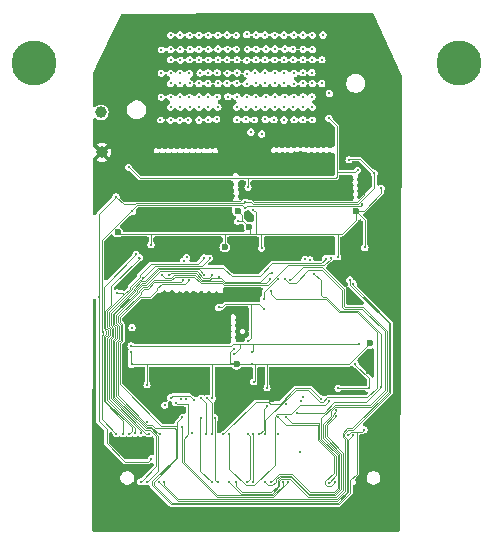
<source format=gbr>
G04 #@! TF.GenerationSoftware,KiCad,Pcbnew,9.0.5*
G04 #@! TF.CreationDate,2025-10-24T14:39:14-07:00*
G04 #@! TF.ProjectId,iris-128b,69726973-2d31-4323-9862-2e6b69636164,rev?*
G04 #@! TF.SameCoordinates,Original*
G04 #@! TF.FileFunction,Copper,L2,Inr*
G04 #@! TF.FilePolarity,Positive*
%FSLAX46Y46*%
G04 Gerber Fmt 4.6, Leading zero omitted, Abs format (unit mm)*
G04 Created by KiCad (PCBNEW 9.0.5) date 2025-10-24 14:39:14*
%MOMM*%
%LPD*%
G01*
G04 APERTURE LIST*
G04 #@! TA.AperFunction,ComponentPad*
%ADD10C,3.800000*%
G04 #@! TD*
G04 #@! TA.AperFunction,ComponentPad*
%ADD11C,1.000000*%
G04 #@! TD*
G04 #@! TA.AperFunction,ViaPad*
%ADD12C,0.304800*%
G04 #@! TD*
G04 #@! TA.AperFunction,ViaPad*
%ADD13C,0.600000*%
G04 #@! TD*
G04 #@! TA.AperFunction,Conductor*
%ADD14C,0.076200*%
G04 #@! TD*
G04 #@! TA.AperFunction,Conductor*
%ADD15C,0.177800*%
G04 #@! TD*
G04 APERTURE END LIST*
D10*
X96650000Y-82485000D03*
D11*
X102380000Y-90030000D03*
X102334060Y-86647020D03*
D10*
X132650000Y-82485000D03*
D12*
X104930068Y-104883300D03*
D13*
X114575000Y-121225000D03*
X105920000Y-91170000D03*
D12*
X114975000Y-95750000D03*
D13*
X126325000Y-116650000D03*
X113627646Y-108979260D03*
X104479560Y-116644300D03*
X114925000Y-91325000D03*
X114950000Y-108510000D03*
X124960000Y-108530000D03*
D12*
X114042120Y-96500000D03*
D13*
X104575000Y-80425000D03*
X112660000Y-110570000D03*
X103400000Y-93150000D03*
X124000000Y-96500000D03*
X104560000Y-108530000D03*
X104680000Y-115660000D03*
X115740000Y-99090000D03*
X105900000Y-84975000D03*
X105675000Y-103300000D03*
X114575000Y-102050000D03*
X116794300Y-110913030D03*
X127025000Y-94025000D03*
X113020000Y-103420000D03*
X107240000Y-111110000D03*
D12*
X124600000Y-92250000D03*
D13*
X124450000Y-85300000D03*
X107362751Y-99079640D03*
X114925000Y-79200000D03*
X115410000Y-110290000D03*
X124375000Y-100500000D03*
X114870720Y-96389475D03*
X125071000Y-106225000D03*
X113785700Y-107992955D03*
X113875000Y-95000000D03*
D12*
X124648570Y-98093550D03*
X113525000Y-106690000D03*
X115240000Y-109470000D03*
X126050000Y-93075000D03*
X104890000Y-107990000D03*
D13*
X103710000Y-96790000D03*
D12*
X111740000Y-110860000D03*
X122348570Y-98893550D03*
D13*
X123898570Y-95043550D03*
D12*
X122380000Y-110010000D03*
D13*
X112795700Y-98060000D03*
D12*
X115123107Y-107983824D03*
X104875000Y-106950000D03*
X115903300Y-98138830D03*
X106540000Y-97850000D03*
X115210568Y-94897408D03*
X124980000Y-110020000D03*
X113880000Y-95878740D03*
X123850000Y-107960000D03*
X116360000Y-109985000D03*
X106200000Y-109730000D03*
X114471643Y-94728599D03*
X104850000Y-106425000D03*
X104950000Y-95050000D03*
X103600000Y-113875000D03*
X115125000Y-106950000D03*
X102481700Y-105275000D03*
X124400000Y-94450000D03*
X113526700Y-107150000D03*
X124175000Y-106300000D03*
X103575000Y-93800000D03*
X102100700Y-102275000D03*
X112259974Y-103175000D03*
X116130000Y-103320000D03*
X119175000Y-115450000D03*
X114775000Y-106000000D03*
X123300000Y-90675000D03*
X106550070Y-115998100D03*
X114488596Y-94226850D03*
X125441083Y-91808917D03*
X119986629Y-99136631D03*
X123677300Y-113976800D03*
X119407432Y-110754160D03*
X109550000Y-98900000D03*
X109050000Y-110950000D03*
X109720000Y-100850750D03*
X109202220Y-112450000D03*
X109300000Y-99227240D03*
X109500000Y-110950000D03*
X119586414Y-99113586D03*
X123177300Y-113976800D03*
X106169112Y-112880888D03*
X119200000Y-111100000D03*
X109248570Y-100850750D03*
X124575000Y-113525000D03*
X118878861Y-112090164D03*
X108098570Y-100443550D03*
X108202220Y-110800000D03*
X126000000Y-109937896D03*
X116770000Y-100248740D03*
X112300000Y-100600000D03*
X120350000Y-100300000D03*
X110150000Y-111000000D03*
X121100000Y-80100000D03*
X107400000Y-85375000D03*
X121600000Y-87150000D03*
X104640000Y-91280000D03*
X121625000Y-85050000D03*
X121010680Y-82209640D03*
X107425000Y-81350000D03*
X121000000Y-84200000D03*
X114751104Y-92983304D03*
X107341470Y-87292688D03*
X107400000Y-83350000D03*
X124030588Y-91543960D03*
X108200000Y-82200000D03*
X109000000Y-84200000D03*
X108200000Y-87297768D03*
X108200000Y-81320640D03*
X109016800Y-86217760D03*
X109016800Y-83344512D03*
X108196888Y-83347560D03*
X108957142Y-87311485D03*
X108200000Y-80100000D03*
X109006640Y-85349080D03*
X109000000Y-80100000D03*
X108200000Y-85359240D03*
X108200000Y-84200000D03*
X109022872Y-82222872D03*
X109026960Y-81325720D03*
X108200000Y-86200000D03*
X120200000Y-80100000D03*
X120159272Y-83292696D03*
X120200000Y-82200000D03*
X121748570Y-98993550D03*
X107338072Y-113870952D03*
X119410480Y-81315560D03*
X120200000Y-81330800D03*
X123643400Y-101148740D03*
X107177300Y-117926800D03*
X120200420Y-86202520D03*
X120203976Y-87278464D03*
X119405400Y-85341700D03*
X119400000Y-82200000D03*
X107677300Y-117926800D03*
X123376256Y-100842040D03*
X119400000Y-87287608D03*
X119400000Y-80100000D03*
X119400000Y-84200000D03*
X119400000Y-86200000D03*
X121348570Y-99043550D03*
X106365000Y-113861800D03*
X119383048Y-83298792D03*
X120200000Y-84200000D03*
X120175020Y-85341700D03*
X110786219Y-110852133D03*
X111177300Y-113926800D03*
X110775000Y-112575000D03*
X111677300Y-117976800D03*
X111400657Y-81314582D03*
X111944000Y-112525000D03*
X112177300Y-117976800D03*
X111677300Y-113926800D03*
X111300000Y-110875000D03*
X111400000Y-80133500D03*
X112232440Y-81295240D03*
X112200000Y-84200000D03*
X112200000Y-86200000D03*
X111377984Y-83297776D03*
X111400000Y-87261192D03*
X111377171Y-84199999D03*
X111400000Y-86200000D03*
X112200000Y-82200000D03*
X113727300Y-117976800D03*
X122207175Y-111889193D03*
X112200000Y-80133500D03*
X112105440Y-87244936D03*
X112167473Y-85341700D03*
X111375000Y-85350000D03*
X113177300Y-117976800D03*
X122210000Y-112350000D03*
X112146073Y-83304378D03*
X111400000Y-82200000D03*
X112677300Y-113926800D03*
X120961739Y-110919660D03*
X115409980Y-82204560D03*
X117000000Y-82200001D03*
X121571442Y-111064300D03*
X113177300Y-113926800D03*
X117033040Y-81285080D03*
X115370864Y-83323176D03*
X114644100Y-82245360D03*
X114701320Y-81295240D03*
X117006624Y-83341464D03*
X116207540Y-82209640D03*
X117000000Y-84200000D03*
X116205000Y-83324192D03*
X114677300Y-117976800D03*
X114775000Y-113908300D03*
X117000000Y-80100000D03*
X115177300Y-117976800D03*
X115206700Y-113900000D03*
X116270514Y-81295212D03*
X115453160Y-81305400D03*
X116175000Y-80100000D03*
X115450000Y-80100000D03*
X114644100Y-80064114D03*
X104171086Y-113853914D03*
X105269338Y-98669604D03*
X109702783Y-87300616D03*
X110600000Y-81315560D03*
X110600000Y-87302848D03*
X116177300Y-117976800D03*
X118300000Y-100825000D03*
X109787802Y-83364974D03*
X109800000Y-82200000D03*
X109800000Y-86200000D03*
X110600000Y-85364320D03*
X110686537Y-83313464D03*
X109855000Y-81325720D03*
X116677300Y-117976800D03*
X117848130Y-100800000D03*
X118177300Y-117976800D03*
X109150000Y-113300000D03*
X109793134Y-85370306D03*
X110600000Y-82200000D03*
X109800000Y-80133500D03*
X110600000Y-86200000D03*
X117677300Y-117976800D03*
X108650000Y-111250000D03*
X110600000Y-80133500D03*
X110600000Y-84200000D03*
X109800000Y-84200000D03*
X110012171Y-113812171D03*
X104687500Y-113862500D03*
X105550000Y-98968740D03*
X117796604Y-87301297D03*
X117861080Y-81295240D03*
X117814344Y-84208112D03*
X118608856Y-84215224D03*
X118625000Y-80100000D03*
X117812820Y-82209640D03*
X117830600Y-83310984D03*
X118604151Y-85345851D03*
X117852629Y-85341700D03*
X116227300Y-113926800D03*
X116680000Y-101770000D03*
X118600000Y-86200000D03*
X118562500Y-81314672D03*
X117800000Y-80100000D03*
X118600000Y-82200000D03*
X118645432Y-87293704D03*
X118622064Y-83366356D03*
X121580000Y-118000000D03*
X117990000Y-112480000D03*
X115677300Y-113926800D03*
X117330456Y-100805456D03*
X116090000Y-102440000D03*
X116380000Y-111480000D03*
X117805200Y-86210140D03*
X122077100Y-117990000D03*
X117330000Y-112480000D03*
X113000000Y-80100000D03*
X113000000Y-82200000D03*
X113030000Y-81285080D03*
X113800000Y-82200000D03*
X113786920Y-81285080D03*
X114575000Y-86225000D03*
X113800000Y-85341700D03*
X113799112Y-87269320D03*
X113833300Y-83297776D03*
X113004600Y-83329272D03*
X117267200Y-113858300D03*
X113800000Y-86200000D03*
X113000000Y-84200000D03*
X113786800Y-84188260D03*
X113776940Y-80123060D03*
X113052860Y-85341700D03*
X114570256Y-87259160D03*
X115912500Y-88487500D03*
X116997790Y-86197790D03*
X116200000Y-84200000D03*
X116949084Y-87276255D03*
X117028402Y-85348137D03*
X115297600Y-87277448D03*
X115412520Y-86212680D03*
X114635249Y-85364591D03*
X116199920Y-86205060D03*
X115000000Y-88325000D03*
X116238020Y-85346540D03*
X114625000Y-84225384D03*
X115403376Y-84194904D03*
X115388220Y-85363219D03*
X114672501Y-83375085D03*
X116200936Y-87247984D03*
X107448570Y-100443550D03*
X118008577Y-111331424D03*
X116615784Y-100765784D03*
X107700000Y-111450000D03*
X111698570Y-100393550D03*
X106177300Y-117926800D03*
X105677300Y-117926800D03*
X111048570Y-100393550D03*
X105855000Y-100655000D03*
X105677300Y-113826800D03*
X111498570Y-98993550D03*
X111007800Y-98985649D03*
X103700000Y-101930000D03*
X105177300Y-113826800D03*
D14*
X124030588Y-91543960D02*
X123954780Y-91543960D01*
X114751104Y-92983304D02*
X114770000Y-92964408D01*
X115238197Y-94240480D02*
X124016823Y-94240480D01*
X124226403Y-94030900D02*
X124228574Y-94030900D01*
X104438750Y-94188750D02*
X114034079Y-94188750D01*
X114339529Y-93883300D02*
X114881017Y-93883300D01*
X114881017Y-93883300D02*
X115238197Y-94240480D01*
X124228574Y-94030900D02*
X124600000Y-93659474D01*
X103400000Y-93150000D02*
X104438750Y-94188750D01*
X124016823Y-94240480D02*
X124226403Y-94030900D01*
X114034079Y-94188750D02*
X114339529Y-93883300D01*
X124600000Y-93659474D02*
X124600000Y-92250000D01*
D15*
X113489680Y-107992955D02*
X113486725Y-107990000D01*
D14*
X121969770Y-96957850D02*
X121977020Y-96965100D01*
X122380000Y-110010000D02*
X124970000Y-110010000D01*
X114227170Y-95352170D02*
X114227170Y-95878740D01*
X121977020Y-96965100D02*
X122684900Y-96965100D01*
X123898570Y-95751430D02*
X123898570Y-95043550D01*
X103877850Y-96957850D02*
X121969770Y-96957850D01*
X111740000Y-110860000D02*
X111740000Y-108010000D01*
D15*
X103710000Y-96790000D02*
X103877850Y-96957850D01*
D14*
X113525000Y-106690000D02*
X113512829Y-106690000D01*
X126050000Y-93075000D02*
X126050000Y-93500000D01*
X114940000Y-96458755D02*
X114940000Y-96957850D01*
X112795700Y-98060000D02*
X112795700Y-96962150D01*
X123306000Y-107990000D02*
X116430000Y-107990000D01*
X122348570Y-96965100D02*
X122348570Y-98893550D01*
X121977020Y-96965100D02*
X122348570Y-96965100D01*
X122684900Y-96965100D02*
X123898570Y-95751430D01*
X124081450Y-95043550D02*
X123898570Y-95043550D01*
X113260000Y-106942829D02*
X113260000Y-107990000D01*
X123850000Y-108005909D02*
X125000000Y-109155909D01*
X125000000Y-109155909D02*
X125000000Y-110000000D01*
X115240000Y-109470000D02*
X115364300Y-109345700D01*
X113875000Y-95000000D02*
X114227170Y-95352170D01*
X115364300Y-107995700D02*
X115370000Y-107990000D01*
X115210568Y-94897408D02*
X115417587Y-95104427D01*
X124648570Y-98093550D02*
X124648570Y-95793550D01*
D15*
X113782745Y-107990000D02*
X113260000Y-107990000D01*
D14*
X124970000Y-110010000D02*
X124980000Y-110020000D01*
X115903300Y-98138830D02*
X115886600Y-98122130D01*
X115417587Y-95104427D02*
X115417587Y-96935437D01*
X106540000Y-97850000D02*
X106540000Y-96972850D01*
X104820000Y-107005000D02*
X104820000Y-107910000D01*
X115364300Y-109345700D02*
X115364300Y-107995700D01*
D15*
X113785700Y-107992955D02*
X113489680Y-107992955D01*
D14*
X124648570Y-95793550D02*
X123898570Y-95043550D01*
X114870720Y-96389475D02*
X114940000Y-96458755D01*
X104875000Y-106950000D02*
X104820000Y-107005000D01*
X116360000Y-109985000D02*
X116360000Y-108060000D01*
X116360000Y-108060000D02*
X116430000Y-107990000D01*
X113486725Y-107990000D02*
X115370000Y-107990000D01*
X125000000Y-110000000D02*
X124980000Y-110020000D01*
X124556450Y-94993550D02*
X124131450Y-94993550D01*
X111760000Y-107990000D02*
X113260000Y-107990000D01*
X114870720Y-96389475D02*
X114359985Y-95878740D01*
X113512829Y-106690000D02*
X113260000Y-106942829D01*
X106200000Y-109730000D02*
X106200000Y-107990000D01*
X111740000Y-108010000D02*
X111760000Y-107990000D01*
X115886600Y-98122130D02*
X115886600Y-96965100D01*
X125071000Y-106225000D02*
X123306000Y-107990000D01*
X114359985Y-95878740D02*
X113880000Y-95878740D01*
D15*
X113785700Y-107992955D02*
X113782745Y-107990000D01*
D14*
X123850000Y-107960000D02*
X123850000Y-108005909D01*
X115370000Y-107990000D02*
X116430000Y-107990000D01*
X104890000Y-107990000D02*
X111760000Y-107990000D01*
X126050000Y-93500000D02*
X124556450Y-94993550D01*
X115180000Y-106895000D02*
X115180000Y-106300000D01*
X104905000Y-106480000D02*
X113280987Y-106480000D01*
X105359270Y-94493550D02*
X104926820Y-94926000D01*
X102367400Y-112642400D02*
X103600000Y-113875000D01*
X114236594Y-94493550D02*
X105359270Y-94493550D01*
X114471643Y-94728599D02*
X114236594Y-94493550D01*
X104850000Y-106425000D02*
X104905000Y-106480000D01*
X102481700Y-105275000D02*
X102481700Y-105456174D01*
X114040000Y-106636700D02*
X113526700Y-107150000D01*
X113280987Y-106480000D02*
X113460987Y-106300000D01*
X104926820Y-95026820D02*
X104950000Y-95050000D01*
X104926820Y-94926000D02*
X104926820Y-95026820D01*
X115125000Y-106950000D02*
X115180000Y-106895000D01*
X104818740Y-95050000D02*
X104950000Y-95050000D01*
X124304720Y-94545280D02*
X124400000Y-94450000D01*
X102481700Y-105456174D02*
X102367400Y-105570474D01*
X114471643Y-94728599D02*
X114654962Y-94545280D01*
X102481700Y-105275000D02*
X102367400Y-105160700D01*
X124350000Y-94400000D02*
X124400000Y-94450000D01*
X114654962Y-94545280D02*
X124304720Y-94545280D01*
X102367400Y-105570474D02*
X102367400Y-112642400D01*
X102367400Y-105160700D02*
X102367400Y-97501340D01*
X114040000Y-106300000D02*
X114040000Y-106636700D01*
X124175000Y-106300000D02*
X115180000Y-106300000D01*
X102367400Y-97501340D02*
X104818740Y-95050000D01*
X113460987Y-106300000D02*
X115180000Y-106300000D01*
X115175071Y-94392880D02*
X124082120Y-94392880D01*
X123375000Y-90600000D02*
X124232166Y-90600000D01*
X112820000Y-102870000D02*
X114600000Y-102870000D01*
X123300000Y-90675000D02*
X123375000Y-90600000D01*
X114374296Y-94341150D02*
X105296144Y-94341150D01*
X115000000Y-102870000D02*
X114600000Y-102870000D01*
X105187294Y-94450000D02*
X104225000Y-94450000D01*
X124082120Y-94392880D02*
X124133300Y-94341700D01*
X102100700Y-112827871D02*
X102100700Y-95274300D01*
X105296144Y-94341150D02*
X105187294Y-94450000D01*
X112259974Y-103175000D02*
X112515000Y-103175000D01*
X125441083Y-93033917D02*
X125441083Y-91808917D01*
X124232166Y-90600000D02*
X125441083Y-91808917D01*
X106550070Y-115998100D02*
X106318170Y-116230000D01*
X124291700Y-94183300D02*
X125441083Y-93033917D01*
X112515000Y-103175000D02*
X112820000Y-102870000D01*
X114488596Y-94226850D02*
X114511746Y-94250000D01*
X102100700Y-95274300D02*
X103575000Y-93800000D01*
X124133300Y-94341700D02*
X124133300Y-94339529D01*
X124133300Y-94339529D02*
X124289529Y-94183300D01*
X104330000Y-116230000D02*
X102780000Y-114680000D01*
X115000000Y-105775000D02*
X115000000Y-102870000D01*
X114511746Y-94250000D02*
X115032191Y-94250000D01*
X114775000Y-106000000D02*
X115000000Y-105775000D01*
X124289529Y-94183300D02*
X124291700Y-94183300D01*
X115032191Y-94250000D02*
X115175071Y-94392880D01*
X106318170Y-116230000D02*
X104330000Y-116230000D01*
X115680000Y-102870000D02*
X114600000Y-102870000D01*
X114488596Y-94226850D02*
X114374296Y-94341150D01*
X102780000Y-113507171D02*
X102100700Y-112827871D01*
X102780000Y-114680000D02*
X102780000Y-113507171D01*
X116130000Y-103320000D02*
X115680000Y-102870000D01*
X104225000Y-94450000D02*
X103575000Y-93800000D01*
X107073300Y-101703871D02*
X106467171Y-102310000D01*
X109395750Y-101175000D02*
X107467829Y-101175000D01*
X106780000Y-118180000D02*
X106780000Y-117946929D01*
X107467829Y-101175000D02*
X107073300Y-101569529D01*
X106467171Y-102310000D02*
X105580000Y-102310000D01*
X108302800Y-119702800D02*
X106780000Y-118180000D01*
X122380622Y-119702800D02*
X108302800Y-119702800D01*
X104120000Y-104596395D02*
X104120000Y-105973134D01*
X105580000Y-102310000D02*
X103891400Y-103998600D01*
X107423126Y-113200000D02*
X108775036Y-113200000D01*
X109720000Y-100850750D02*
X109395750Y-101175000D01*
X103891400Y-106201734D02*
X103891400Y-109668274D01*
X108775036Y-115951893D02*
X108775036Y-113200000D01*
X123677300Y-113976800D02*
X123258200Y-114395900D01*
X107073300Y-101569529D02*
X107073300Y-101703871D01*
X103891400Y-104367795D02*
X104120000Y-104596395D01*
X104120000Y-105973134D02*
X103891400Y-106201734D01*
X106780000Y-117946929D02*
X108775036Y-115951893D01*
X103891400Y-103998600D02*
X103891400Y-104367795D01*
X108775036Y-112877184D02*
X108775036Y-113200000D01*
X103891400Y-109668274D02*
X107423126Y-113200000D01*
X123258200Y-118825222D02*
X122380622Y-119702800D01*
X123258200Y-114395900D02*
X123258200Y-118825222D01*
X109202220Y-112450000D02*
X108775036Y-112877184D01*
X106627600Y-117876455D02*
X108622636Y-115881419D01*
X103739000Y-103935474D02*
X105673300Y-102001174D01*
X103739000Y-106138608D02*
X103967600Y-105910008D01*
X103967600Y-104659521D02*
X103739000Y-104430921D01*
X123950000Y-113710100D02*
X123944000Y-113716100D01*
X124575000Y-113525000D02*
X124389900Y-113710100D01*
X123444000Y-113710100D02*
X123750000Y-113710100D01*
X123177300Y-113976800D02*
X123444000Y-113710100D01*
X108622636Y-115881419D02*
X108622636Y-113465936D01*
X123750000Y-113710100D02*
X123950000Y-113710100D01*
X105932511Y-101580318D02*
X106251578Y-101580318D01*
X106251578Y-101580318D02*
X106816846Y-101015050D01*
X105673300Y-102001174D02*
X105673300Y-101839529D01*
X105673300Y-101839529D02*
X105932511Y-101580318D01*
X123410600Y-118888348D02*
X122443748Y-119855200D01*
X103739000Y-110612422D02*
X103739000Y-106138608D01*
X108239674Y-119855200D02*
X106627600Y-118243126D01*
X103967600Y-105910008D02*
X103967600Y-104659521D01*
X106229478Y-113102900D02*
X103739000Y-110612422D01*
X122443748Y-119855200D02*
X108239674Y-119855200D01*
X123410600Y-117816329D02*
X123410600Y-118888348D01*
X106816846Y-101015050D02*
X109084270Y-101015050D01*
X106629849Y-113102900D02*
X106229478Y-113102900D01*
X123944000Y-117282929D02*
X123410600Y-117816329D01*
X103739000Y-104430921D02*
X103739000Y-103935474D01*
X108622636Y-113465936D02*
X108509100Y-113352400D01*
X109084270Y-101015050D02*
X109248570Y-100850750D01*
X124389900Y-113710100D02*
X123750000Y-113710100D01*
X108509100Y-113352400D02*
X106879349Y-113352400D01*
X106627600Y-118243126D02*
X106627600Y-117876455D01*
X123944000Y-113716100D02*
X123944000Y-117282929D01*
X106879349Y-113352400D02*
X106629849Y-113102900D01*
X124762896Y-111175000D02*
X122075000Y-111175000D01*
X121103422Y-102328422D02*
X121393948Y-102328422D01*
X110874973Y-100812650D02*
X110341573Y-100279250D01*
X112821778Y-100983940D02*
X112498088Y-100660250D01*
X121393948Y-102328422D02*
X122513126Y-103447600D01*
X120900000Y-102125000D02*
X121103422Y-102328422D01*
X122075000Y-111175000D02*
X121159836Y-112090164D01*
X111494996Y-100812650D02*
X110874973Y-100812650D01*
X108352386Y-110649834D02*
X109799834Y-110649834D01*
X108262870Y-100279250D02*
X108098570Y-100443550D01*
X111647396Y-100660250D02*
X111494996Y-100812650D01*
X126000000Y-105420326D02*
X126000000Y-109937896D01*
X116510000Y-100248740D02*
X115774800Y-100983940D01*
X120900000Y-100850000D02*
X120900000Y-102125000D01*
X109799834Y-110649834D02*
X110150000Y-111000000D01*
X115774800Y-100983940D02*
X112821778Y-100983940D01*
X108202220Y-110800000D02*
X108352386Y-110649834D01*
X110341573Y-100279250D02*
X108262870Y-100279250D01*
X116770000Y-100248740D02*
X116510000Y-100248740D01*
X121159836Y-112090164D02*
X118878861Y-112090164D01*
X122513126Y-103447600D02*
X124027274Y-103447600D01*
X112498088Y-100660250D02*
X111647396Y-100660250D01*
X124027274Y-103447600D02*
X126000000Y-105420326D01*
X126000000Y-109937896D02*
X124762896Y-111175000D01*
X120350000Y-100300000D02*
X120900000Y-100850000D01*
X122275000Y-92100000D02*
X122275000Y-91727780D01*
X123770960Y-91727780D02*
X122275000Y-91727780D01*
X114770000Y-92964408D02*
X114770000Y-92225000D01*
X123954780Y-91543960D02*
X123770960Y-91727780D01*
X121600000Y-87150000D02*
X122275000Y-87825000D01*
X105585000Y-92225000D02*
X122150000Y-92225000D01*
X122150000Y-92225000D02*
X122275000Y-92100000D01*
X122275000Y-87825000D02*
X122275000Y-91727780D01*
X104640000Y-91280000D02*
X105585000Y-92225000D01*
X106753720Y-100862650D02*
X108272167Y-100862650D01*
X121748570Y-99070170D02*
X121748570Y-98993550D01*
X105520900Y-101776403D02*
X105877453Y-101419850D01*
X107182375Y-113870952D02*
X106566723Y-113255300D01*
X103815200Y-105846882D02*
X103815200Y-104722647D01*
X118161140Y-99597600D02*
X121221140Y-99597600D01*
X110215321Y-100584050D02*
X110748721Y-101117450D01*
X121221140Y-99597600D02*
X121748570Y-99070170D01*
X112695526Y-101288740D02*
X116470000Y-101288740D01*
X108550767Y-100584050D02*
X110215321Y-100584050D01*
X106566723Y-113255300D02*
X106166352Y-113255300D01*
X107338072Y-113870952D02*
X107182375Y-113870952D01*
X105520900Y-101889100D02*
X105520900Y-101776403D01*
X108272167Y-100862650D02*
X108550767Y-100584050D01*
X116470000Y-101288740D02*
X118161140Y-99597600D01*
X103586600Y-106075482D02*
X103815200Y-105846882D01*
X103586600Y-103823400D02*
X105520900Y-101889100D01*
X112524236Y-101117450D02*
X112695526Y-101288740D01*
X110748721Y-101117450D02*
X112524236Y-101117450D01*
X103586600Y-104494047D02*
X103586600Y-103823400D01*
X103586600Y-110675548D02*
X103586600Y-106075482D01*
X106166352Y-113255300D02*
X103586600Y-110675548D01*
X106196520Y-101419850D02*
X106753720Y-100862650D01*
X103815200Y-104722647D02*
X103586600Y-104494047D01*
X105877453Y-101419850D02*
X106196520Y-101419850D01*
X108800900Y-119550400D02*
X107177300Y-117926800D01*
X122317496Y-119550400D02*
X108800900Y-119550400D01*
X123105800Y-118762096D02*
X122317496Y-119550400D01*
X123643400Y-101310385D02*
X126800000Y-104466985D01*
X126800000Y-110400000D02*
X123642300Y-113557700D01*
X122910600Y-113866329D02*
X122910600Y-114087271D01*
X123643400Y-101148740D02*
X123643400Y-101310385D01*
X123642300Y-113557700D02*
X123219229Y-113557700D01*
X126800000Y-104466985D02*
X126800000Y-110400000D01*
X123219229Y-113557700D02*
X122910600Y-113866329D01*
X123105800Y-114282471D02*
X123105800Y-118762096D01*
X122910600Y-114087271D02*
X123105800Y-114282471D01*
X122953400Y-118698970D02*
X122953400Y-114345597D01*
X122953400Y-114345597D02*
X122758200Y-114150397D01*
X123156103Y-113405300D02*
X123544700Y-113405300D01*
X108864026Y-119398000D02*
X122254370Y-119398000D01*
X107677300Y-118211274D02*
X108864026Y-119398000D01*
X122758200Y-113803203D02*
X123156103Y-113405300D01*
X123544700Y-113405300D02*
X126647600Y-110302400D01*
X123376256Y-101258767D02*
X123376256Y-100842040D01*
X126647600Y-104530111D02*
X123376256Y-101258767D01*
X122254370Y-119398000D02*
X122953400Y-118698970D01*
X126647600Y-110302400D02*
X126647600Y-104530111D01*
X122758200Y-114150397D02*
X122758200Y-113803203D01*
X107677300Y-117926800D02*
X107677300Y-118211274D01*
X116814800Y-99445200D02*
X120946920Y-99445200D01*
X107171052Y-99798740D02*
X112662778Y-99798740D01*
X112662778Y-99798740D02*
X113374038Y-100510000D01*
X105058613Y-101592112D02*
X105688075Y-100962650D01*
X115750000Y-100510000D02*
X116814800Y-99445200D01*
X113374038Y-100510000D02*
X115750000Y-100510000D01*
X120946920Y-99445200D02*
X121348570Y-99043550D01*
X106126274Y-113861800D02*
X103129400Y-110864926D01*
X103129400Y-104683425D02*
X103129400Y-103634022D01*
X105058613Y-101704809D02*
X105058613Y-101592112D01*
X103129400Y-110864926D02*
X103129400Y-105886104D01*
X103129400Y-105886104D02*
X103358000Y-105657504D01*
X106007142Y-100962650D02*
X107171052Y-99798740D01*
X103358000Y-104912025D02*
X103129400Y-104683425D01*
X103129400Y-103634022D02*
X105058613Y-101704809D01*
X105688075Y-100962650D02*
X106007142Y-100962650D01*
X103358000Y-105657504D02*
X103358000Y-104912025D01*
X106365000Y-113861800D02*
X106126274Y-113861800D01*
X110786219Y-110852133D02*
X111177300Y-111243214D01*
X111177300Y-111243214D02*
X111177300Y-113926800D01*
X110730000Y-117029500D02*
X111677300Y-117976800D01*
X110730000Y-112620000D02*
X110730000Y-117029500D01*
X110775000Y-112575000D02*
X110730000Y-112620000D01*
X111944000Y-112525000D02*
X111950000Y-112531000D01*
X111950000Y-117749500D02*
X112177300Y-117976800D01*
X111950000Y-112531000D02*
X111950000Y-117749500D01*
X111300000Y-110875000D02*
X111677300Y-111252300D01*
X111677300Y-111252300D02*
X111677300Y-113926800D01*
X122648600Y-115540797D02*
X121258200Y-114150397D01*
X117503703Y-117557700D02*
X118350897Y-117557700D01*
X121258200Y-114150397D02*
X121258200Y-113086274D01*
X122648600Y-118572718D02*
X122648600Y-115540797D01*
X116719122Y-118788400D02*
X117258200Y-118249322D01*
X113727300Y-118302300D02*
X114213400Y-118788400D01*
X119886397Y-119093200D02*
X122128118Y-119093200D01*
X114213400Y-118788400D02*
X116719122Y-118788400D01*
X121943300Y-112239529D02*
X122207175Y-111975654D01*
X121258200Y-113086274D02*
X121943300Y-112401174D01*
X122128118Y-119093200D02*
X122648600Y-118572718D01*
X117258200Y-118249322D02*
X117258200Y-117803203D01*
X122207175Y-111975654D02*
X122207175Y-111889193D01*
X121943300Y-112401174D02*
X121943300Y-112239529D01*
X117258200Y-117803203D02*
X117503703Y-117557700D01*
X113727300Y-117976800D02*
X113727300Y-118302300D01*
X118350897Y-117557700D02*
X119886397Y-119093200D01*
X117410600Y-117866329D02*
X117566829Y-117710100D01*
X121410600Y-114087271D02*
X121410600Y-113149400D01*
X117566829Y-117710100D02*
X118287771Y-117710100D01*
X122191244Y-119245600D02*
X122801000Y-118635844D01*
X117410600Y-118312448D02*
X117410600Y-117866329D01*
X119823271Y-119245600D02*
X122191244Y-119245600D01*
X122801000Y-118635844D02*
X122801000Y-115477671D01*
X118287771Y-117710100D02*
X119823271Y-119245600D01*
X114141300Y-118940800D02*
X116782248Y-118940800D01*
X121410600Y-113149400D02*
X122210000Y-112350000D01*
X113177300Y-117976800D02*
X114141300Y-118940800D01*
X116782248Y-118940800D02*
X117410600Y-118312448D01*
X122801000Y-115477671D02*
X121410600Y-114087271D01*
X118747303Y-110000000D02*
X117419973Y-111327330D01*
X120961739Y-110919660D02*
X120042079Y-110000000D01*
X116495361Y-111200000D02*
X115404100Y-111200000D01*
X115404100Y-111200000D02*
X112677300Y-113926800D01*
X120042079Y-110000000D02*
X118747303Y-110000000D01*
X116622691Y-111327330D02*
X116495361Y-111200000D01*
X117419973Y-111327330D02*
X116622691Y-111327330D01*
X117000500Y-112432329D02*
X117000500Y-116530771D01*
X114566829Y-118243500D02*
X113177300Y-116853971D01*
X118378554Y-112213300D02*
X117219529Y-112213300D01*
X117219529Y-112213300D02*
X117000500Y-112432329D01*
X121235742Y-111400000D02*
X119191854Y-111400000D01*
X113177300Y-116853971D02*
X113177300Y-113926800D01*
X119191854Y-111400000D02*
X118378554Y-112213300D01*
X117000500Y-116530771D02*
X115287771Y-118243500D01*
X115287771Y-118243500D02*
X114566829Y-118243500D01*
X121571442Y-111064300D02*
X121235742Y-111400000D01*
X114944000Y-117710100D02*
X114677300Y-117976800D01*
X114944000Y-114077300D02*
X114944000Y-117710100D01*
X114775000Y-113908300D02*
X114944000Y-114077300D01*
X115206700Y-117947400D02*
X115177300Y-117976800D01*
X115206700Y-113900000D02*
X115206700Y-117947400D01*
X102519800Y-111117430D02*
X102519800Y-105633600D01*
X102519800Y-104935929D02*
X102519800Y-101419142D01*
X102519800Y-101419142D02*
X105269338Y-98669604D01*
X104171086Y-112768716D02*
X102519800Y-111117430D01*
X104171086Y-113853914D02*
X104171086Y-112768716D01*
X102748400Y-105164529D02*
X102519800Y-104935929D01*
X102519800Y-105633600D02*
X102748400Y-105405000D01*
X102748400Y-105405000D02*
X102748400Y-105164529D01*
X122496200Y-118509592D02*
X122064992Y-118940800D01*
X117440577Y-117405300D02*
X117105800Y-117740077D01*
X117105800Y-117740077D02*
X117105800Y-117925471D01*
X125165000Y-111569474D02*
X122149723Y-111569474D01*
X121790900Y-111928297D02*
X121790900Y-112338048D01*
X116444000Y-118243500D02*
X116177300Y-117976800D01*
X122064992Y-118940800D02*
X119949523Y-118940800D01*
X122931229Y-103125000D02*
X124475000Y-103125000D01*
X122843300Y-101593300D02*
X122843300Y-103037071D01*
X126495200Y-110239274D02*
X125165000Y-111569474D01*
X122149723Y-111569474D02*
X121790900Y-111928297D01*
X122496200Y-115603923D02*
X122496200Y-118509592D01*
X124475000Y-103125000D02*
X126495200Y-105145200D01*
X119949523Y-118940800D02*
X118414023Y-117405300D01*
X121790900Y-112338048D02*
X121105800Y-113023148D01*
X117105800Y-117925471D02*
X116787771Y-118243500D01*
X121105800Y-113023148D02*
X121105800Y-114213523D01*
X121105800Y-114213523D02*
X122496200Y-115603923D01*
X118414023Y-117405300D02*
X117440577Y-117405300D01*
X118316260Y-100825000D02*
X119391260Y-99750000D01*
X116787771Y-118243500D02*
X116444000Y-118243500D01*
X122843300Y-103037071D02*
X122931229Y-103125000D01*
X119391260Y-99750000D02*
X121000000Y-99750000D01*
X121000000Y-99750000D02*
X122843300Y-101593300D01*
X126495200Y-105145200D02*
X126495200Y-110239274D01*
X121008300Y-100033300D02*
X122690900Y-101715900D01*
X118477149Y-117252900D02*
X117377451Y-117252900D01*
X122001866Y-118788400D02*
X120012649Y-118788400D01*
X122690900Y-103100197D02*
X122868103Y-103277400D01*
X124411874Y-103277400D02*
X126342800Y-105208326D01*
X120953400Y-114276649D02*
X122343800Y-115667049D01*
X117377451Y-117252900D02*
X116677300Y-117953051D01*
X120012649Y-118788400D02*
X118477149Y-117252900D01*
X118808300Y-101091700D02*
X119866700Y-100033300D01*
X117848130Y-100800000D02*
X117897829Y-100800000D01*
X118189529Y-101091700D02*
X118808300Y-101091700D01*
X126342800Y-105208326D02*
X126342800Y-110176148D01*
X126342800Y-110176148D02*
X125118948Y-111400000D01*
X122868103Y-103277400D02*
X124411874Y-103277400D01*
X125118948Y-111400000D02*
X122103671Y-111400000D01*
X116677300Y-117953051D02*
X116677300Y-117976800D01*
X122343800Y-118446466D02*
X122001866Y-118788400D01*
X117897829Y-100800000D02*
X118189529Y-101091700D01*
X122690900Y-101715900D02*
X122690900Y-103100197D01*
X122343800Y-115667049D02*
X122343800Y-118446466D01*
X120953400Y-112550271D02*
X120953400Y-114276649D01*
X122103671Y-111400000D02*
X120953400Y-112550271D01*
X119866700Y-100033300D02*
X121008300Y-100033300D01*
X109150000Y-113300000D02*
X109150000Y-116290592D01*
X112105008Y-119245600D02*
X116908500Y-119245600D01*
X109150000Y-116290592D02*
X112105008Y-119245600D01*
X116908500Y-119245600D02*
X118177300Y-117976800D01*
X108650000Y-111250000D02*
X108750000Y-111350000D01*
X109700000Y-113925000D02*
X109352400Y-114272600D01*
X112168134Y-119093200D02*
X116845374Y-119093200D01*
X117677300Y-118261274D02*
X117677300Y-117976800D01*
X116845374Y-119093200D02*
X117677300Y-118261274D01*
X109650000Y-111350000D02*
X109700000Y-111400000D01*
X108750000Y-111350000D02*
X109650000Y-111350000D01*
X109352400Y-114272600D02*
X109352400Y-116277466D01*
X109700000Y-111400000D02*
X109700000Y-113925000D01*
X109352400Y-116277466D02*
X112168134Y-119093200D01*
X102672200Y-104872803D02*
X102672200Y-103444644D01*
X102672200Y-111054304D02*
X102672200Y-105696726D01*
X103179100Y-101369640D02*
X105580000Y-98968740D01*
X102672200Y-105696726D02*
X102900800Y-105468126D01*
X104687500Y-113862500D02*
X104910600Y-113639400D01*
X102900800Y-105101403D02*
X102672200Y-104872803D01*
X104910600Y-113292704D02*
X102672200Y-111054304D01*
X102672200Y-103444644D02*
X103179100Y-102937744D01*
X104910600Y-113639400D02*
X104910600Y-113292704D01*
X102900800Y-105468126D02*
X102900800Y-105101403D01*
X103179100Y-102937744D02*
X103179100Y-101369640D01*
X121460970Y-110797600D02*
X121072210Y-111186360D01*
X119817308Y-110152400D02*
X118810429Y-110152400D01*
X120851268Y-111186360D02*
X119817308Y-110152400D01*
X125635200Y-109992696D02*
X124830296Y-110797600D01*
X118810429Y-110152400D02*
X116227300Y-112735529D01*
X116227300Y-112735529D02*
X116227300Y-113926800D01*
X121072210Y-111186360D02*
X120851268Y-111186360D01*
X123964148Y-103600000D02*
X125635200Y-105271052D01*
X121330822Y-102480822D02*
X122450000Y-103600000D01*
X125635200Y-105271052D02*
X125635200Y-109992696D01*
X124830296Y-110797600D02*
X121460970Y-110797600D01*
X116680000Y-101770000D02*
X116680000Y-102057171D01*
X122450000Y-103600000D02*
X123964148Y-103600000D01*
X117103651Y-102480822D02*
X121330822Y-102480822D01*
X116680000Y-102057171D02*
X117103651Y-102480822D01*
X120801000Y-113000000D02*
X120801000Y-114339775D01*
X122191400Y-115730175D02*
X122191400Y-117388600D01*
X120801000Y-114339775D02*
X122191400Y-115730175D01*
X120748600Y-112947600D02*
X120801000Y-113000000D01*
X122191400Y-117388600D02*
X121580000Y-118000000D01*
X118457600Y-112947600D02*
X120748600Y-112947600D01*
X117990000Y-112480000D02*
X118457600Y-112947600D01*
X116380000Y-111480000D02*
X116074900Y-111785100D01*
X117330456Y-100805456D02*
X117174544Y-100805456D01*
X116074900Y-111785100D02*
X116074900Y-113529200D01*
X117174544Y-100805456D02*
X116090000Y-101890000D01*
X116074900Y-113529200D02*
X115677300Y-113926800D01*
X116090000Y-101890000D02*
X116090000Y-102440000D01*
X121313300Y-117889529D02*
X122039000Y-117163829D01*
X121313300Y-118113300D02*
X121313300Y-117889529D01*
X122077100Y-117990000D02*
X121800400Y-118266700D01*
X120610000Y-113100000D02*
X117950000Y-113100000D01*
X117950000Y-113100000D02*
X117330000Y-112480000D01*
X121466700Y-118266700D02*
X121313300Y-118113300D01*
X122039000Y-115793301D02*
X120648600Y-114402901D01*
X122039000Y-117163829D02*
X122039000Y-115793301D01*
X121800400Y-118266700D02*
X121466700Y-118266700D01*
X120648600Y-114402901D02*
X120648600Y-113138600D01*
X120648600Y-113138600D02*
X120610000Y-113100000D01*
X116615784Y-100765784D02*
X116245228Y-101136340D01*
X110811847Y-100965050D02*
X110278447Y-100431650D01*
X108209041Y-100710250D02*
X107715270Y-100710250D01*
X112587362Y-100965050D02*
X110811847Y-100965050D01*
X116245228Y-101136340D02*
X112758652Y-101136340D01*
X112758652Y-101136340D02*
X112587362Y-100965050D01*
X110278447Y-100431650D02*
X108487641Y-100431650D01*
X107715270Y-100710250D02*
X107448570Y-100443550D01*
X108487641Y-100431650D02*
X108209041Y-100710250D01*
X103434200Y-106012356D02*
X103434200Y-110738674D01*
X107119100Y-114023203D02*
X107119100Y-116985000D01*
X106103226Y-113407700D02*
X106503597Y-113407700D01*
X107273994Y-100126850D02*
X106133394Y-101267450D01*
X111431870Y-100660250D02*
X110938099Y-100660250D01*
X110938099Y-100660250D02*
X110404699Y-100126850D01*
X103434200Y-103760274D02*
X103434200Y-104557173D01*
X103434200Y-110738674D02*
X106103226Y-113407700D01*
X107119100Y-116985000D02*
X106177300Y-117926800D01*
X103434200Y-104557173D02*
X103662800Y-104785773D01*
X105814327Y-101267450D02*
X105368500Y-101713277D01*
X103662800Y-105783756D02*
X103434200Y-106012356D01*
X106503597Y-113407700D02*
X107119100Y-114023203D01*
X110404699Y-100126850D02*
X107273994Y-100126850D01*
X105368500Y-101713277D02*
X105368500Y-101825974D01*
X106133394Y-101267450D02*
X105814327Y-101267450D01*
X103662800Y-104785773D02*
X103662800Y-105783756D01*
X105368500Y-101825974D02*
X103434200Y-103760274D01*
X111698570Y-100393550D02*
X111431870Y-100660250D01*
X106966700Y-114086329D02*
X106440471Y-113560100D01*
X106040100Y-113560100D02*
X103281800Y-110801800D01*
X106070268Y-101115050D02*
X107234178Y-99951140D01*
X105751201Y-101115050D02*
X106070268Y-101115050D01*
X110606160Y-99951140D02*
X111048570Y-100393550D01*
X103510400Y-105720630D02*
X103510400Y-104848899D01*
X103510400Y-104848899D02*
X103281800Y-104620299D01*
X105211013Y-101655238D02*
X105751201Y-101115050D01*
X105677300Y-117924750D02*
X106966700Y-116635350D01*
X106440471Y-113560100D02*
X106040100Y-113560100D01*
X105211013Y-101767935D02*
X105211013Y-101655238D01*
X103281800Y-104620299D02*
X103281800Y-103697148D01*
X106966700Y-116635350D02*
X106966700Y-114086329D01*
X103281800Y-110801800D02*
X103281800Y-105949230D01*
X103281800Y-103697148D02*
X105211013Y-101767935D01*
X105677300Y-117926800D02*
X105677300Y-117924750D01*
X107234178Y-99951140D02*
X110606160Y-99951140D01*
X103281800Y-105949230D02*
X103510400Y-105720630D01*
X103205600Y-104975151D02*
X102977000Y-104746551D01*
X105624949Y-100810250D02*
X105699750Y-100810250D01*
X105677300Y-113826800D02*
X105677300Y-113628352D01*
X102977000Y-110928052D02*
X102977000Y-105822978D01*
X104906213Y-101641683D02*
X104906213Y-101528986D01*
X105699750Y-100810250D02*
X106863660Y-99646340D01*
X102977000Y-105822978D02*
X103205600Y-105594378D01*
X110845780Y-99646340D02*
X111498570Y-98993550D01*
X103205600Y-105594378D02*
X103205600Y-104975151D01*
X102977000Y-103570896D02*
X104906213Y-101641683D01*
X105677300Y-113628352D02*
X102977000Y-110928052D01*
X102977000Y-104746551D02*
X102977000Y-103570896D01*
X106863660Y-99646340D02*
X110845780Y-99646340D01*
X104906213Y-101528986D02*
X105624949Y-100810250D01*
X105583300Y-100416700D02*
X106506060Y-99493940D01*
X104753813Y-101578557D02*
X104753813Y-101412601D01*
X106506060Y-99493940D02*
X110499509Y-99493940D01*
X105583300Y-100583114D02*
X105583300Y-100416700D01*
X102824600Y-105759852D02*
X103053200Y-105531252D01*
X105177300Y-113343878D02*
X102824600Y-110991178D01*
X104120000Y-101930000D02*
X104261185Y-102071185D01*
X110499509Y-99493940D02*
X111007800Y-98985649D01*
X105177300Y-113826800D02*
X105177300Y-113343878D01*
X103053200Y-105038277D02*
X102824600Y-104809677D01*
X102824600Y-110991178D02*
X102824600Y-105759852D01*
X103700000Y-101930000D02*
X104120000Y-101930000D01*
X104753813Y-101412601D02*
X105583300Y-100583114D01*
X102824600Y-104809677D02*
X102824600Y-103507770D01*
X103053200Y-105531252D02*
X103053200Y-105038277D01*
X104261185Y-102071185D02*
X104753813Y-101578557D01*
X102824600Y-103507770D02*
X104261185Y-102071185D01*
G04 #@! TA.AperFunction,Conductor*
G36*
X125382941Y-78305784D02*
G01*
X125438357Y-78361200D01*
X125445090Y-78374295D01*
X127713207Y-83368978D01*
X127736346Y-83419932D01*
X127749893Y-83483021D01*
X127625521Y-121998589D01*
X127604993Y-122074223D01*
X127549398Y-122129460D01*
X127474122Y-122149500D01*
X101726641Y-122149500D01*
X101650941Y-122129216D01*
X101595525Y-122073800D01*
X101575241Y-121998100D01*
X101575241Y-121997905D01*
X101579729Y-118512179D01*
X101580799Y-117680926D01*
X103943300Y-117680926D01*
X103982600Y-117827597D01*
X104058522Y-117959098D01*
X104058524Y-117959101D01*
X104165898Y-118066475D01*
X104165901Y-118066477D01*
X104297402Y-118142399D01*
X104444074Y-118181700D01*
X104444076Y-118181700D01*
X104595925Y-118181700D01*
X104697858Y-118154387D01*
X104742598Y-118142399D01*
X104874102Y-118066475D01*
X104981475Y-117959102D01*
X105057399Y-117827598D01*
X105075249Y-117760980D01*
X105096700Y-117680926D01*
X105096700Y-117529073D01*
X105057399Y-117382402D01*
X104981477Y-117250901D01*
X104981475Y-117250898D01*
X104874101Y-117143524D01*
X104874098Y-117143522D01*
X104742597Y-117067600D01*
X104595927Y-117028300D01*
X104595924Y-117028300D01*
X104444076Y-117028300D01*
X104444073Y-117028300D01*
X104297402Y-117067600D01*
X104165901Y-117143522D01*
X104165898Y-117143524D01*
X104058524Y-117250898D01*
X104058522Y-117250901D01*
X103982600Y-117382402D01*
X103943300Y-117529073D01*
X103943300Y-117680926D01*
X101580799Y-117680926D01*
X101600245Y-102576641D01*
X101620626Y-102500970D01*
X101676114Y-102445625D01*
X101751840Y-102425439D01*
X101827514Y-102445820D01*
X101852306Y-102466650D01*
X101853063Y-102465749D01*
X101855609Y-102467885D01*
X101858230Y-102471628D01*
X101867625Y-102479522D01*
X101871734Y-102484419D01*
X101868870Y-102486821D01*
X101900565Y-102532079D01*
X101909700Y-102583872D01*
X101909700Y-112789879D01*
X101909700Y-112865863D01*
X101914461Y-112877356D01*
X101938778Y-112936064D01*
X102544656Y-113541942D01*
X102583841Y-113609813D01*
X102589000Y-113648998D01*
X102589000Y-114642008D01*
X102589000Y-114717992D01*
X102618078Y-114788193D01*
X104168078Y-116338193D01*
X104221807Y-116391922D01*
X104292008Y-116421000D01*
X104292009Y-116421000D01*
X106356161Y-116421000D01*
X106356162Y-116421000D01*
X106426363Y-116391922D01*
X106470541Y-116347744D01*
X106538412Y-116308559D01*
X106577597Y-116303400D01*
X106617149Y-116303400D01*
X106617149Y-116306113D01*
X106676080Y-116311269D01*
X106740278Y-116356220D01*
X106773400Y-116427247D01*
X106775700Y-116453539D01*
X106775700Y-116493523D01*
X106755416Y-116569223D01*
X106731356Y-116600579D01*
X105754779Y-117577156D01*
X105686908Y-117616341D01*
X105647723Y-117621500D01*
X105623467Y-117621500D01*
X105522295Y-117658323D01*
X105522294Y-117658323D01*
X105522293Y-117658324D01*
X105439820Y-117727527D01*
X105385985Y-117820771D01*
X105367290Y-117926799D01*
X105367290Y-117926800D01*
X105385985Y-118032828D01*
X105385985Y-118032829D01*
X105385986Y-118032830D01*
X105439819Y-118126071D01*
X105522295Y-118195277D01*
X105623467Y-118232100D01*
X105623469Y-118232100D01*
X105731131Y-118232100D01*
X105731133Y-118232100D01*
X105832305Y-118195277D01*
X105832310Y-118195272D01*
X105843777Y-118188653D01*
X105844750Y-118190339D01*
X105901000Y-118164106D01*
X105979072Y-118170931D01*
X106010559Y-118189109D01*
X106010823Y-118188653D01*
X106022291Y-118195274D01*
X106022295Y-118195277D01*
X106123467Y-118232100D01*
X106123469Y-118232100D01*
X106231132Y-118232100D01*
X106231133Y-118232100D01*
X106255844Y-118223105D01*
X106333916Y-118216275D01*
X106404943Y-118249395D01*
X106447501Y-118307437D01*
X106465676Y-118351317D01*
X106465678Y-118351319D01*
X108077752Y-119963393D01*
X108131481Y-120017122D01*
X108201682Y-120046200D01*
X108201683Y-120046200D01*
X122481739Y-120046200D01*
X122481740Y-120046200D01*
X122551941Y-120017122D01*
X123572522Y-118996541D01*
X123601600Y-118926340D01*
X123601600Y-118850356D01*
X123601600Y-118347896D01*
X123621884Y-118272196D01*
X123677300Y-118216780D01*
X123723465Y-118199405D01*
X123766690Y-118190807D01*
X123842472Y-118140172D01*
X123893107Y-118064390D01*
X123910888Y-117975000D01*
X123893107Y-117885610D01*
X123849312Y-117820065D01*
X123824123Y-117745855D01*
X123837039Y-117680926D01*
X124793300Y-117680926D01*
X124832600Y-117827597D01*
X124908522Y-117959098D01*
X124908524Y-117959101D01*
X125015898Y-118066475D01*
X125015901Y-118066477D01*
X125147402Y-118142399D01*
X125294074Y-118181700D01*
X125294076Y-118181700D01*
X125445925Y-118181700D01*
X125547858Y-118154387D01*
X125592598Y-118142399D01*
X125724102Y-118066475D01*
X125831475Y-117959102D01*
X125907399Y-117827598D01*
X125925249Y-117760980D01*
X125946700Y-117680926D01*
X125946700Y-117529073D01*
X125907399Y-117382402D01*
X125831477Y-117250901D01*
X125831475Y-117250898D01*
X125724101Y-117143524D01*
X125724098Y-117143522D01*
X125592597Y-117067600D01*
X125445927Y-117028300D01*
X125445924Y-117028300D01*
X125294076Y-117028300D01*
X125294073Y-117028300D01*
X125147402Y-117067600D01*
X125015901Y-117143522D01*
X125015898Y-117143524D01*
X124908524Y-117250898D01*
X124908522Y-117250901D01*
X124832600Y-117382402D01*
X124793300Y-117529073D01*
X124793300Y-117680926D01*
X123837039Y-117680926D01*
X123839413Y-117668991D01*
X123868139Y-117628903D01*
X124105922Y-117391122D01*
X124135000Y-117320921D01*
X124135000Y-117244937D01*
X124135000Y-114052500D01*
X124155284Y-113976800D01*
X124210700Y-113921384D01*
X124286400Y-113901100D01*
X124427891Y-113901100D01*
X124427892Y-113901100D01*
X124498093Y-113872022D01*
X124498095Y-113872020D01*
X124510491Y-113863738D01*
X124511568Y-113865350D01*
X124563342Y-113835459D01*
X124602527Y-113830300D01*
X124628831Y-113830300D01*
X124628833Y-113830300D01*
X124730005Y-113793477D01*
X124812481Y-113724271D01*
X124866314Y-113631030D01*
X124885010Y-113525000D01*
X124883969Y-113519099D01*
X124866314Y-113418971D01*
X124866314Y-113418970D01*
X124812481Y-113325729D01*
X124730005Y-113256523D01*
X124628833Y-113219700D01*
X124615927Y-113219700D01*
X124540227Y-113199416D01*
X124484811Y-113144000D01*
X124464527Y-113068300D01*
X124484811Y-112992600D01*
X124508871Y-112961244D01*
X125727715Y-111742400D01*
X126961922Y-110508193D01*
X126991000Y-110437992D01*
X126991000Y-110362008D01*
X126991000Y-104428993D01*
X126961922Y-104358792D01*
X126908193Y-104305063D01*
X123978929Y-101375799D01*
X123939744Y-101307928D01*
X123936885Y-101242456D01*
X123953410Y-101148740D01*
X123934714Y-101042710D01*
X123880881Y-100949469D01*
X123879211Y-100948068D01*
X123821954Y-100900023D01*
X123798405Y-100880263D01*
X123798403Y-100880262D01*
X123767916Y-100869166D01*
X123703719Y-100824214D01*
X123670599Y-100753188D01*
X123667570Y-100736011D01*
X123667570Y-100736010D01*
X123613737Y-100642769D01*
X123569083Y-100605300D01*
X123531262Y-100573564D01*
X123531261Y-100573563D01*
X123430089Y-100536740D01*
X123322423Y-100536740D01*
X123221251Y-100573563D01*
X123221250Y-100573563D01*
X123221249Y-100573564D01*
X123138776Y-100642767D01*
X123084941Y-100736011D01*
X123066246Y-100842039D01*
X123066246Y-100842040D01*
X123084941Y-100948068D01*
X123084941Y-100948069D01*
X123084942Y-100948070D01*
X123137698Y-101039446D01*
X123138776Y-101041312D01*
X123147291Y-101051460D01*
X123144427Y-101053862D01*
X123176121Y-101099119D01*
X123185256Y-101150912D01*
X123185256Y-101299629D01*
X123164972Y-101375329D01*
X123122265Y-101418035D01*
X123185700Y-101401038D01*
X123261400Y-101421322D01*
X123292756Y-101445382D01*
X124522918Y-102675544D01*
X124562103Y-102743415D01*
X124562103Y-102821785D01*
X124522918Y-102889656D01*
X124455047Y-102928841D01*
X124415862Y-102934000D01*
X123185700Y-102934000D01*
X123110000Y-102913716D01*
X123054584Y-102858300D01*
X123034300Y-102782600D01*
X123034300Y-101552438D01*
X123054584Y-101476738D01*
X123097290Y-101434031D01*
X123033856Y-101451029D01*
X122958156Y-101430745D01*
X122926800Y-101406685D01*
X121411541Y-99891426D01*
X121372356Y-99823555D01*
X121372356Y-99745185D01*
X121411541Y-99677314D01*
X121556815Y-99532040D01*
X121759178Y-99329676D01*
X121814447Y-99294466D01*
X121903575Y-99262027D01*
X121986051Y-99192821D01*
X121986053Y-99192817D01*
X121989633Y-99188552D01*
X122053828Y-99143598D01*
X122131900Y-99136765D01*
X122179925Y-99159157D01*
X122182093Y-99155403D01*
X122193561Y-99162024D01*
X122193565Y-99162027D01*
X122294737Y-99198850D01*
X122294739Y-99198850D01*
X122402401Y-99198850D01*
X122402403Y-99198850D01*
X122503575Y-99162027D01*
X122586051Y-99092821D01*
X122639884Y-98999580D01*
X122658580Y-98893550D01*
X122656459Y-98881524D01*
X122639884Y-98787521D01*
X122639884Y-98787520D01*
X122586051Y-98694279D01*
X122586049Y-98694277D01*
X122577535Y-98684130D01*
X122580395Y-98681729D01*
X122548691Y-98636432D01*
X122539570Y-98584677D01*
X122539570Y-97307500D01*
X122559854Y-97231800D01*
X122615270Y-97176384D01*
X122690970Y-97156100D01*
X122722891Y-97156100D01*
X122722892Y-97156100D01*
X122793093Y-97127022D01*
X124060492Y-95859623D01*
X124086263Y-95797404D01*
X124133968Y-95735232D01*
X124206372Y-95705240D01*
X124284073Y-95715468D01*
X124333193Y-95748288D01*
X124413226Y-95828321D01*
X124452411Y-95896192D01*
X124457570Y-95935377D01*
X124457570Y-97784677D01*
X124437286Y-97860377D01*
X124418286Y-97883023D01*
X124419605Y-97884130D01*
X124411090Y-97894277D01*
X124357255Y-97987521D01*
X124338560Y-98093549D01*
X124338560Y-98093550D01*
X124357255Y-98199578D01*
X124357255Y-98199579D01*
X124357256Y-98199580D01*
X124411089Y-98292821D01*
X124493565Y-98362027D01*
X124594737Y-98398850D01*
X124594739Y-98398850D01*
X124702401Y-98398850D01*
X124702403Y-98398850D01*
X124803575Y-98362027D01*
X124886051Y-98292821D01*
X124939884Y-98199580D01*
X124958580Y-98093550D01*
X124939884Y-97987520D01*
X124886051Y-97894279D01*
X124886049Y-97894277D01*
X124877535Y-97884130D01*
X124880395Y-97881729D01*
X124848691Y-97836432D01*
X124839570Y-97784677D01*
X124839570Y-95755559D01*
X124839570Y-95755558D01*
X124810492Y-95685357D01*
X124756763Y-95631628D01*
X124553308Y-95428173D01*
X124514123Y-95360302D01*
X124514123Y-95281932D01*
X124553308Y-95214061D01*
X124602423Y-95181243D01*
X124664643Y-95155472D01*
X126211922Y-93608193D01*
X126241000Y-93537992D01*
X126241000Y-93462008D01*
X126241000Y-93383872D01*
X126261284Y-93308172D01*
X126280285Y-93285528D01*
X126278965Y-93284420D01*
X126287477Y-93274274D01*
X126287481Y-93274271D01*
X126341314Y-93181030D01*
X126360010Y-93075000D01*
X126341314Y-92968970D01*
X126287481Y-92875729D01*
X126277923Y-92867709D01*
X126205006Y-92806524D01*
X126205005Y-92806523D01*
X126103833Y-92769700D01*
X125996167Y-92769700D01*
X125894995Y-92806523D01*
X125894994Y-92806523D01*
X125894993Y-92806524D01*
X125880800Y-92818434D01*
X125809771Y-92851554D01*
X125731699Y-92844723D01*
X125667503Y-92799771D01*
X125634383Y-92728742D01*
X125632083Y-92702454D01*
X125632083Y-92117789D01*
X125652367Y-92042089D01*
X125671368Y-92019445D01*
X125670048Y-92018337D01*
X125678560Y-92008191D01*
X125678564Y-92008188D01*
X125732397Y-91914947D01*
X125751093Y-91808917D01*
X125746733Y-91784193D01*
X125732397Y-91702888D01*
X125732397Y-91702887D01*
X125678564Y-91609646D01*
X125596088Y-91540440D01*
X125494916Y-91503617D01*
X125494914Y-91503617D01*
X125468610Y-91503617D01*
X125392910Y-91483333D01*
X125361554Y-91459273D01*
X124340359Y-90438078D01*
X124270158Y-90409000D01*
X124270157Y-90409000D01*
X123488505Y-90409000D01*
X123436728Y-90399870D01*
X123353833Y-90369700D01*
X123246167Y-90369700D01*
X123144995Y-90406523D01*
X123144994Y-90406523D01*
X123144993Y-90406524D01*
X123062520Y-90475727D01*
X123008685Y-90568971D01*
X122989990Y-90674999D01*
X122989990Y-90675000D01*
X123008685Y-90781028D01*
X123008685Y-90781029D01*
X123008686Y-90781030D01*
X123062519Y-90874271D01*
X123144995Y-90943477D01*
X123246167Y-90980300D01*
X123246169Y-90980300D01*
X123353831Y-90980300D01*
X123353833Y-90980300D01*
X123455005Y-90943477D01*
X123537481Y-90874271D01*
X123541852Y-90866699D01*
X123597268Y-90811283D01*
X123672968Y-90791000D01*
X124090339Y-90791000D01*
X124166039Y-90811284D01*
X124197395Y-90835344D01*
X125088777Y-91726726D01*
X125127962Y-91794597D01*
X125130821Y-91807491D01*
X125149768Y-91914945D01*
X125149768Y-91914946D01*
X125149769Y-91914947D01*
X125192902Y-91989656D01*
X125203603Y-92008189D01*
X125212118Y-92018337D01*
X125209254Y-92020739D01*
X125240948Y-92065996D01*
X125250083Y-92117789D01*
X125250083Y-92892089D01*
X125229799Y-92967789D01*
X125205739Y-92999145D01*
X124269629Y-93935254D01*
X124201758Y-93974439D01*
X124123388Y-93974439D01*
X124055517Y-93935254D01*
X124036688Y-93912310D01*
X124028551Y-93900132D01*
X124019771Y-93886990D01*
X123994583Y-93812777D01*
X124009875Y-93735914D01*
X124019774Y-93718769D01*
X124025330Y-93710453D01*
X124025332Y-93710452D01*
X124075967Y-93634670D01*
X124093748Y-93545280D01*
X124075967Y-93455890D01*
X124025332Y-93380108D01*
X124025331Y-93380107D01*
X124017047Y-93367709D01*
X124020196Y-93365604D01*
X123993809Y-93319899D01*
X123993809Y-93241529D01*
X124014162Y-93196606D01*
X124055547Y-93134670D01*
X124073328Y-93045280D01*
X124055547Y-92955890D01*
X124004912Y-92880108D01*
X124004911Y-92880107D01*
X123996627Y-92867709D01*
X124000417Y-92865176D01*
X123975488Y-92821998D01*
X123975488Y-92743628D01*
X123995844Y-92698701D01*
X124038627Y-92634670D01*
X124038628Y-92634667D01*
X124056408Y-92545280D01*
X124038627Y-92455890D01*
X124038627Y-92455889D01*
X123994324Y-92389584D01*
X123969133Y-92315372D01*
X123984423Y-92238508D01*
X123994324Y-92221360D01*
X124052247Y-92134670D01*
X124055605Y-92117789D01*
X124070028Y-92045280D01*
X124059979Y-91994761D01*
X124065104Y-91916561D01*
X124108644Y-91851398D01*
X124156687Y-91822957D01*
X124185593Y-91812437D01*
X124268069Y-91743231D01*
X124321902Y-91649990D01*
X124340598Y-91543960D01*
X124338926Y-91534480D01*
X124321902Y-91437931D01*
X124321902Y-91437930D01*
X124268069Y-91344689D01*
X124185593Y-91275483D01*
X124084421Y-91238660D01*
X123976755Y-91238660D01*
X123875583Y-91275483D01*
X123875582Y-91275483D01*
X123875581Y-91275484D01*
X123793108Y-91344687D01*
X123732651Y-91449402D01*
X123731463Y-91448716D01*
X123694600Y-91501361D01*
X123623572Y-91534480D01*
X123597284Y-91536780D01*
X122617400Y-91536780D01*
X122541700Y-91516496D01*
X122486284Y-91461080D01*
X122466000Y-91385380D01*
X122466000Y-87787009D01*
X122466000Y-87787008D01*
X122436922Y-87716807D01*
X122383193Y-87663078D01*
X121952304Y-87232189D01*
X121913119Y-87164318D01*
X121910260Y-87151422D01*
X121910009Y-87150002D01*
X121910010Y-87150000D01*
X121891314Y-87043970D01*
X121837481Y-86950729D01*
X121827893Y-86942684D01*
X121755006Y-86881524D01*
X121755005Y-86881523D01*
X121653833Y-86844700D01*
X121546167Y-86844700D01*
X121444995Y-86881523D01*
X121444994Y-86881523D01*
X121444993Y-86881524D01*
X121362520Y-86950727D01*
X121308685Y-87043971D01*
X121289990Y-87149999D01*
X121289990Y-87150000D01*
X121308685Y-87256028D01*
X121308685Y-87256029D01*
X121308686Y-87256030D01*
X121359867Y-87344678D01*
X121362520Y-87349272D01*
X121386098Y-87369056D01*
X121444995Y-87418477D01*
X121546167Y-87455300D01*
X121572473Y-87455300D01*
X121648173Y-87475584D01*
X121679529Y-87499644D01*
X122039656Y-87859771D01*
X122078841Y-87927642D01*
X122084000Y-87966827D01*
X122084000Y-89459216D01*
X122063716Y-89534916D01*
X122008300Y-89590332D01*
X121932600Y-89610616D01*
X121925960Y-89609962D01*
X121914400Y-89609962D01*
X121825010Y-89627742D01*
X121740596Y-89684145D01*
X121666385Y-89709335D01*
X121589521Y-89694045D01*
X121572374Y-89684145D01*
X121487959Y-89627742D01*
X121398570Y-89609962D01*
X121309180Y-89627742D01*
X121232681Y-89678856D01*
X121158469Y-89704046D01*
X121081605Y-89688755D01*
X121064459Y-89678856D01*
X120987959Y-89627742D01*
X120898570Y-89609962D01*
X120809180Y-89627742D01*
X120732681Y-89678856D01*
X120658469Y-89704046D01*
X120581605Y-89688755D01*
X120564459Y-89678856D01*
X120487959Y-89627742D01*
X120398570Y-89609962D01*
X120309180Y-89627742D01*
X120232681Y-89678856D01*
X120158469Y-89704046D01*
X120081605Y-89688755D01*
X120064459Y-89678856D01*
X119987959Y-89627742D01*
X119898570Y-89609962D01*
X119809180Y-89627742D01*
X119790985Y-89639900D01*
X119716773Y-89665090D01*
X119639909Y-89649799D01*
X119622762Y-89639899D01*
X119539390Y-89584192D01*
X119450000Y-89566412D01*
X119360612Y-89584192D01*
X119360610Y-89584192D01*
X119360610Y-89584193D01*
X119349806Y-89591412D01*
X119284826Y-89634829D01*
X119282056Y-89637600D01*
X119214185Y-89676785D01*
X119135815Y-89676785D01*
X119067944Y-89637600D01*
X119065173Y-89634829D01*
X119054568Y-89627743D01*
X118989390Y-89584193D01*
X118989387Y-89584192D01*
X118900000Y-89566412D01*
X118810612Y-89584192D01*
X118810610Y-89584192D01*
X118810610Y-89584193D01*
X118801422Y-89590332D01*
X118734824Y-89634830D01*
X118728049Y-89641606D01*
X118660177Y-89680789D01*
X118581807Y-89680787D01*
X118536884Y-89660432D01*
X118487960Y-89627742D01*
X118398570Y-89609962D01*
X118309180Y-89627742D01*
X118254477Y-89664293D01*
X118180265Y-89689483D01*
X118103401Y-89674192D01*
X118086254Y-89664293D01*
X118079572Y-89659828D01*
X118003790Y-89609193D01*
X118003787Y-89609192D01*
X117914400Y-89591412D01*
X117825012Y-89609192D01*
X117825010Y-89609192D01*
X117825010Y-89609193D01*
X117749228Y-89659828D01*
X117749227Y-89659828D01*
X117736829Y-89668113D01*
X117735788Y-89666555D01*
X117683791Y-89696572D01*
X117605421Y-89696567D01*
X117560503Y-89676214D01*
X117557477Y-89674192D01*
X117487960Y-89627743D01*
X117487959Y-89627742D01*
X117487958Y-89627742D01*
X117398570Y-89609962D01*
X117309180Y-89627742D01*
X117257681Y-89662152D01*
X117183469Y-89687342D01*
X117106605Y-89672051D01*
X117089459Y-89662152D01*
X117037959Y-89627742D01*
X116948570Y-89609962D01*
X116859182Y-89627742D01*
X116859180Y-89627742D01*
X116859180Y-89627743D01*
X116783398Y-89678378D01*
X116732840Y-89754046D01*
X116732762Y-89754162D01*
X116714982Y-89843550D01*
X116730828Y-89923215D01*
X116732763Y-89932940D01*
X116783398Y-90008722D01*
X116859180Y-90059357D01*
X116948570Y-90077138D01*
X117037960Y-90059357D01*
X117076528Y-90033587D01*
X117089458Y-90024948D01*
X117163670Y-89999757D01*
X117240534Y-90015047D01*
X117257682Y-90024948D01*
X117309179Y-90059357D01*
X117324010Y-90062306D01*
X117398570Y-90077138D01*
X117487960Y-90059357D01*
X117563742Y-90008722D01*
X117563742Y-90008720D01*
X117576141Y-90000437D01*
X117577182Y-90001995D01*
X117629160Y-89971982D01*
X117707530Y-89971977D01*
X117752466Y-89992336D01*
X117825009Y-90040807D01*
X117839840Y-90043756D01*
X117914400Y-90058588D01*
X118003790Y-90040807D01*
X118058493Y-90004255D01*
X118132701Y-89979066D01*
X118209566Y-89994356D01*
X118226715Y-90004257D01*
X118309179Y-90059357D01*
X118324010Y-90062306D01*
X118398570Y-90077138D01*
X118487960Y-90059357D01*
X118563742Y-90008722D01*
X118563746Y-90008715D01*
X118570514Y-90001949D01*
X118638384Y-89962762D01*
X118716754Y-89962760D01*
X118761685Y-89983117D01*
X118790087Y-90002094D01*
X118810610Y-90015807D01*
X118900000Y-90033588D01*
X118989390Y-90015807D01*
X119065172Y-89965172D01*
X119065174Y-89965168D01*
X119067944Y-89962400D01*
X119135815Y-89923215D01*
X119214185Y-89923215D01*
X119282056Y-89962400D01*
X119284826Y-89965170D01*
X119284827Y-89965170D01*
X119284828Y-89965172D01*
X119360610Y-90015807D01*
X119450000Y-90033588D01*
X119539390Y-90015807D01*
X119557583Y-90003650D01*
X119631790Y-89978459D01*
X119708655Y-89993747D01*
X119725807Y-90003650D01*
X119733398Y-90008722D01*
X119809180Y-90059357D01*
X119898570Y-90077138D01*
X119987960Y-90059357D01*
X120026527Y-90033588D01*
X120064458Y-90008244D01*
X120138670Y-89983053D01*
X120215534Y-89998343D01*
X120232682Y-90008244D01*
X120309179Y-90059357D01*
X120324010Y-90062306D01*
X120398570Y-90077138D01*
X120487960Y-90059357D01*
X120526527Y-90033588D01*
X120564458Y-90008244D01*
X120638670Y-89983053D01*
X120715534Y-89998343D01*
X120732682Y-90008244D01*
X120809179Y-90059357D01*
X120824010Y-90062306D01*
X120898570Y-90077138D01*
X120987960Y-90059357D01*
X121026527Y-90033588D01*
X121064458Y-90008244D01*
X121138670Y-89983053D01*
X121215534Y-89998343D01*
X121232682Y-90008244D01*
X121309179Y-90059357D01*
X121324010Y-90062306D01*
X121398570Y-90077138D01*
X121487960Y-90059357D01*
X121563742Y-90008722D01*
X121563742Y-90008721D01*
X121572373Y-90002955D01*
X121646584Y-89977764D01*
X121723449Y-89993054D01*
X121740597Y-90002955D01*
X121825010Y-90059357D01*
X121914400Y-90077138D01*
X121929312Y-90077138D01*
X121929312Y-90081116D01*
X121981225Y-90084504D01*
X122046400Y-90128026D01*
X122081082Y-90198304D01*
X122084000Y-90227883D01*
X122084000Y-91882600D01*
X122063716Y-91958300D01*
X122008300Y-92013716D01*
X121932600Y-92034000D01*
X114089602Y-92034000D01*
X114013902Y-92013716D01*
X113958486Y-91958300D01*
X113941111Y-91912138D01*
X113940807Y-91910611D01*
X113940807Y-91910610D01*
X113890172Y-91834828D01*
X113814390Y-91784193D01*
X113814387Y-91784192D01*
X113725000Y-91766412D01*
X113635612Y-91784192D01*
X113635610Y-91784192D01*
X113635610Y-91784193D01*
X113593342Y-91812435D01*
X113559828Y-91834828D01*
X113509192Y-91910611D01*
X113508889Y-91912138D01*
X113506831Y-91916309D01*
X113503485Y-91924389D01*
X113502955Y-91924169D01*
X113474226Y-91982426D01*
X113409063Y-92025966D01*
X113360398Y-92034000D01*
X105726827Y-92034000D01*
X105651127Y-92013716D01*
X105619771Y-91989656D01*
X104992304Y-91362189D01*
X104953119Y-91294318D01*
X104950260Y-91281422D01*
X104950009Y-91280002D01*
X104950010Y-91280000D01*
X104931314Y-91173970D01*
X104877481Y-91080729D01*
X104795005Y-91011523D01*
X104693833Y-90974700D01*
X104586167Y-90974700D01*
X104484995Y-91011523D01*
X104484994Y-91011523D01*
X104484993Y-91011524D01*
X104402520Y-91080727D01*
X104348685Y-91173971D01*
X104329990Y-91279999D01*
X104329990Y-91280000D01*
X104348685Y-91386028D01*
X104348685Y-91386029D01*
X104348686Y-91386030D01*
X104402519Y-91479271D01*
X104484995Y-91548477D01*
X104586167Y-91585300D01*
X104612473Y-91585300D01*
X104688173Y-91605584D01*
X104719529Y-91629644D01*
X105476807Y-92386922D01*
X105547008Y-92416000D01*
X105622992Y-92416000D01*
X113350453Y-92416000D01*
X113426153Y-92436284D01*
X113481569Y-92491700D01*
X113498944Y-92537864D01*
X113509192Y-92589389D01*
X113560306Y-92665889D01*
X113585496Y-92740101D01*
X113570205Y-92816965D01*
X113560306Y-92834111D01*
X113509192Y-92910610D01*
X113491412Y-93000000D01*
X113509192Y-93089389D01*
X113556102Y-93159597D01*
X113581292Y-93233809D01*
X113566001Y-93310673D01*
X113556103Y-93327818D01*
X113534192Y-93360610D01*
X113516412Y-93450000D01*
X113533914Y-93537990D01*
X113534193Y-93539390D01*
X113575178Y-93600729D01*
X113593113Y-93627571D01*
X113592161Y-93628206D01*
X113623560Y-93682590D01*
X113623560Y-93760960D01*
X113592161Y-93815343D01*
X113593113Y-93815979D01*
X113584828Y-93828377D01*
X113584828Y-93828378D01*
X113534193Y-93904160D01*
X113534192Y-93904162D01*
X113516412Y-93993550D01*
X113516412Y-93998750D01*
X113496128Y-94074450D01*
X113440712Y-94129866D01*
X113365012Y-94150150D01*
X105334136Y-94150150D01*
X105258152Y-94150150D01*
X105223051Y-94164689D01*
X105187950Y-94179228D01*
X105152523Y-94214656D01*
X105084652Y-94253841D01*
X105045467Y-94259000D01*
X104366827Y-94259000D01*
X104291127Y-94238716D01*
X104259771Y-94214656D01*
X103927304Y-93882189D01*
X103888119Y-93814318D01*
X103885260Y-93801422D01*
X103885009Y-93800002D01*
X103885010Y-93800000D01*
X103866314Y-93693970D01*
X103812481Y-93600729D01*
X103730005Y-93531523D01*
X103628833Y-93494700D01*
X103521167Y-93494700D01*
X103419995Y-93531523D01*
X103419994Y-93531523D01*
X103419993Y-93531524D01*
X103337520Y-93600727D01*
X103283685Y-93693971D01*
X103264739Y-93801422D01*
X103231618Y-93872450D01*
X103222695Y-93882188D01*
X101992507Y-95112378D01*
X101938778Y-95166106D01*
X101909698Y-95236313D01*
X101909624Y-95236687D01*
X101909121Y-95237705D01*
X101903994Y-95250085D01*
X101903182Y-95249748D01*
X101874961Y-95306974D01*
X101809797Y-95350513D01*
X101731594Y-95355637D01*
X101661307Y-95320974D01*
X101617768Y-95255810D01*
X101609734Y-95206952D01*
X101615614Y-90639586D01*
X101635995Y-90563915D01*
X101664318Y-90535664D01*
X101661563Y-90532909D01*
X102130000Y-90064472D01*
X102130000Y-90079728D01*
X102168060Y-90171614D01*
X102238386Y-90241940D01*
X102330272Y-90280000D01*
X102345526Y-90280000D01*
X101928645Y-90696879D01*
X102028603Y-90759687D01*
X102028605Y-90759688D01*
X102199780Y-90819585D01*
X102199783Y-90819586D01*
X102380000Y-90839892D01*
X102560216Y-90819586D01*
X102560219Y-90819585D01*
X102731394Y-90759688D01*
X102731399Y-90759686D01*
X102831353Y-90696879D01*
X102414474Y-90280000D01*
X102429728Y-90280000D01*
X102521614Y-90241940D01*
X102591940Y-90171614D01*
X102630000Y-90079728D01*
X102630000Y-90064474D01*
X103046879Y-90481353D01*
X103109686Y-90381399D01*
X103109688Y-90381394D01*
X103169585Y-90210219D01*
X103169586Y-90210216D01*
X103189892Y-90030000D01*
X103189892Y-90029999D01*
X103174517Y-89893550D01*
X106764982Y-89893550D01*
X106781871Y-89978459D01*
X106782763Y-89982940D01*
X106833398Y-90058722D01*
X106909180Y-90109357D01*
X106998570Y-90127138D01*
X107087960Y-90109357D01*
X107125156Y-90084504D01*
X107164458Y-90058244D01*
X107238670Y-90033053D01*
X107315534Y-90048343D01*
X107332682Y-90058244D01*
X107409179Y-90109357D01*
X107424010Y-90112306D01*
X107498570Y-90127138D01*
X107587960Y-90109357D01*
X107625156Y-90084504D01*
X107664458Y-90058244D01*
X107738670Y-90033053D01*
X107815534Y-90048343D01*
X107832682Y-90058244D01*
X107909179Y-90109357D01*
X107924010Y-90112306D01*
X107998570Y-90127138D01*
X108087960Y-90109357D01*
X108125156Y-90084504D01*
X108164458Y-90058244D01*
X108238670Y-90033053D01*
X108315534Y-90048343D01*
X108332682Y-90058244D01*
X108409179Y-90109357D01*
X108424010Y-90112306D01*
X108498570Y-90127138D01*
X108587960Y-90109357D01*
X108625156Y-90084504D01*
X108664458Y-90058244D01*
X108738670Y-90033053D01*
X108815534Y-90048343D01*
X108832682Y-90058244D01*
X108909179Y-90109357D01*
X108924010Y-90112306D01*
X108998570Y-90127138D01*
X109087960Y-90109357D01*
X109125156Y-90084504D01*
X109164458Y-90058244D01*
X109238670Y-90033053D01*
X109315534Y-90048343D01*
X109332682Y-90058244D01*
X109409179Y-90109357D01*
X109424010Y-90112306D01*
X109498570Y-90127138D01*
X109587960Y-90109357D01*
X109625156Y-90084504D01*
X109664458Y-90058244D01*
X109738670Y-90033053D01*
X109815534Y-90048343D01*
X109832682Y-90058244D01*
X109909179Y-90109357D01*
X109924010Y-90112306D01*
X109998570Y-90127138D01*
X110087960Y-90109357D01*
X110125156Y-90084504D01*
X110164458Y-90058244D01*
X110238670Y-90033053D01*
X110315534Y-90048343D01*
X110332682Y-90058244D01*
X110409179Y-90109357D01*
X110424010Y-90112306D01*
X110498570Y-90127138D01*
X110587960Y-90109357D01*
X110625156Y-90084504D01*
X110664458Y-90058244D01*
X110738670Y-90033053D01*
X110815534Y-90048343D01*
X110832682Y-90058244D01*
X110909179Y-90109357D01*
X110924010Y-90112306D01*
X110998570Y-90127138D01*
X111087960Y-90109357D01*
X111125156Y-90084504D01*
X111164458Y-90058244D01*
X111238670Y-90033053D01*
X111315534Y-90048343D01*
X111332682Y-90058244D01*
X111409179Y-90109357D01*
X111424010Y-90112306D01*
X111498570Y-90127138D01*
X111587960Y-90109357D01*
X111625156Y-90084504D01*
X111664458Y-90058244D01*
X111738670Y-90033053D01*
X111815534Y-90048343D01*
X111832682Y-90058244D01*
X111909179Y-90109357D01*
X111924010Y-90112306D01*
X111998570Y-90127138D01*
X112087960Y-90109357D01*
X112163742Y-90058722D01*
X112214377Y-89982940D01*
X112232158Y-89893550D01*
X112214377Y-89804160D01*
X112163742Y-89728378D01*
X112087960Y-89677743D01*
X112087957Y-89677742D01*
X111998570Y-89659962D01*
X111909180Y-89677742D01*
X111832681Y-89728856D01*
X111758469Y-89754046D01*
X111681605Y-89738755D01*
X111664459Y-89728856D01*
X111587959Y-89677742D01*
X111498570Y-89659962D01*
X111409180Y-89677742D01*
X111332681Y-89728856D01*
X111258469Y-89754046D01*
X111181605Y-89738755D01*
X111164459Y-89728856D01*
X111087959Y-89677742D01*
X110998570Y-89659962D01*
X110909180Y-89677742D01*
X110832681Y-89728856D01*
X110758469Y-89754046D01*
X110681605Y-89738755D01*
X110664459Y-89728856D01*
X110587959Y-89677742D01*
X110498570Y-89659962D01*
X110409180Y-89677742D01*
X110332681Y-89728856D01*
X110258469Y-89754046D01*
X110181605Y-89738755D01*
X110164459Y-89728856D01*
X110087959Y-89677742D01*
X109998570Y-89659962D01*
X109909180Y-89677742D01*
X109832681Y-89728856D01*
X109758469Y-89754046D01*
X109681605Y-89738755D01*
X109664459Y-89728856D01*
X109587959Y-89677742D01*
X109498570Y-89659962D01*
X109409180Y-89677742D01*
X109332681Y-89728856D01*
X109258469Y-89754046D01*
X109181605Y-89738755D01*
X109164459Y-89728856D01*
X109087959Y-89677742D01*
X108998570Y-89659962D01*
X108909180Y-89677742D01*
X108832681Y-89728856D01*
X108758469Y-89754046D01*
X108681605Y-89738755D01*
X108664459Y-89728856D01*
X108587959Y-89677742D01*
X108498570Y-89659962D01*
X108409180Y-89677742D01*
X108332681Y-89728856D01*
X108258469Y-89754046D01*
X108181605Y-89738755D01*
X108164459Y-89728856D01*
X108087959Y-89677742D01*
X107998570Y-89659962D01*
X107909180Y-89677742D01*
X107832681Y-89728856D01*
X107758469Y-89754046D01*
X107681605Y-89738755D01*
X107664459Y-89728856D01*
X107587959Y-89677742D01*
X107498570Y-89659962D01*
X107409180Y-89677742D01*
X107332681Y-89728856D01*
X107258469Y-89754046D01*
X107181605Y-89738755D01*
X107164459Y-89728856D01*
X107087959Y-89677742D01*
X106998570Y-89659962D01*
X106909182Y-89677742D01*
X106909180Y-89677742D01*
X106909180Y-89677743D01*
X106859990Y-89710610D01*
X106833398Y-89728378D01*
X106782762Y-89804162D01*
X106764982Y-89893550D01*
X103174517Y-89893550D01*
X103169586Y-89849783D01*
X103169585Y-89849780D01*
X103109688Y-89678605D01*
X103109687Y-89678603D01*
X103046879Y-89578645D01*
X102630000Y-89995524D01*
X102630000Y-89980272D01*
X102591940Y-89888386D01*
X102521614Y-89818060D01*
X102429728Y-89780000D01*
X102414472Y-89780000D01*
X102831353Y-89363118D01*
X102831354Y-89363118D01*
X102731399Y-89300312D01*
X102560219Y-89240414D01*
X102560216Y-89240413D01*
X102380000Y-89220108D01*
X102199783Y-89240413D01*
X102199780Y-89240414D01*
X102028603Y-89300311D01*
X102028597Y-89300314D01*
X101928645Y-89363118D01*
X101928645Y-89363119D01*
X102345526Y-89780000D01*
X102330272Y-89780000D01*
X102238386Y-89818060D01*
X102168060Y-89888386D01*
X102130000Y-89980272D01*
X102130000Y-89995526D01*
X101661563Y-89527089D01*
X101664814Y-89523837D01*
X101644412Y-89506657D01*
X101617737Y-89432966D01*
X101617185Y-89419866D01*
X101618595Y-88325000D01*
X114689990Y-88325000D01*
X114708685Y-88431028D01*
X114708685Y-88431029D01*
X114708686Y-88431030D01*
X114762519Y-88524271D01*
X114844995Y-88593477D01*
X114946167Y-88630300D01*
X114946169Y-88630300D01*
X115053831Y-88630300D01*
X115053833Y-88630300D01*
X115155005Y-88593477D01*
X115237481Y-88524271D01*
X115258711Y-88487500D01*
X115602490Y-88487500D01*
X115621185Y-88593528D01*
X115621185Y-88593529D01*
X115621186Y-88593530D01*
X115675019Y-88686771D01*
X115757495Y-88755977D01*
X115858667Y-88792800D01*
X115858669Y-88792800D01*
X115966331Y-88792800D01*
X115966333Y-88792800D01*
X116067505Y-88755977D01*
X116149981Y-88686771D01*
X116203814Y-88593530D01*
X116222510Y-88487500D01*
X116203814Y-88381470D01*
X116149981Y-88288229D01*
X116067505Y-88219023D01*
X115966333Y-88182200D01*
X115858667Y-88182200D01*
X115757495Y-88219023D01*
X115757494Y-88219023D01*
X115757493Y-88219024D01*
X115675020Y-88288227D01*
X115621185Y-88381471D01*
X115602490Y-88487499D01*
X115602490Y-88487500D01*
X115258711Y-88487500D01*
X115291314Y-88431030D01*
X115310010Y-88325000D01*
X115291314Y-88218970D01*
X115237481Y-88125729D01*
X115155005Y-88056523D01*
X115053833Y-88019700D01*
X114946167Y-88019700D01*
X114844995Y-88056523D01*
X114844994Y-88056523D01*
X114844993Y-88056524D01*
X114762520Y-88125727D01*
X114708685Y-88218971D01*
X114689990Y-88324999D01*
X114689990Y-88325000D01*
X101618595Y-88325000D01*
X101619971Y-87256008D01*
X101640351Y-87180338D01*
X101695839Y-87124993D01*
X101771565Y-87104807D01*
X101847239Y-87125188D01*
X101871760Y-87142877D01*
X101926387Y-87191272D01*
X102066778Y-87264956D01*
X102220724Y-87302900D01*
X102220727Y-87302900D01*
X102379273Y-87302900D01*
X102379276Y-87302900D01*
X102420708Y-87292688D01*
X107031460Y-87292688D01*
X107050155Y-87398716D01*
X107050155Y-87398717D01*
X107050156Y-87398718D01*
X107101055Y-87486878D01*
X107103990Y-87491960D01*
X107114249Y-87500568D01*
X107186465Y-87561165D01*
X107287637Y-87597988D01*
X107287639Y-87597988D01*
X107395301Y-87597988D01*
X107395303Y-87597988D01*
X107496475Y-87561165D01*
X107578951Y-87491959D01*
X107632784Y-87398718D01*
X107632784Y-87398713D01*
X107638531Y-87388761D01*
X107693947Y-87333344D01*
X107769647Y-87313060D01*
X107845347Y-87333343D01*
X107900764Y-87388759D01*
X107903960Y-87395611D01*
X107908685Y-87403796D01*
X107908686Y-87403798D01*
X107962519Y-87497039D01*
X108044995Y-87566245D01*
X108146167Y-87603068D01*
X108146169Y-87603068D01*
X108253831Y-87603068D01*
X108253833Y-87603068D01*
X108355005Y-87566245D01*
X108437481Y-87497039D01*
X108443495Y-87486621D01*
X108498908Y-87431206D01*
X108574608Y-87410921D01*
X108650308Y-87431203D01*
X108705723Y-87486615D01*
X108719661Y-87510756D01*
X108719662Y-87510757D01*
X108726460Y-87516461D01*
X108802137Y-87579962D01*
X108903309Y-87616785D01*
X108903311Y-87616785D01*
X109010973Y-87616785D01*
X109010975Y-87616785D01*
X109112147Y-87579962D01*
X109194623Y-87510756D01*
X109201984Y-87498005D01*
X109257400Y-87442590D01*
X109333100Y-87422306D01*
X109408800Y-87442590D01*
X109456334Y-87490123D01*
X109456790Y-87489742D01*
X109461154Y-87494943D01*
X109464215Y-87498004D01*
X109465301Y-87499886D01*
X109465303Y-87499888D01*
X109485052Y-87516459D01*
X109547778Y-87569093D01*
X109648950Y-87605916D01*
X109648952Y-87605916D01*
X109756614Y-87605916D01*
X109756616Y-87605916D01*
X109857788Y-87569093D01*
X109940264Y-87499887D01*
X109994097Y-87406646D01*
X110002094Y-87361289D01*
X110028544Y-87304565D01*
X110271594Y-87304565D01*
X110293463Y-87335795D01*
X110300294Y-87361287D01*
X110308685Y-87408877D01*
X110324716Y-87436643D01*
X110362518Y-87502118D01*
X110362520Y-87502120D01*
X110379609Y-87516459D01*
X110444995Y-87571325D01*
X110546167Y-87608148D01*
X110546169Y-87608148D01*
X110653831Y-87608148D01*
X110653833Y-87608148D01*
X110755005Y-87571325D01*
X110837481Y-87502119D01*
X110880910Y-87426897D01*
X110936325Y-87371483D01*
X111012025Y-87351199D01*
X111087725Y-87371483D01*
X111143140Y-87426898D01*
X111149036Y-87437110D01*
X111162518Y-87460462D01*
X111162520Y-87460464D01*
X111172207Y-87468592D01*
X111244995Y-87529669D01*
X111346167Y-87566492D01*
X111346169Y-87566492D01*
X111453831Y-87566492D01*
X111453833Y-87566492D01*
X111555005Y-87529669D01*
X111637481Y-87460463D01*
X111637484Y-87460456D01*
X111643552Y-87453225D01*
X111707746Y-87408269D01*
X111785818Y-87401432D01*
X111856848Y-87434547D01*
X111858944Y-87436643D01*
X111897020Y-87468592D01*
X111950435Y-87513413D01*
X112051607Y-87550236D01*
X112051609Y-87550236D01*
X112159271Y-87550236D01*
X112159273Y-87550236D01*
X112260445Y-87513413D01*
X112342921Y-87444207D01*
X112396754Y-87350966D01*
X112411150Y-87269320D01*
X113489102Y-87269320D01*
X113507797Y-87375348D01*
X113507797Y-87375349D01*
X113507798Y-87375350D01*
X113561630Y-87468590D01*
X113561632Y-87468592D01*
X113583115Y-87486618D01*
X113644107Y-87537797D01*
X113745279Y-87574620D01*
X113745281Y-87574620D01*
X113852943Y-87574620D01*
X113852945Y-87574620D01*
X113954117Y-87537797D01*
X114036593Y-87468591D01*
X114056501Y-87434108D01*
X114111914Y-87378694D01*
X114187614Y-87358409D01*
X114263314Y-87378692D01*
X114318731Y-87434107D01*
X114332774Y-87458430D01*
X114332776Y-87458432D01*
X114344882Y-87468590D01*
X114415251Y-87527637D01*
X114516423Y-87564460D01*
X114516425Y-87564460D01*
X114624087Y-87564460D01*
X114624089Y-87564460D01*
X114725261Y-87527637D01*
X114807737Y-87458431D01*
X114807740Y-87458425D01*
X114811999Y-87453350D01*
X114876192Y-87408393D01*
X114954264Y-87401556D01*
X115025294Y-87434671D01*
X115059099Y-87474953D01*
X115060119Y-87476719D01*
X115142595Y-87545925D01*
X115243767Y-87582748D01*
X115243769Y-87582748D01*
X115351431Y-87582748D01*
X115351433Y-87582748D01*
X115452605Y-87545925D01*
X115535081Y-87476719D01*
X115588914Y-87383478D01*
X115602765Y-87304920D01*
X115619910Y-87268152D01*
X115612296Y-87257278D01*
X115878624Y-87257278D01*
X115894134Y-87279428D01*
X115900965Y-87304920D01*
X115909621Y-87354012D01*
X115909621Y-87354013D01*
X115909622Y-87354014D01*
X115961695Y-87444207D01*
X115963456Y-87447256D01*
X115988881Y-87468590D01*
X116045931Y-87516461D01*
X116147103Y-87553284D01*
X116147105Y-87553284D01*
X116254767Y-87553284D01*
X116254769Y-87553284D01*
X116355941Y-87516461D01*
X116438417Y-87447255D01*
X116438419Y-87447250D01*
X116446929Y-87437110D01*
X116448886Y-87438752D01*
X116491130Y-87396497D01*
X116566827Y-87376203D01*
X116642530Y-87396476D01*
X116697954Y-87451885D01*
X116697963Y-87451902D01*
X116711601Y-87475523D01*
X116711604Y-87475527D01*
X116714237Y-87477736D01*
X116794079Y-87544732D01*
X116895251Y-87581555D01*
X116895253Y-87581555D01*
X117002915Y-87581555D01*
X117002917Y-87581555D01*
X117104089Y-87544732D01*
X117186565Y-87475526D01*
X117234939Y-87391739D01*
X117290352Y-87336326D01*
X117366052Y-87316042D01*
X117441752Y-87336325D01*
X117497169Y-87391741D01*
X117500854Y-87399644D01*
X117505290Y-87407327D01*
X117559122Y-87500567D01*
X117559124Y-87500569D01*
X117571266Y-87510757D01*
X117641599Y-87569774D01*
X117742771Y-87606597D01*
X117742773Y-87606597D01*
X117850435Y-87606597D01*
X117850437Y-87606597D01*
X117951609Y-87569774D01*
X118034085Y-87500568D01*
X118087918Y-87407327D01*
X118087918Y-87407324D01*
X118092093Y-87400094D01*
X118147509Y-87344678D01*
X118223209Y-87324394D01*
X118298909Y-87344678D01*
X118354325Y-87400093D01*
X118358502Y-87407327D01*
X118407364Y-87491959D01*
X118407952Y-87492976D01*
X118429140Y-87510755D01*
X118490427Y-87562181D01*
X118591599Y-87599004D01*
X118591601Y-87599004D01*
X118699263Y-87599004D01*
X118699265Y-87599004D01*
X118800437Y-87562181D01*
X118882913Y-87492975D01*
X118893360Y-87474879D01*
X118948772Y-87419466D01*
X119024471Y-87399180D01*
X119100172Y-87419462D01*
X119155589Y-87474877D01*
X119155590Y-87474878D01*
X119162518Y-87486878D01*
X119162520Y-87486880D01*
X119177732Y-87499644D01*
X119244995Y-87556085D01*
X119346167Y-87592908D01*
X119346169Y-87592908D01*
X119453831Y-87592908D01*
X119453833Y-87592908D01*
X119555005Y-87556085D01*
X119637481Y-87486879D01*
X119673513Y-87424469D01*
X119728926Y-87369056D01*
X119804626Y-87348772D01*
X119880326Y-87369055D01*
X119935742Y-87424470D01*
X119965908Y-87476719D01*
X119966496Y-87477736D01*
X119990653Y-87498006D01*
X120048971Y-87546941D01*
X120150143Y-87583764D01*
X120150145Y-87583764D01*
X120257807Y-87583764D01*
X120257809Y-87583764D01*
X120358981Y-87546941D01*
X120441457Y-87477735D01*
X120495290Y-87384494D01*
X120513986Y-87278464D01*
X120513596Y-87276255D01*
X120502415Y-87212840D01*
X120495290Y-87172434D01*
X120441457Y-87079193D01*
X120440247Y-87078178D01*
X120375932Y-87024211D01*
X120358981Y-87009987D01*
X120257809Y-86973164D01*
X120150143Y-86973164D01*
X120048971Y-87009987D01*
X120048970Y-87009987D01*
X120048969Y-87009988D01*
X119966496Y-87079191D01*
X119966493Y-87079195D01*
X119930463Y-87141600D01*
X119875047Y-87197016D01*
X119799346Y-87217299D01*
X119723647Y-87197014D01*
X119668233Y-87141601D01*
X119637481Y-87088337D01*
X119636041Y-87087129D01*
X119555006Y-87019132D01*
X119555005Y-87019131D01*
X119453833Y-86982308D01*
X119346167Y-86982308D01*
X119244995Y-87019131D01*
X119244994Y-87019131D01*
X119244993Y-87019132D01*
X119162520Y-87088335D01*
X119162518Y-87088337D01*
X119152071Y-87106433D01*
X119096654Y-87161848D01*
X119020954Y-87182131D01*
X118945254Y-87161846D01*
X118889841Y-87106433D01*
X118882913Y-87094433D01*
X118881702Y-87093417D01*
X118821627Y-87043008D01*
X118800437Y-87025227D01*
X118699265Y-86988404D01*
X118591599Y-86988404D01*
X118490427Y-87025227D01*
X118490426Y-87025227D01*
X118490425Y-87025228D01*
X118407952Y-87094431D01*
X118349942Y-87194907D01*
X118294525Y-87250323D01*
X118218825Y-87270606D01*
X118143125Y-87250322D01*
X118087710Y-87194907D01*
X118086352Y-87192555D01*
X118034085Y-87102026D01*
X118033969Y-87101929D01*
X117963752Y-87043009D01*
X117951609Y-87032820D01*
X117850437Y-86995997D01*
X117742771Y-86995997D01*
X117641599Y-87032820D01*
X117641598Y-87032820D01*
X117641597Y-87032821D01*
X117559124Y-87102024D01*
X117510750Y-87185810D01*
X117455333Y-87241226D01*
X117379633Y-87261509D01*
X117303933Y-87241225D01*
X117248517Y-87185808D01*
X117244831Y-87177905D01*
X117240398Y-87170227D01*
X117240398Y-87170225D01*
X117186565Y-87076984D01*
X117181482Y-87072719D01*
X117106723Y-87009988D01*
X117104089Y-87007778D01*
X117002917Y-86970955D01*
X116895251Y-86970955D01*
X116794079Y-87007778D01*
X116794078Y-87007778D01*
X116794077Y-87007779D01*
X116711604Y-87076982D01*
X116703091Y-87087129D01*
X116701135Y-87085488D01*
X116658866Y-87127754D01*
X116583166Y-87148035D01*
X116507466Y-87127749D01*
X116452055Y-87072335D01*
X116450736Y-87070051D01*
X116438417Y-87048713D01*
X116434782Y-87045663D01*
X116355942Y-86979508D01*
X116355941Y-86979507D01*
X116254769Y-86942684D01*
X116147103Y-86942684D01*
X116045931Y-86979507D01*
X116045930Y-86979507D01*
X116045929Y-86979508D01*
X115963456Y-87048711D01*
X115909621Y-87141955D01*
X115895770Y-87220511D01*
X115878624Y-87257278D01*
X115612296Y-87257278D01*
X115604400Y-87246001D01*
X115597570Y-87220509D01*
X115594252Y-87201694D01*
X115588914Y-87171418D01*
X115535081Y-87078177D01*
X115533659Y-87076984D01*
X115452606Y-87008972D01*
X115452605Y-87008971D01*
X115351433Y-86972148D01*
X115243767Y-86972148D01*
X115142595Y-87008971D01*
X115142594Y-87008971D01*
X115142593Y-87008972D01*
X115060117Y-87078178D01*
X115055849Y-87083265D01*
X114991653Y-87128218D01*
X114913581Y-87135049D01*
X114842553Y-87101929D01*
X114808755Y-87061652D01*
X114807737Y-87059889D01*
X114787620Y-87043009D01*
X114727684Y-86992716D01*
X114725261Y-86990683D01*
X114624089Y-86953860D01*
X114516423Y-86953860D01*
X114415251Y-86990683D01*
X114415250Y-86990683D01*
X114415249Y-86990684D01*
X114332776Y-87059887D01*
X114332775Y-87059889D01*
X114313418Y-87093417D01*
X114312867Y-87094371D01*
X114257450Y-87149787D01*
X114181750Y-87170070D01*
X114106050Y-87149786D01*
X114050636Y-87094371D01*
X114038136Y-87072721D01*
X114036593Y-87070049D01*
X114026906Y-87061921D01*
X113975912Y-87019131D01*
X113954117Y-87000843D01*
X113852945Y-86964020D01*
X113745279Y-86964020D01*
X113644107Y-87000843D01*
X113644106Y-87000843D01*
X113644105Y-87000844D01*
X113561632Y-87070047D01*
X113507797Y-87163291D01*
X113489102Y-87269319D01*
X113489102Y-87269320D01*
X112411150Y-87269320D01*
X112415450Y-87244936D01*
X112396754Y-87138906D01*
X112342921Y-87045665D01*
X112340902Y-87043971D01*
X112274680Y-86988404D01*
X112260445Y-86976459D01*
X112159273Y-86939636D01*
X112051607Y-86939636D01*
X111950435Y-86976459D01*
X111950434Y-86976459D01*
X111950433Y-86976460D01*
X111867960Y-87045663D01*
X111861881Y-87052909D01*
X111797684Y-87097862D01*
X111719612Y-87104693D01*
X111648584Y-87071574D01*
X111646490Y-87069480D01*
X111564693Y-87000844D01*
X111555005Y-86992715D01*
X111453833Y-86955892D01*
X111346167Y-86955892D01*
X111244995Y-86992715D01*
X111244994Y-86992715D01*
X111244993Y-86992716D01*
X111162520Y-87061919D01*
X111162518Y-87061921D01*
X111119089Y-87137142D01*
X111063672Y-87192557D01*
X110987972Y-87212840D01*
X110912272Y-87192555D01*
X110856859Y-87137141D01*
X110837481Y-87103577D01*
X110835630Y-87102024D01*
X110772095Y-87048711D01*
X110755005Y-87034371D01*
X110653833Y-86997548D01*
X110546167Y-86997548D01*
X110444995Y-87034371D01*
X110444994Y-87034371D01*
X110444993Y-87034372D01*
X110362520Y-87103575D01*
X110308685Y-87196819D01*
X110300688Y-87242175D01*
X110271594Y-87304565D01*
X110028544Y-87304565D01*
X110031187Y-87298898D01*
X110009318Y-87267665D01*
X110002488Y-87242174D01*
X109997316Y-87212840D01*
X109994097Y-87194586D01*
X109940264Y-87101345D01*
X109936113Y-87097862D01*
X109877538Y-87048711D01*
X109857788Y-87032139D01*
X109756616Y-86995316D01*
X109648950Y-86995316D01*
X109547778Y-87032139D01*
X109547777Y-87032139D01*
X109547776Y-87032140D01*
X109465303Y-87101343D01*
X109465301Y-87101346D01*
X109457937Y-87114100D01*
X109402518Y-87169514D01*
X109326817Y-87189794D01*
X109251118Y-87169507D01*
X109203590Y-87121976D01*
X109203135Y-87122359D01*
X109198766Y-87117152D01*
X109195709Y-87114095D01*
X109194623Y-87112214D01*
X109187732Y-87106432D01*
X109134684Y-87061919D01*
X109112147Y-87043008D01*
X109010975Y-87006185D01*
X108903309Y-87006185D01*
X108802137Y-87043008D01*
X108802136Y-87043008D01*
X108802135Y-87043009D01*
X108719662Y-87112212D01*
X108719660Y-87112215D01*
X108713644Y-87122635D01*
X108658226Y-87178050D01*
X108582525Y-87198331D01*
X108506826Y-87178045D01*
X108451414Y-87122630D01*
X108437481Y-87098497D01*
X108436724Y-87097862D01*
X108355006Y-87029292D01*
X108355005Y-87029291D01*
X108253833Y-86992468D01*
X108146167Y-86992468D01*
X108044995Y-87029291D01*
X108044994Y-87029291D01*
X108044993Y-87029292D01*
X107962520Y-87098495D01*
X107951748Y-87117152D01*
X107908955Y-87191273D01*
X107902937Y-87201696D01*
X107847520Y-87257112D01*
X107771820Y-87277395D01*
X107696120Y-87257111D01*
X107640704Y-87201694D01*
X107637510Y-87194844D01*
X107632293Y-87185808D01*
X107578951Y-87093417D01*
X107571457Y-87087129D01*
X107496476Y-87024212D01*
X107496475Y-87024211D01*
X107395303Y-86987388D01*
X107287637Y-86987388D01*
X107186465Y-87024211D01*
X107186464Y-87024211D01*
X107186463Y-87024212D01*
X107103990Y-87093415D01*
X107050155Y-87186659D01*
X107031460Y-87292687D01*
X107031460Y-87292688D01*
X102420708Y-87292688D01*
X102533222Y-87264956D01*
X102673613Y-87191272D01*
X102792292Y-87086132D01*
X102882360Y-86955646D01*
X102910471Y-86881524D01*
X102938582Y-86807403D01*
X102938584Y-86807395D01*
X102957695Y-86650001D01*
X102957695Y-86649998D01*
X102942999Y-86528961D01*
X104518300Y-86528961D01*
X104533704Y-86606404D01*
X104542376Y-86650001D01*
X104549109Y-86683847D01*
X104609543Y-86829747D01*
X104697279Y-86961054D01*
X104808946Y-87072721D01*
X104940253Y-87160457D01*
X105086153Y-87220891D01*
X105241039Y-87251700D01*
X105398961Y-87251700D01*
X105553847Y-87220891D01*
X105699747Y-87160457D01*
X105831054Y-87072721D01*
X105942721Y-86961054D01*
X106030457Y-86829747D01*
X106090891Y-86683847D01*
X106121700Y-86528961D01*
X106121700Y-86371039D01*
X106090891Y-86216153D01*
X106030457Y-86070253D01*
X105942721Y-85938946D01*
X105831054Y-85827279D01*
X105699747Y-85739543D01*
X105650319Y-85719069D01*
X105553848Y-85679109D01*
X105398961Y-85648300D01*
X105241039Y-85648300D01*
X105086151Y-85679109D01*
X104940252Y-85739543D01*
X104808944Y-85827280D01*
X104697280Y-85938944D01*
X104609543Y-86070252D01*
X104549109Y-86216151D01*
X104523991Y-86342428D01*
X104518300Y-86371039D01*
X104518300Y-86528961D01*
X102942999Y-86528961D01*
X102938584Y-86492604D01*
X102938582Y-86492596D01*
X102882362Y-86344358D01*
X102882359Y-86344353D01*
X102792292Y-86213868D01*
X102673613Y-86108728D01*
X102673611Y-86108727D01*
X102673610Y-86108726D01*
X102533223Y-86035044D01*
X102494735Y-86025558D01*
X102379276Y-85997100D01*
X102220724Y-85997100D01*
X102133953Y-86018487D01*
X102066776Y-86035044D01*
X101926387Y-86108727D01*
X101873328Y-86155733D01*
X101803215Y-86190748D01*
X101724988Y-86186015D01*
X101659607Y-86142802D01*
X101624592Y-86072689D01*
X101621533Y-86042219D01*
X101622392Y-85375000D01*
X107089990Y-85375000D01*
X107108685Y-85481028D01*
X107108685Y-85481029D01*
X107108686Y-85481030D01*
X107162519Y-85574271D01*
X107244995Y-85643477D01*
X107346167Y-85680300D01*
X107346169Y-85680300D01*
X107453831Y-85680300D01*
X107453833Y-85680300D01*
X107555005Y-85643477D01*
X107637481Y-85574271D01*
X107673435Y-85511996D01*
X107728848Y-85456583D01*
X107804548Y-85436299D01*
X107880248Y-85456582D01*
X107935663Y-85511996D01*
X107962519Y-85558511D01*
X108044995Y-85627717D01*
X108044998Y-85627718D01*
X108071464Y-85637351D01*
X108135661Y-85682302D01*
X108168782Y-85753330D01*
X108161951Y-85831402D01*
X108117000Y-85895599D01*
X108071464Y-85921889D01*
X108044998Y-85931521D01*
X108044993Y-85931524D01*
X107962520Y-86000727D01*
X107908685Y-86093971D01*
X107889990Y-86199999D01*
X107889990Y-86200000D01*
X107908685Y-86306028D01*
X107908685Y-86306029D01*
X107908686Y-86306030D01*
X107962518Y-86399270D01*
X107962520Y-86399272D01*
X107983683Y-86417030D01*
X108044995Y-86468477D01*
X108146167Y-86505300D01*
X108146169Y-86505300D01*
X108253831Y-86505300D01*
X108253833Y-86505300D01*
X108355005Y-86468477D01*
X108437481Y-86399271D01*
X108472157Y-86339209D01*
X108527573Y-86283794D01*
X108603273Y-86263510D01*
X108678973Y-86283794D01*
X108734389Y-86339210D01*
X108776386Y-86411952D01*
X108779319Y-86417031D01*
X108861795Y-86486237D01*
X108962967Y-86523060D01*
X108962969Y-86523060D01*
X109070631Y-86523060D01*
X109070633Y-86523060D01*
X109171805Y-86486237D01*
X109254281Y-86417031D01*
X109282413Y-86368306D01*
X109337824Y-86312893D01*
X109413524Y-86292608D01*
X109489224Y-86312891D01*
X109544641Y-86368306D01*
X109562518Y-86399270D01*
X109562520Y-86399272D01*
X109583683Y-86417030D01*
X109644995Y-86468477D01*
X109746167Y-86505300D01*
X109746169Y-86505300D01*
X109853831Y-86505300D01*
X109853833Y-86505300D01*
X109955005Y-86468477D01*
X110037481Y-86399271D01*
X110068884Y-86344878D01*
X110124300Y-86289463D01*
X110200000Y-86269179D01*
X110275700Y-86289463D01*
X110331115Y-86344878D01*
X110333003Y-86348148D01*
X110362518Y-86399270D01*
X110362520Y-86399272D01*
X110383683Y-86417030D01*
X110444995Y-86468477D01*
X110546167Y-86505300D01*
X110546169Y-86505300D01*
X110653831Y-86505300D01*
X110653833Y-86505300D01*
X110755005Y-86468477D01*
X110837481Y-86399271D01*
X110868884Y-86344878D01*
X110924300Y-86289463D01*
X111000000Y-86269179D01*
X111075700Y-86289463D01*
X111131115Y-86344878D01*
X111133003Y-86348148D01*
X111162518Y-86399270D01*
X111162520Y-86399272D01*
X111183683Y-86417030D01*
X111244995Y-86468477D01*
X111346167Y-86505300D01*
X111346169Y-86505300D01*
X111453831Y-86505300D01*
X111453833Y-86505300D01*
X111555005Y-86468477D01*
X111637481Y-86399271D01*
X111668884Y-86344878D01*
X111724300Y-86289463D01*
X111800000Y-86269179D01*
X111875700Y-86289463D01*
X111931115Y-86344878D01*
X111933003Y-86348148D01*
X111962518Y-86399270D01*
X111962520Y-86399272D01*
X111983683Y-86417030D01*
X112044995Y-86468477D01*
X112146167Y-86505300D01*
X112146169Y-86505300D01*
X112253831Y-86505300D01*
X112253833Y-86505300D01*
X112355005Y-86468477D01*
X112437481Y-86399271D01*
X112491314Y-86306030D01*
X112510010Y-86200000D01*
X112503286Y-86161869D01*
X112495722Y-86118970D01*
X112491314Y-86093970D01*
X112437481Y-86000729D01*
X112434847Y-85998519D01*
X112374675Y-85948028D01*
X112355005Y-85931523D01*
X112355003Y-85931522D01*
X112355001Y-85931521D01*
X112288176Y-85907199D01*
X112223979Y-85862248D01*
X112190858Y-85791220D01*
X112197689Y-85713148D01*
X112242640Y-85648951D01*
X112288176Y-85622661D01*
X112322478Y-85610177D01*
X112404954Y-85540971D01*
X112458787Y-85447730D01*
X112461066Y-85434806D01*
X112494185Y-85363777D01*
X112523498Y-85343250D01*
X112516843Y-85340147D01*
X112696835Y-85340147D01*
X112707482Y-85345112D01*
X112752434Y-85409308D01*
X112759265Y-85434800D01*
X112761544Y-85447726D01*
X112761544Y-85447727D01*
X112777416Y-85475218D01*
X112815378Y-85540970D01*
X112815380Y-85540972D01*
X112825561Y-85549515D01*
X112897855Y-85610177D01*
X112999027Y-85647000D01*
X112999029Y-85647000D01*
X113106691Y-85647000D01*
X113106693Y-85647000D01*
X113207865Y-85610177D01*
X113290341Y-85540971D01*
X113295314Y-85532356D01*
X113350730Y-85476941D01*
X113426430Y-85456657D01*
X113502130Y-85476941D01*
X113557545Y-85532356D01*
X113562519Y-85540971D01*
X113562520Y-85540972D01*
X113572701Y-85549515D01*
X113644995Y-85610177D01*
X113695562Y-85628581D01*
X113759757Y-85673532D01*
X113792878Y-85744559D01*
X113786048Y-85822632D01*
X113741096Y-85886829D01*
X113695564Y-85913117D01*
X113644995Y-85931523D01*
X113644994Y-85931523D01*
X113644993Y-85931524D01*
X113562520Y-86000727D01*
X113508685Y-86093971D01*
X113489990Y-86199999D01*
X113489990Y-86200000D01*
X113508685Y-86306028D01*
X113508685Y-86306029D01*
X113508686Y-86306030D01*
X113562518Y-86399270D01*
X113562520Y-86399272D01*
X113583683Y-86417030D01*
X113644995Y-86468477D01*
X113746167Y-86505300D01*
X113746169Y-86505300D01*
X113853831Y-86505300D01*
X113853833Y-86505300D01*
X113955005Y-86468477D01*
X114037481Y-86399271D01*
X114049167Y-86379029D01*
X114104583Y-86323614D01*
X114180283Y-86303330D01*
X114255983Y-86323614D01*
X114311397Y-86379027D01*
X114337519Y-86424271D01*
X114419995Y-86493477D01*
X114521167Y-86530300D01*
X114521169Y-86530300D01*
X114628831Y-86530300D01*
X114628833Y-86530300D01*
X114730005Y-86493477D01*
X114812481Y-86424271D01*
X114866201Y-86331224D01*
X114921616Y-86275810D01*
X114997316Y-86255526D01*
X115073016Y-86275810D01*
X115128430Y-86331223D01*
X115175039Y-86411951D01*
X115175040Y-86411952D01*
X115202531Y-86435019D01*
X115257515Y-86481157D01*
X115358687Y-86517980D01*
X115358689Y-86517980D01*
X115466351Y-86517980D01*
X115466353Y-86517980D01*
X115567525Y-86481157D01*
X115650001Y-86411951D01*
X115677305Y-86364658D01*
X115732718Y-86309245D01*
X115808418Y-86288961D01*
X115884118Y-86309244D01*
X115939534Y-86364660D01*
X115960973Y-86401792D01*
X115962439Y-86404331D01*
X116044915Y-86473537D01*
X116146087Y-86510360D01*
X116146089Y-86510360D01*
X116253751Y-86510360D01*
X116253753Y-86510360D01*
X116354925Y-86473537D01*
X116437401Y-86404331D01*
X116469839Y-86348146D01*
X116525252Y-86292733D01*
X116600952Y-86272449D01*
X116676652Y-86292732D01*
X116732068Y-86348148D01*
X116760307Y-86397058D01*
X116760310Y-86397062D01*
X116762943Y-86399271D01*
X116842785Y-86466267D01*
X116943957Y-86503090D01*
X116943959Y-86503090D01*
X117051621Y-86503090D01*
X117051623Y-86503090D01*
X117152795Y-86466267D01*
X117235271Y-86397061D01*
X117266815Y-86342424D01*
X117322228Y-86287011D01*
X117397928Y-86266727D01*
X117473628Y-86287010D01*
X117529044Y-86342425D01*
X117567718Y-86409410D01*
X117567720Y-86409412D01*
X117595211Y-86432479D01*
X117650195Y-86478617D01*
X117751367Y-86515440D01*
X117751369Y-86515440D01*
X117859031Y-86515440D01*
X117859033Y-86515440D01*
X117960205Y-86478617D01*
X118042681Y-86409411D01*
X118074411Y-86354452D01*
X118129827Y-86299037D01*
X118205527Y-86278753D01*
X118281227Y-86299037D01*
X118336642Y-86354451D01*
X118362518Y-86399270D01*
X118362520Y-86399272D01*
X118383683Y-86417030D01*
X118444995Y-86468477D01*
X118546167Y-86505300D01*
X118546169Y-86505300D01*
X118653831Y-86505300D01*
X118653833Y-86505300D01*
X118755005Y-86468477D01*
X118837481Y-86399271D01*
X118868884Y-86344878D01*
X118924300Y-86289463D01*
X119000000Y-86269179D01*
X119075700Y-86289463D01*
X119131115Y-86344878D01*
X119133003Y-86348148D01*
X119162518Y-86399270D01*
X119162520Y-86399272D01*
X119183683Y-86417030D01*
X119244995Y-86468477D01*
X119346167Y-86505300D01*
X119346169Y-86505300D01*
X119453831Y-86505300D01*
X119453833Y-86505300D01*
X119555005Y-86468477D01*
X119637481Y-86399271D01*
X119668367Y-86345774D01*
X119723782Y-86290360D01*
X119799482Y-86270076D01*
X119875182Y-86290360D01*
X119930597Y-86345775D01*
X119962937Y-86401788D01*
X119962939Y-86401791D01*
X120045415Y-86470997D01*
X120146587Y-86507820D01*
X120146589Y-86507820D01*
X120254251Y-86507820D01*
X120254253Y-86507820D01*
X120355425Y-86470997D01*
X120437901Y-86401791D01*
X120491734Y-86308550D01*
X120510430Y-86202520D01*
X120509985Y-86199999D01*
X120498342Y-86133964D01*
X120491734Y-86096490D01*
X120437901Y-86003249D01*
X120434895Y-86000727D01*
X120373587Y-85949283D01*
X120355425Y-85934043D01*
X120355423Y-85934042D01*
X120355421Y-85934041D01*
X120288698Y-85909756D01*
X120224500Y-85864805D01*
X120191380Y-85793777D01*
X120198211Y-85715705D01*
X120243162Y-85651507D01*
X120288696Y-85625219D01*
X120330025Y-85610177D01*
X120412501Y-85540971D01*
X120466334Y-85447730D01*
X120485030Y-85341700D01*
X120484427Y-85338283D01*
X120470370Y-85258561D01*
X120466334Y-85235670D01*
X120412501Y-85142429D01*
X120412497Y-85142426D01*
X120330026Y-85073224D01*
X120330025Y-85073223D01*
X120266219Y-85050000D01*
X121314990Y-85050000D01*
X121333685Y-85156028D01*
X121333685Y-85156029D01*
X121333686Y-85156030D01*
X121387128Y-85248594D01*
X121387520Y-85249272D01*
X121398558Y-85258534D01*
X121469995Y-85318477D01*
X121571167Y-85355300D01*
X121571169Y-85355300D01*
X121678831Y-85355300D01*
X121678833Y-85355300D01*
X121780005Y-85318477D01*
X121862481Y-85249271D01*
X121916314Y-85156030D01*
X121935010Y-85050000D01*
X121934075Y-85044700D01*
X121916314Y-84943971D01*
X121916314Y-84943970D01*
X121862481Y-84850729D01*
X121780005Y-84781523D01*
X121678833Y-84744700D01*
X121571167Y-84744700D01*
X121469995Y-84781523D01*
X121469994Y-84781523D01*
X121469993Y-84781524D01*
X121387520Y-84850727D01*
X121333685Y-84943971D01*
X121314990Y-85049999D01*
X121314990Y-85050000D01*
X120266219Y-85050000D01*
X120228853Y-85036400D01*
X120121187Y-85036400D01*
X120020015Y-85073223D01*
X120020014Y-85073223D01*
X120020013Y-85073224D01*
X119937540Y-85142427D01*
X119937538Y-85142429D01*
X119921325Y-85170512D01*
X119865908Y-85225927D01*
X119790208Y-85246210D01*
X119714508Y-85225925D01*
X119659095Y-85170512D01*
X119642881Y-85142429D01*
X119642879Y-85142427D01*
X119560406Y-85073224D01*
X119560405Y-85073223D01*
X119459233Y-85036400D01*
X119351567Y-85036400D01*
X119250395Y-85073223D01*
X119250394Y-85073223D01*
X119250393Y-85073224D01*
X119167920Y-85142427D01*
X119134693Y-85199978D01*
X119079276Y-85255394D01*
X119003576Y-85275677D01*
X118927876Y-85255393D01*
X118872462Y-85199979D01*
X118841632Y-85146580D01*
X118836687Y-85142431D01*
X118786648Y-85100442D01*
X118759156Y-85077374D01*
X118657984Y-85040551D01*
X118550318Y-85040551D01*
X118449146Y-85077374D01*
X118449145Y-85077374D01*
X118449144Y-85077375D01*
X118366671Y-85146578D01*
X118366669Y-85146580D01*
X118360703Y-85156915D01*
X118305286Y-85212330D01*
X118229586Y-85232613D01*
X118153886Y-85212328D01*
X118098474Y-85156916D01*
X118090110Y-85142429D01*
X118090107Y-85142426D01*
X118007635Y-85073224D01*
X118007634Y-85073223D01*
X117906462Y-85036400D01*
X117798796Y-85036400D01*
X117697624Y-85073223D01*
X117697623Y-85073223D01*
X117697622Y-85073224D01*
X117615149Y-85142427D01*
X117615146Y-85142431D01*
X117569772Y-85221020D01*
X117514356Y-85276436D01*
X117438655Y-85296719D01*
X117362956Y-85276434D01*
X117307541Y-85221020D01*
X117265883Y-85148866D01*
X117263977Y-85147267D01*
X117183408Y-85079661D01*
X117183407Y-85079660D01*
X117082235Y-85042837D01*
X116974569Y-85042837D01*
X116873397Y-85079660D01*
X116873396Y-85079660D01*
X116873395Y-85079661D01*
X116790922Y-85148864D01*
X116764788Y-85194130D01*
X116709371Y-85249546D01*
X116633671Y-85269829D01*
X116557971Y-85249545D01*
X116502556Y-85194130D01*
X116500536Y-85190631D01*
X116475501Y-85147269D01*
X116469735Y-85142431D01*
X116408160Y-85090763D01*
X116393025Y-85078063D01*
X116291853Y-85041240D01*
X116184187Y-85041240D01*
X116083015Y-85078063D01*
X116083014Y-85078063D01*
X116083013Y-85078064D01*
X116000540Y-85147267D01*
X115998541Y-85150729D01*
X115947698Y-85238793D01*
X115940083Y-85251982D01*
X115936437Y-85249877D01*
X115905754Y-85293682D01*
X115834721Y-85326791D01*
X115756650Y-85319948D01*
X115692460Y-85274986D01*
X115677339Y-85253388D01*
X115625701Y-85163948D01*
X115620961Y-85159971D01*
X115543226Y-85094743D01*
X115543225Y-85094742D01*
X115442053Y-85057919D01*
X115334387Y-85057919D01*
X115233215Y-85094742D01*
X115233214Y-85094742D01*
X115233213Y-85094743D01*
X115150740Y-85163946D01*
X115150736Y-85163950D01*
X115142452Y-85178300D01*
X115087035Y-85233715D01*
X115011334Y-85253997D01*
X114935635Y-85233711D01*
X114880222Y-85178297D01*
X114872730Y-85165320D01*
X114871097Y-85163950D01*
X114790255Y-85096115D01*
X114790254Y-85096114D01*
X114689082Y-85059291D01*
X114581416Y-85059291D01*
X114480244Y-85096114D01*
X114480243Y-85096114D01*
X114480242Y-85096115D01*
X114397769Y-85165318D01*
X114397767Y-85165320D01*
X114355347Y-85238793D01*
X114299930Y-85294208D01*
X114224230Y-85314491D01*
X114148530Y-85294206D01*
X114093116Y-85238792D01*
X114091314Y-85235671D01*
X114091314Y-85235670D01*
X114037481Y-85142429D01*
X114037477Y-85142426D01*
X113955006Y-85073224D01*
X113955005Y-85073223D01*
X113853833Y-85036400D01*
X113746167Y-85036400D01*
X113644995Y-85073223D01*
X113644994Y-85073223D01*
X113644993Y-85073224D01*
X113562520Y-85142427D01*
X113562518Y-85142429D01*
X113557545Y-85151044D01*
X113502128Y-85206460D01*
X113426427Y-85226742D01*
X113350728Y-85206457D01*
X113295315Y-85151044D01*
X113290341Y-85142429D01*
X113290339Y-85142427D01*
X113207866Y-85073224D01*
X113207865Y-85073223D01*
X113106693Y-85036400D01*
X112999027Y-85036400D01*
X112897855Y-85073223D01*
X112897854Y-85073223D01*
X112897853Y-85073224D01*
X112815380Y-85142427D01*
X112761544Y-85235672D01*
X112761544Y-85235673D01*
X112759265Y-85248600D01*
X112726143Y-85319627D01*
X112696835Y-85340147D01*
X112516843Y-85340147D01*
X112512845Y-85338283D01*
X112467895Y-85274085D01*
X112461066Y-85248594D01*
X112459337Y-85238792D01*
X112458787Y-85235670D01*
X112404954Y-85142429D01*
X112404950Y-85142426D01*
X112322479Y-85073224D01*
X112322478Y-85073223D01*
X112221306Y-85036400D01*
X112113640Y-85036400D01*
X112012468Y-85073223D01*
X112012467Y-85073223D01*
X112012466Y-85073224D01*
X111929993Y-85142427D01*
X111929991Y-85142429D01*
X111899955Y-85194453D01*
X111844538Y-85249868D01*
X111768838Y-85270151D01*
X111693138Y-85249866D01*
X111637725Y-85194453D01*
X111612481Y-85150729D01*
X111611382Y-85149807D01*
X111530006Y-85081524D01*
X111530005Y-85081523D01*
X111428833Y-85044700D01*
X111321167Y-85044700D01*
X111219995Y-85081523D01*
X111219994Y-85081523D01*
X111219993Y-85081524D01*
X111137520Y-85150727D01*
X111137518Y-85150729D01*
X111114481Y-85190631D01*
X111059064Y-85246046D01*
X110983364Y-85266329D01*
X110907664Y-85246044D01*
X110852251Y-85190631D01*
X110837481Y-85165049D01*
X110837479Y-85165047D01*
X110755006Y-85095844D01*
X110755005Y-85095843D01*
X110653833Y-85059020D01*
X110546167Y-85059020D01*
X110444995Y-85095843D01*
X110444994Y-85095843D01*
X110444993Y-85095844D01*
X110362520Y-85165047D01*
X110362518Y-85165049D01*
X110325953Y-85228381D01*
X110270536Y-85283796D01*
X110194836Y-85304079D01*
X110119136Y-85283794D01*
X110063723Y-85228380D01*
X110030615Y-85171035D01*
X110023804Y-85165320D01*
X109948140Y-85101830D01*
X109948139Y-85101829D01*
X109846967Y-85065006D01*
X109739301Y-85065006D01*
X109638129Y-85101829D01*
X109638128Y-85101829D01*
X109638127Y-85101830D01*
X109555654Y-85171033D01*
X109537129Y-85203119D01*
X109481711Y-85258534D01*
X109406011Y-85278816D01*
X109330311Y-85258531D01*
X109274899Y-85203118D01*
X109244121Y-85149809D01*
X109242997Y-85148866D01*
X109173753Y-85090763D01*
X109161645Y-85080603D01*
X109060473Y-85043780D01*
X108952807Y-85043780D01*
X108851635Y-85080603D01*
X108851634Y-85080603D01*
X108851633Y-85080604D01*
X108769160Y-85149807D01*
X108769159Y-85149809D01*
X108733064Y-85212328D01*
X108731503Y-85215031D01*
X108676086Y-85270447D01*
X108600386Y-85290730D01*
X108524686Y-85270446D01*
X108469271Y-85215031D01*
X108467712Y-85212330D01*
X108437481Y-85159969D01*
X108433841Y-85156915D01*
X108355006Y-85090764D01*
X108355005Y-85090763D01*
X108253833Y-85053940D01*
X108146167Y-85053940D01*
X108044995Y-85090763D01*
X108044994Y-85090763D01*
X108044993Y-85090764D01*
X107962520Y-85159967D01*
X107962517Y-85159971D01*
X107926565Y-85222241D01*
X107871149Y-85277657D01*
X107795448Y-85297940D01*
X107719749Y-85277655D01*
X107664334Y-85222240D01*
X107658612Y-85212330D01*
X107637481Y-85175729D01*
X107623443Y-85163950D01*
X107555006Y-85106524D01*
X107555005Y-85106523D01*
X107453833Y-85069700D01*
X107346167Y-85069700D01*
X107244995Y-85106523D01*
X107244994Y-85106523D01*
X107244993Y-85106524D01*
X107162520Y-85175727D01*
X107108685Y-85268971D01*
X107089990Y-85374999D01*
X107089990Y-85375000D01*
X101622392Y-85375000D01*
X101624956Y-83384042D01*
X101632657Y-83350000D01*
X107089990Y-83350000D01*
X107108685Y-83456028D01*
X107108685Y-83456029D01*
X107108686Y-83456030D01*
X107162519Y-83549271D01*
X107244995Y-83618477D01*
X107346167Y-83655300D01*
X107346169Y-83655300D01*
X107453831Y-83655300D01*
X107453833Y-83655300D01*
X107555005Y-83618477D01*
X107637481Y-83549271D01*
X107668033Y-83496352D01*
X107723447Y-83440938D01*
X107799147Y-83420654D01*
X107874847Y-83440937D01*
X107930262Y-83496351D01*
X107930664Y-83497047D01*
X107957647Y-83543784D01*
X107959407Y-83546831D01*
X108041883Y-83616037D01*
X108085955Y-83632077D01*
X108150150Y-83677028D01*
X108183271Y-83748055D01*
X108176441Y-83826128D01*
X108131489Y-83890325D01*
X108085954Y-83916615D01*
X108044997Y-83931522D01*
X108044993Y-83931524D01*
X107962520Y-84000727D01*
X107908685Y-84093971D01*
X107889990Y-84199999D01*
X107889990Y-84200000D01*
X107908685Y-84306028D01*
X107908685Y-84306029D01*
X107908686Y-84306030D01*
X107962519Y-84399271D01*
X108044995Y-84468477D01*
X108146167Y-84505300D01*
X108146169Y-84505300D01*
X108253831Y-84505300D01*
X108253833Y-84505300D01*
X108355005Y-84468477D01*
X108437481Y-84399271D01*
X108468884Y-84344878D01*
X108524300Y-84289463D01*
X108600000Y-84269179D01*
X108675700Y-84289463D01*
X108731115Y-84344878D01*
X108734327Y-84350441D01*
X108762517Y-84399269D01*
X108762519Y-84399271D01*
X108844995Y-84468477D01*
X108946167Y-84505300D01*
X108946169Y-84505300D01*
X109053831Y-84505300D01*
X109053833Y-84505300D01*
X109155005Y-84468477D01*
X109237481Y-84399271D01*
X109268884Y-84344878D01*
X109324300Y-84289463D01*
X109400000Y-84269179D01*
X109475700Y-84289463D01*
X109531115Y-84344878D01*
X109534327Y-84350441D01*
X109562517Y-84399269D01*
X109562519Y-84399271D01*
X109644995Y-84468477D01*
X109746167Y-84505300D01*
X109746169Y-84505300D01*
X109853831Y-84505300D01*
X109853833Y-84505300D01*
X109955005Y-84468477D01*
X110037481Y-84399271D01*
X110068884Y-84344878D01*
X110124300Y-84289463D01*
X110200000Y-84269179D01*
X110275700Y-84289463D01*
X110331115Y-84344878D01*
X110334327Y-84350441D01*
X110362517Y-84399269D01*
X110362519Y-84399271D01*
X110444995Y-84468477D01*
X110546167Y-84505300D01*
X110546169Y-84505300D01*
X110653831Y-84505300D01*
X110653833Y-84505300D01*
X110755005Y-84468477D01*
X110837481Y-84399271D01*
X110857470Y-84364648D01*
X110912883Y-84309234D01*
X110988583Y-84288949D01*
X111064283Y-84309232D01*
X111119700Y-84364647D01*
X111139689Y-84399269D01*
X111139691Y-84399271D01*
X111167182Y-84422338D01*
X111222166Y-84468476D01*
X111323338Y-84505299D01*
X111323340Y-84505299D01*
X111431002Y-84505299D01*
X111431004Y-84505299D01*
X111532176Y-84468476D01*
X111614652Y-84399270D01*
X111657470Y-84325106D01*
X111712885Y-84269692D01*
X111788585Y-84249408D01*
X111864285Y-84269692D01*
X111919700Y-84325107D01*
X111931116Y-84344879D01*
X111962517Y-84399269D01*
X111962519Y-84399271D01*
X112044995Y-84468477D01*
X112146167Y-84505300D01*
X112146169Y-84505300D01*
X112253831Y-84505300D01*
X112253833Y-84505300D01*
X112355005Y-84468477D01*
X112437481Y-84399271D01*
X112468884Y-84344878D01*
X112524300Y-84289463D01*
X112600000Y-84269179D01*
X112675700Y-84289463D01*
X112731115Y-84344878D01*
X112734327Y-84350441D01*
X112762517Y-84399269D01*
X112762519Y-84399271D01*
X112844995Y-84468477D01*
X112946167Y-84505300D01*
X112946169Y-84505300D01*
X113053831Y-84505300D01*
X113053833Y-84505300D01*
X113155005Y-84468477D01*
X113237481Y-84399271D01*
X113265673Y-84350440D01*
X113321089Y-84295025D01*
X113396789Y-84274741D01*
X113472489Y-84295025D01*
X113527903Y-84350438D01*
X113549319Y-84387531D01*
X113631795Y-84456737D01*
X113732967Y-84493560D01*
X113732969Y-84493560D01*
X113840631Y-84493560D01*
X113840633Y-84493560D01*
X113941805Y-84456737D01*
X114024281Y-84387531D01*
X114064240Y-84318319D01*
X114119656Y-84262904D01*
X114195356Y-84242620D01*
X114271056Y-84262904D01*
X114326472Y-84318320D01*
X114327924Y-84321434D01*
X114333685Y-84331413D01*
X114333686Y-84331414D01*
X114377546Y-84407382D01*
X114387520Y-84424656D01*
X114398475Y-84433848D01*
X114469995Y-84493861D01*
X114571167Y-84530684D01*
X114571169Y-84530684D01*
X114678831Y-84530684D01*
X114678833Y-84530684D01*
X114780005Y-84493861D01*
X114862481Y-84424655D01*
X114891872Y-84373747D01*
X114947285Y-84318334D01*
X115022985Y-84298050D01*
X115098685Y-84318333D01*
X115154100Y-84373746D01*
X115165895Y-84394175D01*
X115248371Y-84463381D01*
X115349543Y-84500204D01*
X115349545Y-84500204D01*
X115457207Y-84500204D01*
X115457209Y-84500204D01*
X115558381Y-84463381D01*
X115640857Y-84394175D01*
X115669102Y-84345252D01*
X115724515Y-84289839D01*
X115800215Y-84269555D01*
X115875915Y-84289838D01*
X115931331Y-84345253D01*
X115962518Y-84399270D01*
X115962519Y-84399271D01*
X116044995Y-84468477D01*
X116146167Y-84505300D01*
X116146169Y-84505300D01*
X116253831Y-84505300D01*
X116253833Y-84505300D01*
X116355005Y-84468477D01*
X116437481Y-84399271D01*
X116468884Y-84344878D01*
X116524300Y-84289463D01*
X116600000Y-84269179D01*
X116675700Y-84289463D01*
X116731115Y-84344878D01*
X116734327Y-84350441D01*
X116762517Y-84399269D01*
X116762519Y-84399271D01*
X116844995Y-84468477D01*
X116946167Y-84505300D01*
X116946169Y-84505300D01*
X117053831Y-84505300D01*
X117053833Y-84505300D01*
X117155005Y-84468477D01*
X117237481Y-84399271D01*
X117273715Y-84336511D01*
X117329130Y-84281097D01*
X117404830Y-84260813D01*
X117480530Y-84281097D01*
X117535946Y-84336513D01*
X117576862Y-84407382D01*
X117576864Y-84407384D01*
X117585339Y-84414495D01*
X117659339Y-84476589D01*
X117760511Y-84513412D01*
X117760513Y-84513412D01*
X117868175Y-84513412D01*
X117868177Y-84513412D01*
X117969349Y-84476589D01*
X118051825Y-84407383D01*
X118078432Y-84361297D01*
X118133845Y-84305885D01*
X118209544Y-84285600D01*
X118285245Y-84305883D01*
X118340661Y-84361298D01*
X118367269Y-84407384D01*
X118371375Y-84414495D01*
X118453851Y-84483701D01*
X118555023Y-84520524D01*
X118555025Y-84520524D01*
X118662687Y-84520524D01*
X118662689Y-84520524D01*
X118763861Y-84483701D01*
X118846337Y-84414495D01*
X118877708Y-84360158D01*
X118933121Y-84304745D01*
X119008821Y-84284461D01*
X119084521Y-84304744D01*
X119139937Y-84360159D01*
X119162518Y-84399270D01*
X119162519Y-84399271D01*
X119244995Y-84468477D01*
X119346167Y-84505300D01*
X119346169Y-84505300D01*
X119453831Y-84505300D01*
X119453833Y-84505300D01*
X119555005Y-84468477D01*
X119637481Y-84399271D01*
X119668884Y-84344878D01*
X119724300Y-84289463D01*
X119800000Y-84269179D01*
X119875700Y-84289463D01*
X119931115Y-84344878D01*
X119934327Y-84350441D01*
X119962517Y-84399269D01*
X119962519Y-84399271D01*
X120044995Y-84468477D01*
X120146167Y-84505300D01*
X120146169Y-84505300D01*
X120253831Y-84505300D01*
X120253833Y-84505300D01*
X120355005Y-84468477D01*
X120437481Y-84399271D01*
X120468884Y-84344878D01*
X120524300Y-84289463D01*
X120600000Y-84269179D01*
X120675700Y-84289463D01*
X120731115Y-84344878D01*
X120734327Y-84350441D01*
X120762517Y-84399269D01*
X120762519Y-84399271D01*
X120844995Y-84468477D01*
X120946167Y-84505300D01*
X120946169Y-84505300D01*
X121053831Y-84505300D01*
X121053833Y-84505300D01*
X121155005Y-84468477D01*
X121237481Y-84399271D01*
X121291314Y-84306030D01*
X121296087Y-84278961D01*
X123078300Y-84278961D01*
X123087479Y-84325108D01*
X123109109Y-84433848D01*
X123138706Y-84505300D01*
X123169543Y-84579747D01*
X123257279Y-84711054D01*
X123368946Y-84822721D01*
X123500253Y-84910457D01*
X123646153Y-84970891D01*
X123801039Y-85001700D01*
X123958961Y-85001700D01*
X124113847Y-84970891D01*
X124259747Y-84910457D01*
X124391054Y-84822721D01*
X124502721Y-84711054D01*
X124590457Y-84579747D01*
X124650891Y-84433847D01*
X124681700Y-84278961D01*
X124681700Y-84121039D01*
X124650891Y-83966153D01*
X124590457Y-83820253D01*
X124502721Y-83688946D01*
X124391054Y-83577279D01*
X124259747Y-83489543D01*
X124227781Y-83476302D01*
X124113848Y-83429109D01*
X123958961Y-83398300D01*
X123801039Y-83398300D01*
X123646151Y-83429109D01*
X123500252Y-83489543D01*
X123368944Y-83577280D01*
X123257280Y-83688944D01*
X123169543Y-83820252D01*
X123109109Y-83966151D01*
X123078635Y-84119354D01*
X123078300Y-84121039D01*
X123078300Y-84278961D01*
X121296087Y-84278961D01*
X121310010Y-84200000D01*
X121309111Y-84194904D01*
X121295790Y-84119354D01*
X121291314Y-84093970D01*
X121237481Y-84000729D01*
X121237477Y-84000726D01*
X121155006Y-83931524D01*
X121155005Y-83931523D01*
X121053833Y-83894700D01*
X120946167Y-83894700D01*
X120844995Y-83931523D01*
X120844994Y-83931523D01*
X120844993Y-83931524D01*
X120762520Y-84000727D01*
X120753781Y-84015863D01*
X120742531Y-84035350D01*
X120731116Y-84055121D01*
X120675699Y-84110537D01*
X120599999Y-84130820D01*
X120524299Y-84110536D01*
X120468884Y-84055121D01*
X120457470Y-84035351D01*
X120437481Y-84000729D01*
X120437477Y-84000726D01*
X120355006Y-83931524D01*
X120355005Y-83931523D01*
X120253833Y-83894700D01*
X120253832Y-83894700D01*
X120253829Y-83894699D01*
X120240789Y-83892400D01*
X120241112Y-83890563D01*
X120183743Y-83875191D01*
X120178423Y-83880512D01*
X120154504Y-83891666D01*
X120146168Y-83894700D01*
X120146167Y-83894700D01*
X120047380Y-83930655D01*
X120044995Y-83931523D01*
X120044993Y-83931524D01*
X119962520Y-84000727D01*
X119953781Y-84015863D01*
X119942531Y-84035350D01*
X119931116Y-84055121D01*
X119875699Y-84110537D01*
X119799999Y-84130820D01*
X119724299Y-84110536D01*
X119668884Y-84055121D01*
X119657470Y-84035351D01*
X119637481Y-84000729D01*
X119637477Y-84000726D01*
X119555006Y-83931524D01*
X119555005Y-83931523D01*
X119453833Y-83894700D01*
X119453831Y-83894700D01*
X119441385Y-83890170D01*
X119442427Y-83887306D01*
X119391387Y-83863498D01*
X119347544Y-83894198D01*
X119244998Y-83931521D01*
X119244993Y-83931524D01*
X119162520Y-84000727D01*
X119162518Y-84000729D01*
X119131148Y-84055064D01*
X119075731Y-84110479D01*
X119000031Y-84130762D01*
X118924331Y-84110477D01*
X118868917Y-84055063D01*
X118863995Y-84046538D01*
X118846337Y-84015953D01*
X118837861Y-84008841D01*
X118763862Y-83946748D01*
X118763861Y-83946747D01*
X118756313Y-83943999D01*
X118732856Y-83935462D01*
X118668659Y-83890510D01*
X118635539Y-83819482D01*
X118642370Y-83741410D01*
X118687322Y-83677213D01*
X118732854Y-83650925D01*
X118777069Y-83634833D01*
X118859545Y-83565627D01*
X118891127Y-83510924D01*
X118946541Y-83455510D01*
X119022241Y-83435226D01*
X119097941Y-83455509D01*
X119138223Y-83489310D01*
X119145569Y-83498065D01*
X119177353Y-83524735D01*
X119228043Y-83567269D01*
X119329215Y-83604092D01*
X119329217Y-83604092D01*
X119341663Y-83608622D01*
X119340620Y-83611487D01*
X119391659Y-83635287D01*
X119435504Y-83604592D01*
X119436878Y-83604092D01*
X119436881Y-83604092D01*
X119538053Y-83567269D01*
X119620529Y-83498063D01*
X119641805Y-83461211D01*
X119697218Y-83405798D01*
X119772918Y-83385514D01*
X119848618Y-83405797D01*
X119904034Y-83461212D01*
X119921790Y-83491966D01*
X119921792Y-83491968D01*
X119946541Y-83512735D01*
X120004267Y-83561173D01*
X120105439Y-83597996D01*
X120105442Y-83597996D01*
X120118483Y-83600296D01*
X120118159Y-83602132D01*
X120175528Y-83617504D01*
X120180849Y-83612184D01*
X120204768Y-83601030D01*
X120213104Y-83597996D01*
X120213105Y-83597996D01*
X120314277Y-83561173D01*
X120396753Y-83491967D01*
X120450586Y-83398726D01*
X120469282Y-83292696D01*
X120467742Y-83283965D01*
X120455960Y-83217146D01*
X120450586Y-83186666D01*
X120396753Y-83093425D01*
X120351813Y-83055716D01*
X120314278Y-83024220D01*
X120314277Y-83024219D01*
X120213105Y-82987396D01*
X120105439Y-82987396D01*
X120004267Y-83024219D01*
X120004266Y-83024219D01*
X120004265Y-83024220D01*
X119921792Y-83093423D01*
X119921790Y-83093425D01*
X119900515Y-83130275D01*
X119845098Y-83185690D01*
X119769398Y-83205973D01*
X119693698Y-83185688D01*
X119638284Y-83130274D01*
X119620529Y-83099521D01*
X119619318Y-83098505D01*
X119548656Y-83039212D01*
X119538053Y-83030315D01*
X119436881Y-82993492D01*
X119329215Y-82993492D01*
X119228043Y-83030315D01*
X119228042Y-83030315D01*
X119228041Y-83030316D01*
X119145568Y-83099519D01*
X119145566Y-83099521D01*
X119113984Y-83154223D01*
X119058567Y-83209638D01*
X118982867Y-83229921D01*
X118907167Y-83209636D01*
X118866887Y-83175836D01*
X118859542Y-83167082D01*
X118793553Y-83111711D01*
X118777069Y-83097879D01*
X118675897Y-83061056D01*
X118568231Y-83061056D01*
X118467059Y-83097879D01*
X118467058Y-83097879D01*
X118467057Y-83097880D01*
X118384584Y-83167083D01*
X118384584Y-83167084D01*
X118384583Y-83167085D01*
X118379543Y-83175814D01*
X118373430Y-83186402D01*
X118318011Y-83241816D01*
X118242311Y-83262097D01*
X118166611Y-83241811D01*
X118111200Y-83186397D01*
X118087438Y-83145241D01*
X118068081Y-83111713D01*
X118061998Y-83106609D01*
X117988562Y-83044988D01*
X117985605Y-83042507D01*
X117884433Y-83005684D01*
X117776767Y-83005684D01*
X117675595Y-83042507D01*
X117675594Y-83042507D01*
X117675593Y-83042508D01*
X117593120Y-83111711D01*
X117540929Y-83202108D01*
X117485512Y-83257524D01*
X117409812Y-83277807D01*
X117334112Y-83257523D01*
X117278697Y-83202108D01*
X117273301Y-83192762D01*
X117244105Y-83142193D01*
X117229575Y-83130001D01*
X117168894Y-83079083D01*
X117161629Y-83072987D01*
X117060457Y-83036164D01*
X116952791Y-83036164D01*
X116851619Y-83072987D01*
X116851618Y-83072987D01*
X116851617Y-83072988D01*
X116769144Y-83142191D01*
X116769141Y-83142195D01*
X116741913Y-83189355D01*
X116686497Y-83244771D01*
X116610796Y-83265054D01*
X116535097Y-83244769D01*
X116479682Y-83189355D01*
X116478130Y-83186667D01*
X116442481Y-83124921D01*
X116441270Y-83123905D01*
X116360006Y-83055716D01*
X116360005Y-83055715D01*
X116258833Y-83018892D01*
X116151167Y-83018892D01*
X116049995Y-83055715D01*
X116049994Y-83055715D01*
X116049993Y-83055716D01*
X115967520Y-83124919D01*
X115919341Y-83208367D01*
X115863924Y-83263783D01*
X115788224Y-83284066D01*
X115712524Y-83263782D01*
X115657109Y-83208367D01*
X115656571Y-83207435D01*
X115608345Y-83123905D01*
X115596768Y-83114191D01*
X115525870Y-83054700D01*
X115525869Y-83054699D01*
X115424697Y-83017876D01*
X115317031Y-83017876D01*
X115215859Y-83054699D01*
X115215858Y-83054699D01*
X115215857Y-83054700D01*
X115133384Y-83123903D01*
X115133380Y-83123908D01*
X115130499Y-83128899D01*
X115075081Y-83184313D01*
X114999380Y-83204594D01*
X114923681Y-83184307D01*
X114902068Y-83169173D01*
X114827507Y-83106609D01*
X114827506Y-83106608D01*
X114726334Y-83069785D01*
X114618668Y-83069785D01*
X114517496Y-83106608D01*
X114517495Y-83106608D01*
X114517494Y-83106609D01*
X114435021Y-83175812D01*
X114435018Y-83175816D01*
X114403066Y-83231158D01*
X114347650Y-83286574D01*
X114271949Y-83306857D01*
X114196250Y-83286572D01*
X114140834Y-83231156D01*
X114130801Y-83203591D01*
X114129145Y-83204194D01*
X114124615Y-83191748D01*
X114124614Y-83191746D01*
X114070781Y-83098505D01*
X114070036Y-83097880D01*
X113988306Y-83029300D01*
X113988305Y-83029299D01*
X113887133Y-82992476D01*
X113779467Y-82992476D01*
X113678295Y-83029299D01*
X113678294Y-83029299D01*
X113678293Y-83029300D01*
X113595820Y-83098503D01*
X113595818Y-83098505D01*
X113540972Y-83193500D01*
X113485555Y-83248915D01*
X113409855Y-83269198D01*
X113334155Y-83248913D01*
X113278741Y-83193498D01*
X113277729Y-83191746D01*
X113242081Y-83130001D01*
X113240368Y-83128564D01*
X113184309Y-83081524D01*
X113159605Y-83060795D01*
X113058433Y-83023972D01*
X112950767Y-83023972D01*
X112849595Y-83060795D01*
X112849594Y-83060795D01*
X112849593Y-83060796D01*
X112767120Y-83129999D01*
X112711962Y-83225535D01*
X112656545Y-83280951D01*
X112580845Y-83301234D01*
X112505145Y-83280950D01*
X112449729Y-83225533D01*
X112438577Y-83201618D01*
X112437387Y-83198348D01*
X112429539Y-83184755D01*
X112383554Y-83105107D01*
X112374941Y-83097880D01*
X112301079Y-83035902D01*
X112301078Y-83035901D01*
X112199906Y-82999078D01*
X112092240Y-82999078D01*
X111991068Y-83035901D01*
X111991067Y-83035901D01*
X111991066Y-83035902D01*
X111908593Y-83105105D01*
X111895049Y-83128564D01*
X111839631Y-83183979D01*
X111763931Y-83204261D01*
X111688231Y-83183976D01*
X111632819Y-83128563D01*
X111615465Y-83098505D01*
X111614720Y-83097880D01*
X111532990Y-83029300D01*
X111532989Y-83029299D01*
X111431817Y-82992476D01*
X111324151Y-82992476D01*
X111222979Y-83029299D01*
X111222978Y-83029299D01*
X111222977Y-83029300D01*
X111130356Y-83107019D01*
X111129573Y-83106086D01*
X111076441Y-83143285D01*
X110998368Y-83150109D01*
X110927352Y-83116990D01*
X110841543Y-83044988D01*
X110841542Y-83044987D01*
X110740370Y-83008164D01*
X110632704Y-83008164D01*
X110531532Y-83044987D01*
X110531531Y-83044987D01*
X110531530Y-83044988D01*
X110449057Y-83114191D01*
X110395222Y-83207435D01*
X110381728Y-83283967D01*
X110358832Y-83333065D01*
X110383979Y-83368978D01*
X110390810Y-83394468D01*
X110391414Y-83397892D01*
X110395223Y-83419494D01*
X110449056Y-83512735D01*
X110531532Y-83581941D01*
X110584217Y-83601116D01*
X110648413Y-83646066D01*
X110654007Y-83658062D01*
X110656783Y-83654099D01*
X110727810Y-83620978D01*
X110727813Y-83620978D01*
X110740365Y-83618764D01*
X110740370Y-83618764D01*
X110841542Y-83581941D01*
X110924018Y-83512735D01*
X110924017Y-83512735D01*
X110934165Y-83504221D01*
X110934948Y-83505154D01*
X110988064Y-83467960D01*
X111066136Y-83461127D01*
X111137165Y-83494246D01*
X111137168Y-83494249D01*
X111185459Y-83534770D01*
X111222979Y-83566253D01*
X111324151Y-83603076D01*
X111324153Y-83603076D01*
X111333475Y-83606469D01*
X111374597Y-83635262D01*
X111376142Y-83633056D01*
X111421679Y-83606765D01*
X111431815Y-83603076D01*
X111431817Y-83603076D01*
X111532989Y-83566253D01*
X111615465Y-83497047D01*
X111629006Y-83473592D01*
X111684420Y-83418177D01*
X111760120Y-83397892D01*
X111835820Y-83418175D01*
X111891237Y-83473590D01*
X111908591Y-83503648D01*
X111908593Y-83503650D01*
X111930993Y-83522446D01*
X111991068Y-83572855D01*
X112092240Y-83609678D01*
X112092243Y-83609678D01*
X112099647Y-83610984D01*
X112164767Y-83641350D01*
X112220931Y-83602025D01*
X112301078Y-83572855D01*
X112383554Y-83503649D01*
X112437387Y-83410408D01*
X112437387Y-83410405D01*
X112438710Y-83408115D01*
X112494126Y-83352699D01*
X112569826Y-83332415D01*
X112645526Y-83352699D01*
X112700942Y-83408115D01*
X112712093Y-83432026D01*
X112713284Y-83435297D01*
X112713285Y-83435299D01*
X112713286Y-83435302D01*
X112767119Y-83528543D01*
X112767120Y-83528544D01*
X112791823Y-83549272D01*
X112849595Y-83597749D01*
X112914933Y-83621530D01*
X112979128Y-83666479D01*
X113000359Y-83712007D01*
X113044131Y-83649494D01*
X113089665Y-83623204D01*
X113159605Y-83597749D01*
X113242081Y-83528543D01*
X113295914Y-83435302D01*
X113295914Y-83435301D01*
X113296926Y-83433549D01*
X113352342Y-83378133D01*
X113428042Y-83357849D01*
X113503742Y-83378133D01*
X113559157Y-83433547D01*
X113595818Y-83497046D01*
X113595820Y-83497048D01*
X113615965Y-83513952D01*
X113678295Y-83566253D01*
X113751355Y-83592844D01*
X113815549Y-83637793D01*
X113817814Y-83642650D01*
X113823210Y-83634944D01*
X113875722Y-83610456D01*
X113874685Y-83607606D01*
X113887131Y-83603076D01*
X113887133Y-83603076D01*
X113988305Y-83566253D01*
X114070781Y-83497047D01*
X114102735Y-83441700D01*
X114158148Y-83386287D01*
X114233848Y-83366003D01*
X114309548Y-83386286D01*
X114364965Y-83441702D01*
X114375002Y-83469268D01*
X114376656Y-83468667D01*
X114381185Y-83481112D01*
X114394197Y-83503649D01*
X114434153Y-83572855D01*
X114435021Y-83574357D01*
X114441101Y-83579459D01*
X114517496Y-83643562D01*
X114533321Y-83649322D01*
X114597516Y-83694272D01*
X114630637Y-83765299D01*
X114623807Y-83843372D01*
X114578855Y-83907569D01*
X114533319Y-83933859D01*
X114469998Y-83956905D01*
X114469993Y-83956908D01*
X114387520Y-84026111D01*
X114387518Y-84026113D01*
X114347558Y-84095325D01*
X114292141Y-84150741D01*
X114216440Y-84171023D01*
X114140741Y-84150738D01*
X114085325Y-84095321D01*
X114083871Y-84092202D01*
X114073876Y-84074890D01*
X114024281Y-83988989D01*
X113986047Y-83956907D01*
X113955794Y-83931521D01*
X113941805Y-83919783D01*
X113868745Y-83893191D01*
X113804549Y-83848241D01*
X113802284Y-83843385D01*
X113796890Y-83851090D01*
X113744378Y-83875582D01*
X113745415Y-83878430D01*
X113732969Y-83882960D01*
X113732967Y-83882960D01*
X113631795Y-83919783D01*
X113631794Y-83919783D01*
X113631793Y-83919784D01*
X113549320Y-83988987D01*
X113521125Y-84037821D01*
X113465707Y-84093236D01*
X113390007Y-84113518D01*
X113314307Y-84093233D01*
X113258894Y-84037818D01*
X113257470Y-84035351D01*
X113237481Y-84000729D01*
X113237477Y-84000726D01*
X113155006Y-83931524D01*
X113155005Y-83931523D01*
X113155003Y-83931522D01*
X113155001Y-83931521D01*
X113089667Y-83907742D01*
X113025470Y-83862791D01*
X113004240Y-83817263D01*
X112960469Y-83879776D01*
X112914933Y-83906067D01*
X112844997Y-83931522D01*
X112844993Y-83931524D01*
X112762520Y-84000727D01*
X112753781Y-84015863D01*
X112742531Y-84035350D01*
X112731116Y-84055121D01*
X112675699Y-84110537D01*
X112599999Y-84130820D01*
X112524299Y-84110536D01*
X112468884Y-84055121D01*
X112457470Y-84035351D01*
X112437481Y-84000729D01*
X112437477Y-84000726D01*
X112355006Y-83931524D01*
X112355005Y-83931523D01*
X112253833Y-83894700D01*
X112253832Y-83894700D01*
X112253827Y-83894698D01*
X112246419Y-83893392D01*
X112181304Y-83863025D01*
X112125139Y-83902353D01*
X112044998Y-83931521D01*
X112044993Y-83931524D01*
X111962520Y-84000727D01*
X111962518Y-84000729D01*
X111919700Y-84074892D01*
X111864283Y-84130307D01*
X111788583Y-84150590D01*
X111712883Y-84130305D01*
X111657470Y-84074891D01*
X111614652Y-84000728D01*
X111562428Y-83956907D01*
X111555564Y-83951147D01*
X111532176Y-83931522D01*
X111532174Y-83931521D01*
X111532172Y-83931520D01*
X111421678Y-83891304D01*
X111380557Y-83862511D01*
X111379013Y-83864718D01*
X111333476Y-83891008D01*
X111222169Y-83931520D01*
X111222164Y-83931523D01*
X111139691Y-84000726D01*
X111139689Y-84000728D01*
X111119700Y-84035351D01*
X111064283Y-84090766D01*
X110988583Y-84111049D01*
X110912883Y-84090764D01*
X110857470Y-84035351D01*
X110837481Y-84000729D01*
X110837477Y-84000726D01*
X110755006Y-83931524D01*
X110755005Y-83931523D01*
X110702316Y-83912346D01*
X110638122Y-83867396D01*
X110632528Y-83855400D01*
X110629754Y-83859363D01*
X110558729Y-83892484D01*
X110546174Y-83894698D01*
X110546169Y-83894700D01*
X110546167Y-83894700D01*
X110444995Y-83931523D01*
X110444994Y-83931523D01*
X110444993Y-83931524D01*
X110362520Y-84000727D01*
X110353781Y-84015863D01*
X110342531Y-84035350D01*
X110331116Y-84055121D01*
X110275699Y-84110537D01*
X110199999Y-84130820D01*
X110124299Y-84110536D01*
X110068884Y-84055121D01*
X110057470Y-84035351D01*
X110037481Y-84000729D01*
X110037477Y-84000726D01*
X109955006Y-83931524D01*
X109955005Y-83931523D01*
X109930312Y-83922535D01*
X109866116Y-83877585D01*
X109832995Y-83806558D01*
X109839825Y-83728486D01*
X109884777Y-83664288D01*
X109930311Y-83637998D01*
X109942807Y-83633451D01*
X110025283Y-83564245D01*
X110079116Y-83471004D01*
X110092611Y-83394469D01*
X110115505Y-83345371D01*
X110090358Y-83309458D01*
X110083528Y-83283965D01*
X110079672Y-83262097D01*
X110079116Y-83258944D01*
X110025283Y-83165703D01*
X110007435Y-83150727D01*
X109960938Y-83111711D01*
X109942807Y-83096497D01*
X109841635Y-83059674D01*
X109733969Y-83059674D01*
X109632797Y-83096497D01*
X109632796Y-83096497D01*
X109632795Y-83096498D01*
X109550322Y-83165701D01*
X109550322Y-83165702D01*
X109550321Y-83165703D01*
X109549524Y-83167084D01*
X109539321Y-83184755D01*
X109483902Y-83240169D01*
X109408202Y-83260450D01*
X109332502Y-83240164D01*
X109277092Y-83184751D01*
X109254281Y-83145241D01*
X109250646Y-83142191D01*
X109197839Y-83097880D01*
X109171805Y-83076035D01*
X109070633Y-83039212D01*
X108962967Y-83039212D01*
X108861795Y-83076035D01*
X108861794Y-83076035D01*
X108861793Y-83076036D01*
X108779320Y-83145239D01*
X108779319Y-83145241D01*
X108737805Y-83217146D01*
X108737080Y-83218401D01*
X108681663Y-83273817D01*
X108605963Y-83294100D01*
X108530263Y-83273816D01*
X108474848Y-83218401D01*
X108474710Y-83218162D01*
X108434369Y-83148289D01*
X108430734Y-83145239D01*
X108351894Y-83079084D01*
X108351893Y-83079083D01*
X108250721Y-83042260D01*
X108143055Y-83042260D01*
X108041883Y-83079083D01*
X108041882Y-83079083D01*
X108041881Y-83079084D01*
X107959408Y-83148287D01*
X107959406Y-83148289D01*
X107928854Y-83201207D01*
X107873437Y-83256622D01*
X107797737Y-83276905D01*
X107722037Y-83256620D01*
X107666623Y-83201205D01*
X107637481Y-83150729D01*
X107634573Y-83148289D01*
X107555006Y-83081524D01*
X107555005Y-83081523D01*
X107453833Y-83044700D01*
X107346167Y-83044700D01*
X107244995Y-83081523D01*
X107244994Y-83081523D01*
X107244993Y-83081524D01*
X107162520Y-83150727D01*
X107108685Y-83243971D01*
X107089990Y-83349999D01*
X107089990Y-83350000D01*
X101632657Y-83350000D01*
X101639613Y-83319251D01*
X101644267Y-83309458D01*
X102171534Y-82200000D01*
X107889990Y-82200000D01*
X107908685Y-82306028D01*
X107908685Y-82306029D01*
X107908686Y-82306030D01*
X107962518Y-82399270D01*
X107962520Y-82399272D01*
X107974006Y-82408910D01*
X108044995Y-82468477D01*
X108146167Y-82505300D01*
X108146169Y-82505300D01*
X108253831Y-82505300D01*
X108253833Y-82505300D01*
X108355005Y-82468477D01*
X108437481Y-82399271D01*
X108473718Y-82336506D01*
X108529133Y-82281092D01*
X108604833Y-82260808D01*
X108680533Y-82281092D01*
X108735948Y-82336506D01*
X108785391Y-82422143D01*
X108867867Y-82491349D01*
X108969039Y-82528172D01*
X108969041Y-82528172D01*
X109076703Y-82528172D01*
X109076705Y-82528172D01*
X109177877Y-82491349D01*
X109260353Y-82422143D01*
X109286923Y-82376121D01*
X109342337Y-82320707D01*
X109418037Y-82300423D01*
X109493737Y-82320706D01*
X109549153Y-82376121D01*
X109562518Y-82399270D01*
X109562520Y-82399272D01*
X109574006Y-82408910D01*
X109644995Y-82468477D01*
X109746167Y-82505300D01*
X109746169Y-82505300D01*
X109853831Y-82505300D01*
X109853833Y-82505300D01*
X109955005Y-82468477D01*
X110037481Y-82399271D01*
X110068884Y-82344878D01*
X110124300Y-82289463D01*
X110200000Y-82269179D01*
X110275700Y-82289463D01*
X110331115Y-82344878D01*
X110346409Y-82371368D01*
X110362518Y-82399270D01*
X110362520Y-82399272D01*
X110374006Y-82408910D01*
X110444995Y-82468477D01*
X110546167Y-82505300D01*
X110546169Y-82505300D01*
X110653831Y-82505300D01*
X110653833Y-82505300D01*
X110755005Y-82468477D01*
X110837481Y-82399271D01*
X110868884Y-82344878D01*
X110924300Y-82289463D01*
X111000000Y-82269179D01*
X111075700Y-82289463D01*
X111131115Y-82344878D01*
X111146409Y-82371368D01*
X111162518Y-82399270D01*
X111162520Y-82399272D01*
X111174006Y-82408910D01*
X111244995Y-82468477D01*
X111346167Y-82505300D01*
X111346169Y-82505300D01*
X111453831Y-82505300D01*
X111453833Y-82505300D01*
X111555005Y-82468477D01*
X111637481Y-82399271D01*
X111668884Y-82344878D01*
X111724300Y-82289463D01*
X111800000Y-82269179D01*
X111875700Y-82289463D01*
X111931115Y-82344878D01*
X111946409Y-82371368D01*
X111962518Y-82399270D01*
X111962520Y-82399272D01*
X111974006Y-82408910D01*
X112044995Y-82468477D01*
X112146167Y-82505300D01*
X112146169Y-82505300D01*
X112253831Y-82505300D01*
X112253833Y-82505300D01*
X112355005Y-82468477D01*
X112437481Y-82399271D01*
X112468884Y-82344878D01*
X112524300Y-82289463D01*
X112600000Y-82269179D01*
X112675700Y-82289463D01*
X112731115Y-82344878D01*
X112746409Y-82371368D01*
X112762518Y-82399270D01*
X112762520Y-82399272D01*
X112774006Y-82408910D01*
X112844995Y-82468477D01*
X112946167Y-82505300D01*
X112946169Y-82505300D01*
X113053831Y-82505300D01*
X113053833Y-82505300D01*
X113155005Y-82468477D01*
X113237481Y-82399271D01*
X113268884Y-82344878D01*
X113324300Y-82289463D01*
X113400000Y-82269179D01*
X113475700Y-82289463D01*
X113531115Y-82344878D01*
X113546409Y-82371368D01*
X113562518Y-82399270D01*
X113562520Y-82399272D01*
X113574006Y-82408910D01*
X113644995Y-82468477D01*
X113746167Y-82505300D01*
X113746169Y-82505300D01*
X113853831Y-82505300D01*
X113853833Y-82505300D01*
X113955005Y-82468477D01*
X114037481Y-82399271D01*
X114079221Y-82326974D01*
X114134636Y-82271560D01*
X114210336Y-82251276D01*
X114286036Y-82271560D01*
X114341452Y-82326976D01*
X114352605Y-82350893D01*
X114352784Y-82351387D01*
X114367066Y-82376124D01*
X114406619Y-82444631D01*
X114489095Y-82513837D01*
X114590267Y-82550660D01*
X114590269Y-82550660D01*
X114697931Y-82550660D01*
X114697933Y-82550660D01*
X114799105Y-82513837D01*
X114881581Y-82444631D01*
X114907702Y-82399387D01*
X114963118Y-82343972D01*
X115038818Y-82323688D01*
X115114518Y-82343972D01*
X115169933Y-82399387D01*
X115172499Y-82403831D01*
X115254975Y-82473037D01*
X115356147Y-82509860D01*
X115356149Y-82509860D01*
X115463811Y-82509860D01*
X115463813Y-82509860D01*
X115564985Y-82473037D01*
X115647461Y-82403831D01*
X115676179Y-82354089D01*
X115731592Y-82298676D01*
X115807292Y-82278392D01*
X115882992Y-82298675D01*
X115938407Y-82354089D01*
X115970059Y-82408911D01*
X116052535Y-82478117D01*
X116153707Y-82514940D01*
X116153709Y-82514940D01*
X116261371Y-82514940D01*
X116261373Y-82514940D01*
X116362545Y-82478117D01*
X116445021Y-82408911D01*
X116475438Y-82356226D01*
X116530851Y-82300813D01*
X116606551Y-82280529D01*
X116682251Y-82300812D01*
X116737666Y-82356226D01*
X116762519Y-82399272D01*
X116844995Y-82468478D01*
X116946167Y-82505301D01*
X116946169Y-82505301D01*
X117053831Y-82505301D01*
X117053833Y-82505301D01*
X117155005Y-82468478D01*
X117237481Y-82399272D01*
X117272513Y-82338594D01*
X117327926Y-82283181D01*
X117403626Y-82262897D01*
X117479326Y-82283180D01*
X117534741Y-82338594D01*
X117534743Y-82338597D01*
X117572406Y-82403832D01*
X117575339Y-82408911D01*
X117657815Y-82478117D01*
X117758987Y-82514940D01*
X117758989Y-82514940D01*
X117866651Y-82514940D01*
X117866653Y-82514940D01*
X117967825Y-82478117D01*
X118050301Y-82408911D01*
X118078078Y-82360799D01*
X118133491Y-82305386D01*
X118209191Y-82285102D01*
X118284891Y-82305385D01*
X118340307Y-82360800D01*
X118362518Y-82399270D01*
X118362520Y-82399272D01*
X118374006Y-82408910D01*
X118444995Y-82468477D01*
X118546167Y-82505300D01*
X118546169Y-82505300D01*
X118653831Y-82505300D01*
X118653833Y-82505300D01*
X118755005Y-82468477D01*
X118837481Y-82399271D01*
X118868884Y-82344878D01*
X118924300Y-82289463D01*
X119000000Y-82269179D01*
X119075700Y-82289463D01*
X119131115Y-82344878D01*
X119146409Y-82371368D01*
X119162518Y-82399270D01*
X119162520Y-82399272D01*
X119174006Y-82408910D01*
X119244995Y-82468477D01*
X119346167Y-82505300D01*
X119346169Y-82505300D01*
X119453831Y-82505300D01*
X119453833Y-82505300D01*
X119555005Y-82468477D01*
X119637481Y-82399271D01*
X119668884Y-82344878D01*
X119724300Y-82289463D01*
X119800000Y-82269179D01*
X119875700Y-82289463D01*
X119931115Y-82344878D01*
X119946409Y-82371368D01*
X119962518Y-82399270D01*
X119962520Y-82399272D01*
X119974006Y-82408910D01*
X120044995Y-82468477D01*
X120146167Y-82505300D01*
X120146169Y-82505300D01*
X120253831Y-82505300D01*
X120253833Y-82505300D01*
X120355005Y-82468477D01*
X120437481Y-82399271D01*
X120471442Y-82340448D01*
X120526857Y-82285034D01*
X120602557Y-82264750D01*
X120678257Y-82285034D01*
X120733672Y-82340449D01*
X120741550Y-82354093D01*
X120770266Y-82403832D01*
X120773199Y-82408911D01*
X120855675Y-82478117D01*
X120956847Y-82514940D01*
X120956849Y-82514940D01*
X121064511Y-82514940D01*
X121064513Y-82514940D01*
X121165685Y-82478117D01*
X121248161Y-82408911D01*
X121301994Y-82315670D01*
X121320690Y-82209640D01*
X121318990Y-82200001D01*
X121311342Y-82156625D01*
X121301994Y-82103610D01*
X121248161Y-82010369D01*
X121236671Y-82000728D01*
X121165686Y-81941164D01*
X121165685Y-81941163D01*
X121064513Y-81904340D01*
X120956847Y-81904340D01*
X120855675Y-81941163D01*
X120855674Y-81941163D01*
X120855673Y-81941164D01*
X120773200Y-82010367D01*
X120773198Y-82010369D01*
X120739237Y-82069191D01*
X120683820Y-82124606D01*
X120608120Y-82144889D01*
X120532420Y-82124604D01*
X120477007Y-82069190D01*
X120437481Y-82000729D01*
X120355005Y-81931523D01*
X120289465Y-81907668D01*
X120225269Y-81862718D01*
X120201496Y-81811738D01*
X120201020Y-81817182D01*
X120156069Y-81881379D01*
X120110533Y-81907669D01*
X120044998Y-81931521D01*
X120044993Y-81931524D01*
X119962520Y-82000727D01*
X119962519Y-82000729D01*
X119932103Y-82053412D01*
X119931116Y-82055121D01*
X119875699Y-82110537D01*
X119799999Y-82130820D01*
X119724299Y-82110536D01*
X119668884Y-82055121D01*
X119637481Y-82000729D01*
X119555005Y-81931523D01*
X119473768Y-81901955D01*
X119409573Y-81857005D01*
X119402804Y-81842489D01*
X119382246Y-81871850D01*
X119336710Y-81898141D01*
X119244996Y-81931522D01*
X119244993Y-81931524D01*
X119162520Y-82000727D01*
X119162519Y-82000729D01*
X119132103Y-82053412D01*
X119131116Y-82055121D01*
X119075699Y-82110537D01*
X118999999Y-82130820D01*
X118924299Y-82110536D01*
X118868884Y-82055121D01*
X118837481Y-82000729D01*
X118755005Y-81931523D01*
X118755003Y-81931522D01*
X118755001Y-81931521D01*
X118648560Y-81892780D01*
X118584363Y-81847829D01*
X118583457Y-81845887D01*
X118559475Y-81880139D01*
X118513940Y-81906429D01*
X118444996Y-81931522D01*
X118444993Y-81931524D01*
X118362520Y-82000727D01*
X118362518Y-82000729D01*
X118334742Y-82048839D01*
X118279325Y-82104254D01*
X118203625Y-82124537D01*
X118127925Y-82104252D01*
X118072512Y-82048838D01*
X118050302Y-82010371D01*
X118050301Y-82010369D01*
X118038811Y-82000728D01*
X117967826Y-81941164D01*
X117967825Y-81941163D01*
X117866653Y-81904340D01*
X117758987Y-81904340D01*
X117657815Y-81941163D01*
X117657814Y-81941163D01*
X117657813Y-81941164D01*
X117575340Y-82010367D01*
X117575337Y-82010371D01*
X117540307Y-82071044D01*
X117484891Y-82126460D01*
X117409190Y-82146743D01*
X117333491Y-82126458D01*
X117278076Y-82071043D01*
X117271763Y-82060109D01*
X117237481Y-82000730D01*
X117237477Y-82000727D01*
X117155006Y-81931525D01*
X117155005Y-81931524D01*
X117053833Y-81894701D01*
X116946167Y-81894701D01*
X116844995Y-81931524D01*
X116844994Y-81931524D01*
X116844993Y-81931525D01*
X116762520Y-82000728D01*
X116749314Y-82023601D01*
X116732104Y-82053411D01*
X116732103Y-82053412D01*
X116676686Y-82108828D01*
X116600986Y-82129111D01*
X116525286Y-82108827D01*
X116469871Y-82053411D01*
X116468210Y-82050534D01*
X116445021Y-82010369D01*
X116433531Y-82000728D01*
X116362546Y-81941164D01*
X116362545Y-81941163D01*
X116261373Y-81904340D01*
X116153707Y-81904340D01*
X116052535Y-81941163D01*
X116052534Y-81941163D01*
X116052533Y-81941164D01*
X115970060Y-82010367D01*
X115970058Y-82010369D01*
X115941341Y-82060109D01*
X115885924Y-82115524D01*
X115810224Y-82135807D01*
X115734524Y-82115522D01*
X115679110Y-82060107D01*
X115676231Y-82055121D01*
X115647461Y-82005289D01*
X115642025Y-82000728D01*
X115571039Y-81941163D01*
X115564985Y-81936083D01*
X115474783Y-81903252D01*
X115425605Y-81868817D01*
X115362869Y-81898074D01*
X115356152Y-81899258D01*
X115336450Y-81906429D01*
X115254975Y-81936083D01*
X115254974Y-81936083D01*
X115254973Y-81936084D01*
X115172500Y-82005287D01*
X115146376Y-82050534D01*
X115090958Y-82105949D01*
X115015258Y-82126231D01*
X114939558Y-82105946D01*
X114884146Y-82050532D01*
X114881581Y-82046089D01*
X114881578Y-82046086D01*
X114799106Y-81976884D01*
X114799105Y-81976883D01*
X114697933Y-81940060D01*
X114590267Y-81940060D01*
X114489095Y-81976883D01*
X114489094Y-81976883D01*
X114489093Y-81976884D01*
X114406620Y-82046087D01*
X114406617Y-82046091D01*
X114364878Y-82118384D01*
X114309462Y-82173800D01*
X114233761Y-82194083D01*
X114158062Y-82173798D01*
X114102646Y-82118382D01*
X114091492Y-82094460D01*
X114091314Y-82093975D01*
X114091314Y-82093970D01*
X114037481Y-82000729D01*
X113955005Y-81931523D01*
X113853833Y-81894700D01*
X113746167Y-81894700D01*
X113644995Y-81931523D01*
X113644994Y-81931523D01*
X113644993Y-81931524D01*
X113562520Y-82000727D01*
X113562519Y-82000729D01*
X113532103Y-82053412D01*
X113531116Y-82055121D01*
X113475699Y-82110537D01*
X113399999Y-82130820D01*
X113324299Y-82110536D01*
X113268884Y-82055121D01*
X113237481Y-82000729D01*
X113155005Y-81931523D01*
X113053833Y-81894700D01*
X112946167Y-81894700D01*
X112844995Y-81931523D01*
X112844994Y-81931523D01*
X112844993Y-81931524D01*
X112762520Y-82000727D01*
X112762519Y-82000729D01*
X112732103Y-82053412D01*
X112731116Y-82055121D01*
X112675699Y-82110537D01*
X112599999Y-82130820D01*
X112524299Y-82110536D01*
X112468884Y-82055121D01*
X112437481Y-82000729D01*
X112355005Y-81931523D01*
X112253833Y-81894700D01*
X112253832Y-81894700D01*
X112250936Y-81893646D01*
X112212405Y-81866666D01*
X112156019Y-81892962D01*
X112146172Y-81894698D01*
X112119681Y-81904340D01*
X112044995Y-81931523D01*
X112044994Y-81931523D01*
X112044993Y-81931524D01*
X111962520Y-82000727D01*
X111962519Y-82000729D01*
X111932103Y-82053412D01*
X111931116Y-82055121D01*
X111875699Y-82110537D01*
X111799999Y-82130820D01*
X111724299Y-82110536D01*
X111668884Y-82055121D01*
X111637481Y-82000729D01*
X111555005Y-81931523D01*
X111555003Y-81931522D01*
X111555001Y-81931521D01*
X111467515Y-81899679D01*
X111403318Y-81854728D01*
X111398624Y-81844662D01*
X111378677Y-81873150D01*
X111333141Y-81899440D01*
X111244998Y-81931521D01*
X111244993Y-81931524D01*
X111162520Y-82000727D01*
X111162519Y-82000729D01*
X111132103Y-82053412D01*
X111131116Y-82055121D01*
X111075699Y-82110537D01*
X110999999Y-82130820D01*
X110924299Y-82110536D01*
X110868884Y-82055121D01*
X110837481Y-82000729D01*
X110755005Y-81931523D01*
X110668529Y-81900049D01*
X110604333Y-81855098D01*
X110598631Y-81842872D01*
X110577005Y-81873759D01*
X110531469Y-81900049D01*
X110444998Y-81931521D01*
X110444993Y-81931524D01*
X110362520Y-82000727D01*
X110362519Y-82000729D01*
X110332103Y-82053412D01*
X110331116Y-82055121D01*
X110275699Y-82110537D01*
X110199999Y-82130820D01*
X110124299Y-82110536D01*
X110068884Y-82055121D01*
X110037481Y-82000729D01*
X109955005Y-81931523D01*
X109909986Y-81915137D01*
X109845790Y-81870187D01*
X109823326Y-81822015D01*
X109790550Y-81868828D01*
X109745013Y-81895119D01*
X109644996Y-81931522D01*
X109644993Y-81931524D01*
X109562520Y-82000727D01*
X109562518Y-82000729D01*
X109535948Y-82046750D01*
X109480531Y-82102165D01*
X109404831Y-82122448D01*
X109329131Y-82102163D01*
X109273718Y-82046750D01*
X109260353Y-82023601D01*
X109244581Y-82010367D01*
X109177878Y-81954396D01*
X109177877Y-81954395D01*
X109177875Y-81954394D01*
X109075982Y-81917308D01*
X109024953Y-81881576D01*
X109019384Y-81889531D01*
X108973848Y-81915821D01*
X108867870Y-81954393D01*
X108867865Y-81954396D01*
X108785392Y-82023599D01*
X108785390Y-82023601D01*
X108749153Y-82086365D01*
X108693736Y-82141780D01*
X108618036Y-82162063D01*
X108542336Y-82141778D01*
X108486922Y-82086363D01*
X108437481Y-82000729D01*
X108437479Y-82000727D01*
X108365179Y-81940060D01*
X108355005Y-81931523D01*
X108275506Y-81902588D01*
X108211311Y-81857639D01*
X108200031Y-81833449D01*
X108170027Y-81876299D01*
X108124494Y-81902588D01*
X108044995Y-81931523D01*
X108044994Y-81931523D01*
X108044993Y-81931524D01*
X107962520Y-82000727D01*
X107908685Y-82093971D01*
X107889990Y-82199999D01*
X107889990Y-82200000D01*
X102171534Y-82200000D01*
X102575495Y-81350000D01*
X107114990Y-81350000D01*
X107133685Y-81456028D01*
X107133685Y-81456029D01*
X107133686Y-81456030D01*
X107187519Y-81549271D01*
X107269995Y-81618477D01*
X107371167Y-81655300D01*
X107371169Y-81655300D01*
X107478831Y-81655300D01*
X107478833Y-81655300D01*
X107580005Y-81618477D01*
X107662481Y-81549271D01*
X107689860Y-81501848D01*
X107745274Y-81446434D01*
X107820974Y-81426150D01*
X107896674Y-81446433D01*
X107952090Y-81501848D01*
X107959586Y-81514832D01*
X107962519Y-81519911D01*
X108044995Y-81589117D01*
X108124493Y-81618051D01*
X108188688Y-81663002D01*
X108199967Y-81687191D01*
X108229971Y-81644341D01*
X108275505Y-81618051D01*
X108355005Y-81589117D01*
X108437481Y-81519911D01*
X108480899Y-81444708D01*
X108536312Y-81389295D01*
X108612012Y-81369011D01*
X108687712Y-81389294D01*
X108743127Y-81444708D01*
X108789479Y-81524991D01*
X108871955Y-81594197D01*
X108871958Y-81594198D01*
X108973848Y-81631283D01*
X109024877Y-81667014D01*
X109030448Y-81659059D01*
X109075984Y-81632769D01*
X109080789Y-81631020D01*
X109080793Y-81631020D01*
X109181965Y-81594197D01*
X109264441Y-81524991D01*
X109309864Y-81446315D01*
X109365280Y-81390900D01*
X109440980Y-81370616D01*
X109516680Y-81390900D01*
X109572095Y-81446315D01*
X109584312Y-81467475D01*
X109614586Y-81519912D01*
X109617519Y-81524991D01*
X109699995Y-81594197D01*
X109745012Y-81610581D01*
X109809208Y-81655530D01*
X109831672Y-81703702D01*
X109864451Y-81656890D01*
X109909985Y-81630600D01*
X110010005Y-81594197D01*
X110092481Y-81524991D01*
X110099316Y-81513151D01*
X110154727Y-81457737D01*
X110230426Y-81437450D01*
X110306127Y-81457731D01*
X110353505Y-81505106D01*
X110354007Y-81504686D01*
X110358809Y-81510410D01*
X110361545Y-81513145D01*
X110362516Y-81514827D01*
X110362520Y-81514832D01*
X110380681Y-81530071D01*
X110444995Y-81584037D01*
X110444998Y-81584038D01*
X110531469Y-81615511D01*
X110595666Y-81660462D01*
X110601366Y-81672687D01*
X110622994Y-81641801D01*
X110668528Y-81615511D01*
X110755005Y-81584037D01*
X110837481Y-81514831D01*
X110869496Y-81459378D01*
X110924909Y-81403965D01*
X111000609Y-81383681D01*
X111076309Y-81403964D01*
X111131725Y-81459379D01*
X111163175Y-81513852D01*
X111163177Y-81513854D01*
X111170397Y-81519912D01*
X111245652Y-81583059D01*
X111333141Y-81614902D01*
X111397338Y-81659853D01*
X111402031Y-81669918D01*
X111421979Y-81641431D01*
X111467511Y-81615142D01*
X111555662Y-81583059D01*
X111638138Y-81513853D01*
X111691016Y-81422265D01*
X111746432Y-81366850D01*
X111822132Y-81346566D01*
X111897832Y-81366850D01*
X111953246Y-81422263D01*
X111994959Y-81494511D01*
X111994960Y-81494512D01*
X112019175Y-81514831D01*
X112077435Y-81563717D01*
X112178607Y-81600540D01*
X112178610Y-81600540D01*
X112181503Y-81601593D01*
X112220033Y-81628572D01*
X112276426Y-81602276D01*
X112276427Y-81602276D01*
X112286269Y-81600540D01*
X112286273Y-81600540D01*
X112387445Y-81563717D01*
X112469921Y-81494511D01*
X112503039Y-81437148D01*
X112558451Y-81381737D01*
X112634150Y-81361452D01*
X112709851Y-81381735D01*
X112765267Y-81437151D01*
X112792517Y-81484348D01*
X112792520Y-81484352D01*
X112804594Y-81494483D01*
X112874995Y-81553557D01*
X112976167Y-81590380D01*
X112976169Y-81590380D01*
X113083831Y-81590380D01*
X113083833Y-81590380D01*
X113185005Y-81553557D01*
X113267481Y-81484351D01*
X113277345Y-81467265D01*
X113332759Y-81411851D01*
X113408459Y-81391567D01*
X113484159Y-81411850D01*
X113539573Y-81467263D01*
X113549439Y-81484351D01*
X113549440Y-81484352D01*
X113561514Y-81494483D01*
X113631915Y-81553557D01*
X113733087Y-81590380D01*
X113733089Y-81590380D01*
X113840751Y-81590380D01*
X113840753Y-81590380D01*
X113941925Y-81553557D01*
X114024401Y-81484351D01*
X114078234Y-81391110D01*
X114094124Y-81300991D01*
X114098948Y-81290646D01*
X114098687Y-81289672D01*
X114389290Y-81289672D01*
X114392324Y-81300992D01*
X114410005Y-81401268D01*
X114410005Y-81401269D01*
X114410006Y-81401270D01*
X114463838Y-81494510D01*
X114463840Y-81494512D01*
X114488055Y-81514831D01*
X114546315Y-81563717D01*
X114647487Y-81600540D01*
X114647489Y-81600540D01*
X114755151Y-81600540D01*
X114755153Y-81600540D01*
X114856325Y-81563717D01*
X114938801Y-81494511D01*
X114943191Y-81486906D01*
X114998607Y-81431491D01*
X115074307Y-81411207D01*
X115150007Y-81431491D01*
X115205421Y-81486904D01*
X115215679Y-81504671D01*
X115215680Y-81504672D01*
X115226623Y-81513854D01*
X115298155Y-81573877D01*
X115388355Y-81606706D01*
X115437534Y-81641141D01*
X115500277Y-81611884D01*
X115500278Y-81611884D01*
X115506989Y-81610700D01*
X115506993Y-81610700D01*
X115608165Y-81573877D01*
X115690641Y-81504671D01*
X115733663Y-81430154D01*
X115789078Y-81374740D01*
X115864778Y-81354456D01*
X115940478Y-81374740D01*
X115995893Y-81430155D01*
X116004298Y-81444712D01*
X116033032Y-81494482D01*
X116033034Y-81494484D01*
X116045176Y-81504672D01*
X116115509Y-81563689D01*
X116216681Y-81600512D01*
X116216683Y-81600512D01*
X116324345Y-81600512D01*
X116324347Y-81600512D01*
X116425519Y-81563689D01*
X116507995Y-81494483D01*
X116523587Y-81467476D01*
X116578998Y-81412063D01*
X116654698Y-81391778D01*
X116730398Y-81412060D01*
X116785816Y-81467475D01*
X116785816Y-81467476D01*
X116795558Y-81484350D01*
X116795560Y-81484352D01*
X116807634Y-81494483D01*
X116878035Y-81553557D01*
X116979207Y-81590380D01*
X116979209Y-81590380D01*
X117086871Y-81590380D01*
X117086873Y-81590380D01*
X117188045Y-81553557D01*
X117270521Y-81484351D01*
X117313011Y-81410755D01*
X117368427Y-81355340D01*
X117444127Y-81335056D01*
X117519827Y-81355340D01*
X117575242Y-81410755D01*
X117587214Y-81431491D01*
X117623598Y-81494510D01*
X117623600Y-81494512D01*
X117647815Y-81514831D01*
X117706075Y-81563717D01*
X117807247Y-81600540D01*
X117807249Y-81600540D01*
X117914911Y-81600540D01*
X117914913Y-81600540D01*
X118016085Y-81563717D01*
X118098561Y-81494511D01*
X118098561Y-81494510D01*
X118105904Y-81488349D01*
X118176931Y-81455228D01*
X118255003Y-81462058D01*
X118319201Y-81507009D01*
X118325021Y-81513945D01*
X118366257Y-81548546D01*
X118407495Y-81583149D01*
X118508667Y-81619972D01*
X118508668Y-81619972D01*
X118513938Y-81621890D01*
X118578136Y-81666842D01*
X118579041Y-81668783D01*
X118603024Y-81634532D01*
X118648558Y-81608243D01*
X118717505Y-81583149D01*
X118799981Y-81513943D01*
X118853814Y-81420702D01*
X118853814Y-81420700D01*
X118855117Y-81418444D01*
X118910533Y-81363028D01*
X118986233Y-81342744D01*
X119061933Y-81363028D01*
X119117349Y-81418443D01*
X119119166Y-81421590D01*
X119172487Y-81513945D01*
X119173000Y-81514832D01*
X119191161Y-81530071D01*
X119255475Y-81584037D01*
X119336710Y-81613603D01*
X119400905Y-81658553D01*
X119407674Y-81673069D01*
X119428234Y-81643708D01*
X119473768Y-81617418D01*
X119565485Y-81584037D01*
X119647961Y-81514831D01*
X119669726Y-81477132D01*
X119725139Y-81421719D01*
X119800839Y-81401435D01*
X119876539Y-81421718D01*
X119931955Y-81477133D01*
X119959587Y-81524993D01*
X119962520Y-81530072D01*
X119985402Y-81549272D01*
X120044995Y-81599277D01*
X120044998Y-81599278D01*
X120110533Y-81623131D01*
X120174730Y-81668082D01*
X120198501Y-81719060D01*
X120198978Y-81713619D01*
X120243930Y-81649421D01*
X120289464Y-81623131D01*
X120355005Y-81599277D01*
X120437481Y-81530071D01*
X120491314Y-81436830D01*
X120510010Y-81330800D01*
X120491314Y-81224770D01*
X120437481Y-81131529D01*
X120436688Y-81130864D01*
X120377888Y-81081524D01*
X120355005Y-81062323D01*
X120253833Y-81025500D01*
X120146167Y-81025500D01*
X120044995Y-81062323D01*
X120044994Y-81062323D01*
X120044993Y-81062324D01*
X119962520Y-81131527D01*
X119962518Y-81131529D01*
X119940754Y-81169226D01*
X119885337Y-81224641D01*
X119809637Y-81244924D01*
X119733937Y-81224639D01*
X119678523Y-81169224D01*
X119678272Y-81168790D01*
X119647961Y-81116289D01*
X119646900Y-81115399D01*
X119565486Y-81047084D01*
X119565485Y-81047083D01*
X119464313Y-81010260D01*
X119356647Y-81010260D01*
X119255475Y-81047083D01*
X119255474Y-81047083D01*
X119255473Y-81047084D01*
X119173000Y-81116287D01*
X119172997Y-81116291D01*
X119117861Y-81211788D01*
X119062445Y-81267204D01*
X118986744Y-81287487D01*
X118911045Y-81267202D01*
X118855630Y-81211788D01*
X118853762Y-81208552D01*
X118799981Y-81115401D01*
X118799871Y-81115309D01*
X118730671Y-81057243D01*
X118717505Y-81046195D01*
X118616333Y-81009372D01*
X118508667Y-81009372D01*
X118407495Y-81046195D01*
X118407494Y-81046195D01*
X118407493Y-81046196D01*
X118317674Y-81121563D01*
X118246646Y-81154683D01*
X118168574Y-81147852D01*
X118104378Y-81102901D01*
X118098561Y-81095968D01*
X118016086Y-81026764D01*
X118016085Y-81026763D01*
X117914913Y-80989940D01*
X117807247Y-80989940D01*
X117706075Y-81026763D01*
X117706074Y-81026763D01*
X117706073Y-81026764D01*
X117623600Y-81095967D01*
X117623598Y-81095969D01*
X117581107Y-81169565D01*
X117525690Y-81224980D01*
X117449990Y-81245263D01*
X117374290Y-81224978D01*
X117318877Y-81169564D01*
X117270521Y-81085809D01*
X117265414Y-81081524D01*
X117188046Y-81016604D01*
X117188045Y-81016603D01*
X117086873Y-80979780D01*
X116979207Y-80979780D01*
X116878035Y-81016603D01*
X116878034Y-81016603D01*
X116878033Y-81016604D01*
X116795560Y-81085807D01*
X116795559Y-81085809D01*
X116783825Y-81106134D01*
X116779968Y-81112814D01*
X116724551Y-81168230D01*
X116648851Y-81188513D01*
X116573151Y-81168229D01*
X116517737Y-81112815D01*
X116507995Y-81095941D01*
X116495920Y-81085809D01*
X116437662Y-81036924D01*
X116425519Y-81026735D01*
X116324347Y-80989912D01*
X116216681Y-80989912D01*
X116115509Y-81026735D01*
X116115508Y-81026735D01*
X116115507Y-81026736D01*
X116033034Y-81095939D01*
X116033032Y-81095941D01*
X115990010Y-81170457D01*
X115934593Y-81225872D01*
X115858893Y-81246155D01*
X115783193Y-81225870D01*
X115727780Y-81170456D01*
X115690641Y-81106129D01*
X115678530Y-81095967D01*
X115619109Y-81046106D01*
X115608165Y-81036923D01*
X115506993Y-81000100D01*
X115399327Y-81000100D01*
X115298155Y-81036923D01*
X115298154Y-81036923D01*
X115298153Y-81036924D01*
X115215680Y-81106127D01*
X115215674Y-81106134D01*
X115211283Y-81113740D01*
X115155864Y-81169153D01*
X115080162Y-81189432D01*
X115004464Y-81169143D01*
X114949057Y-81113733D01*
X114938801Y-81095969D01*
X114938765Y-81095939D01*
X114856326Y-81026764D01*
X114856325Y-81026763D01*
X114755153Y-80989940D01*
X114647487Y-80989940D01*
X114546315Y-81026763D01*
X114546314Y-81026763D01*
X114546313Y-81026764D01*
X114463840Y-81095967D01*
X114410005Y-81189211D01*
X114394115Y-81279328D01*
X114389290Y-81289672D01*
X114098687Y-81289672D01*
X114095915Y-81279326D01*
X114095566Y-81277348D01*
X114078234Y-81179050D01*
X114024401Y-81085809D01*
X114019294Y-81081524D01*
X113941926Y-81016604D01*
X113941925Y-81016603D01*
X113840753Y-80979780D01*
X113733087Y-80979780D01*
X113631915Y-81016603D01*
X113631914Y-81016603D01*
X113631913Y-81016604D01*
X113549440Y-81085807D01*
X113549439Y-81085809D01*
X113539574Y-81102894D01*
X113484159Y-81158309D01*
X113408459Y-81178592D01*
X113332759Y-81158308D01*
X113277345Y-81102894D01*
X113267481Y-81085809D01*
X113262374Y-81081524D01*
X113185006Y-81016604D01*
X113185005Y-81016603D01*
X113083833Y-80979780D01*
X112976167Y-80979780D01*
X112874995Y-81016603D01*
X112874994Y-81016603D01*
X112874993Y-81016604D01*
X112792520Y-81085807D01*
X112792519Y-81085809D01*
X112763442Y-81136173D01*
X112759403Y-81143168D01*
X112703986Y-81198584D01*
X112628286Y-81218867D01*
X112552586Y-81198583D01*
X112497171Y-81143168D01*
X112469921Y-81095969D01*
X112469885Y-81095939D01*
X112387446Y-81026764D01*
X112387445Y-81026763D01*
X112286273Y-80989940D01*
X112178607Y-80989940D01*
X112077435Y-81026763D01*
X112077434Y-81026763D01*
X112077433Y-81026764D01*
X111994960Y-81095967D01*
X111994958Y-81095969D01*
X111942079Y-81187557D01*
X111886662Y-81242972D01*
X111810962Y-81263255D01*
X111735262Y-81242970D01*
X111679848Y-81187555D01*
X111677533Y-81183546D01*
X111638138Y-81115311D01*
X111635162Y-81112814D01*
X111562883Y-81052164D01*
X111555662Y-81046105D01*
X111454490Y-81009282D01*
X111346824Y-81009282D01*
X111245652Y-81046105D01*
X111245651Y-81046105D01*
X111245650Y-81046106D01*
X111163177Y-81115309D01*
X111159678Y-81121369D01*
X111131338Y-81170457D01*
X111131162Y-81170761D01*
X111075745Y-81226177D01*
X111000045Y-81246460D01*
X110924345Y-81226176D01*
X110868931Y-81170762D01*
X110837481Y-81116289D01*
X110836420Y-81115399D01*
X110755006Y-81047084D01*
X110755005Y-81047083D01*
X110653833Y-81010260D01*
X110546167Y-81010260D01*
X110444995Y-81047083D01*
X110444994Y-81047083D01*
X110444993Y-81047084D01*
X110362520Y-81116287D01*
X110362518Y-81116289D01*
X110355682Y-81128131D01*
X110300265Y-81183546D01*
X110224565Y-81203829D01*
X110148865Y-81183544D01*
X110101494Y-81136173D01*
X110100993Y-81136594D01*
X110096185Y-81130864D01*
X110093452Y-81128131D01*
X110092481Y-81126449D01*
X110092479Y-81126447D01*
X110010006Y-81057244D01*
X110010005Y-81057243D01*
X109908833Y-81020420D01*
X109801167Y-81020420D01*
X109699995Y-81057243D01*
X109699994Y-81057243D01*
X109699993Y-81057244D01*
X109617520Y-81126447D01*
X109617519Y-81126449D01*
X109572844Y-81203829D01*
X109572096Y-81205124D01*
X109516679Y-81260540D01*
X109440979Y-81280823D01*
X109365279Y-81260539D01*
X109309864Y-81205124D01*
X109264441Y-81126449D01*
X109252335Y-81116291D01*
X109181966Y-81057244D01*
X109181965Y-81057243D01*
X109080793Y-81020420D01*
X108973127Y-81020420D01*
X108871955Y-81057243D01*
X108871954Y-81057243D01*
X108871953Y-81057244D01*
X108789480Y-81126447D01*
X108746062Y-81201649D01*
X108690645Y-81257065D01*
X108614945Y-81277348D01*
X108539245Y-81257064D01*
X108483830Y-81201648D01*
X108482060Y-81198583D01*
X108437481Y-81121369D01*
X108431429Y-81116291D01*
X108355006Y-81052164D01*
X108355005Y-81052163D01*
X108253833Y-81015340D01*
X108146167Y-81015340D01*
X108044995Y-81052163D01*
X108044994Y-81052163D01*
X108044993Y-81052164D01*
X107962520Y-81121367D01*
X107962518Y-81121369D01*
X107935139Y-81168791D01*
X107879722Y-81224206D01*
X107804022Y-81244489D01*
X107728322Y-81224204D01*
X107672909Y-81168791D01*
X107662481Y-81150729D01*
X107659052Y-81147852D01*
X107580006Y-81081524D01*
X107580005Y-81081523D01*
X107478833Y-81044700D01*
X107371167Y-81044700D01*
X107269995Y-81081523D01*
X107269994Y-81081523D01*
X107269993Y-81081524D01*
X107187520Y-81150727D01*
X107133685Y-81243971D01*
X107114990Y-81349999D01*
X107114990Y-81350000D01*
X102575495Y-81350000D01*
X103169554Y-80100000D01*
X107889990Y-80100000D01*
X107908685Y-80206028D01*
X107908685Y-80206029D01*
X107908686Y-80206030D01*
X107962519Y-80299271D01*
X108044995Y-80368477D01*
X108146167Y-80405300D01*
X108146169Y-80405300D01*
X108253831Y-80405300D01*
X108253833Y-80405300D01*
X108355005Y-80368477D01*
X108437481Y-80299271D01*
X108468884Y-80244878D01*
X108524300Y-80189463D01*
X108600000Y-80169179D01*
X108675700Y-80189463D01*
X108731115Y-80244878D01*
X108740786Y-80261628D01*
X108756661Y-80289126D01*
X108762519Y-80299271D01*
X108844995Y-80368477D01*
X108946167Y-80405300D01*
X108946169Y-80405300D01*
X109053831Y-80405300D01*
X109053833Y-80405300D01*
X109155005Y-80368477D01*
X109237481Y-80299271D01*
X109259214Y-80261627D01*
X109314628Y-80206213D01*
X109390328Y-80185929D01*
X109466028Y-80206212D01*
X109521443Y-80261626D01*
X109521445Y-80261629D01*
X109543177Y-80299271D01*
X109562519Y-80332771D01*
X109644995Y-80401977D01*
X109746167Y-80438800D01*
X109746169Y-80438800D01*
X109853831Y-80438800D01*
X109853833Y-80438800D01*
X109955005Y-80401977D01*
X110037481Y-80332771D01*
X110068884Y-80278378D01*
X110124300Y-80222963D01*
X110200000Y-80202679D01*
X110275700Y-80222963D01*
X110331115Y-80278378D01*
X110362519Y-80332771D01*
X110444995Y-80401977D01*
X110546167Y-80438800D01*
X110546169Y-80438800D01*
X110653831Y-80438800D01*
X110653833Y-80438800D01*
X110755005Y-80401977D01*
X110837481Y-80332771D01*
X110868884Y-80278378D01*
X110924300Y-80222963D01*
X111000000Y-80202679D01*
X111075700Y-80222963D01*
X111131115Y-80278378D01*
X111162519Y-80332771D01*
X111244995Y-80401977D01*
X111346167Y-80438800D01*
X111346169Y-80438800D01*
X111453831Y-80438800D01*
X111453833Y-80438800D01*
X111555005Y-80401977D01*
X111637481Y-80332771D01*
X111668884Y-80278378D01*
X111724300Y-80222963D01*
X111800000Y-80202679D01*
X111875700Y-80222963D01*
X111931115Y-80278378D01*
X111962519Y-80332771D01*
X112044995Y-80401977D01*
X112146167Y-80438800D01*
X112146169Y-80438800D01*
X112253831Y-80438800D01*
X112253833Y-80438800D01*
X112355005Y-80401977D01*
X112437481Y-80332771D01*
X112478556Y-80261626D01*
X112533969Y-80206213D01*
X112609669Y-80185929D01*
X112685369Y-80206212D01*
X112740785Y-80261627D01*
X112762519Y-80299271D01*
X112844995Y-80368477D01*
X112946167Y-80405300D01*
X112946169Y-80405300D01*
X113053831Y-80405300D01*
X113053833Y-80405300D01*
X113155005Y-80368477D01*
X113237481Y-80299271D01*
X113250697Y-80276379D01*
X113306113Y-80220964D01*
X113381813Y-80200680D01*
X113457513Y-80220964D01*
X113512927Y-80276377D01*
X113539459Y-80322331D01*
X113621935Y-80391537D01*
X113723107Y-80428360D01*
X113723109Y-80428360D01*
X113830771Y-80428360D01*
X113830773Y-80428360D01*
X113931945Y-80391537D01*
X114014421Y-80322331D01*
X114068254Y-80229090D01*
X114070551Y-80216061D01*
X114103668Y-80145035D01*
X114167863Y-80100081D01*
X114245935Y-80093247D01*
X114316964Y-80126365D01*
X114350767Y-80166647D01*
X114352785Y-80170143D01*
X114352786Y-80170144D01*
X114405605Y-80261629D01*
X114406620Y-80263386D01*
X114422106Y-80276380D01*
X114489095Y-80332591D01*
X114590267Y-80369414D01*
X114590269Y-80369414D01*
X114697931Y-80369414D01*
X114697933Y-80369414D01*
X114799105Y-80332591D01*
X114881581Y-80263385D01*
X114905575Y-80221825D01*
X114960989Y-80166411D01*
X115036689Y-80146127D01*
X115112389Y-80166410D01*
X115167805Y-80221825D01*
X115212519Y-80299271D01*
X115294995Y-80368477D01*
X115396167Y-80405300D01*
X115396169Y-80405300D01*
X115503831Y-80405300D01*
X115503833Y-80405300D01*
X115605005Y-80368477D01*
X115687481Y-80299271D01*
X115687483Y-80299266D01*
X115695993Y-80289126D01*
X115699311Y-80291910D01*
X115736741Y-80254448D01*
X115812432Y-80234130D01*
X115888141Y-80254380D01*
X115925697Y-80291902D01*
X115929007Y-80289126D01*
X115937518Y-80299270D01*
X115937519Y-80299271D01*
X116019995Y-80368477D01*
X116121167Y-80405300D01*
X116121169Y-80405300D01*
X116228831Y-80405300D01*
X116228833Y-80405300D01*
X116330005Y-80368477D01*
X116412481Y-80299271D01*
X116456384Y-80223228D01*
X116511800Y-80167813D01*
X116587500Y-80147529D01*
X116663200Y-80167813D01*
X116718616Y-80223229D01*
X116756661Y-80289126D01*
X116762519Y-80299271D01*
X116844995Y-80368477D01*
X116946167Y-80405300D01*
X116946169Y-80405300D01*
X117053831Y-80405300D01*
X117053833Y-80405300D01*
X117155005Y-80368477D01*
X117237481Y-80299271D01*
X117268884Y-80244878D01*
X117324300Y-80189463D01*
X117400000Y-80169179D01*
X117475700Y-80189463D01*
X117531115Y-80244878D01*
X117540786Y-80261628D01*
X117556661Y-80289126D01*
X117562519Y-80299271D01*
X117644995Y-80368477D01*
X117746167Y-80405300D01*
X117746169Y-80405300D01*
X117853831Y-80405300D01*
X117853833Y-80405300D01*
X117955005Y-80368477D01*
X118037481Y-80299271D01*
X118081384Y-80223228D01*
X118136800Y-80167813D01*
X118212500Y-80147529D01*
X118288200Y-80167813D01*
X118343616Y-80223229D01*
X118381661Y-80289126D01*
X118387519Y-80299271D01*
X118469995Y-80368477D01*
X118571167Y-80405300D01*
X118571169Y-80405300D01*
X118678831Y-80405300D01*
X118678833Y-80405300D01*
X118780005Y-80368477D01*
X118862481Y-80299271D01*
X118881384Y-80266529D01*
X118936800Y-80211114D01*
X119012500Y-80190830D01*
X119088200Y-80211114D01*
X119143616Y-80266530D01*
X119156661Y-80289126D01*
X119162519Y-80299271D01*
X119244995Y-80368477D01*
X119346167Y-80405300D01*
X119346169Y-80405300D01*
X119453831Y-80405300D01*
X119453833Y-80405300D01*
X119555005Y-80368477D01*
X119637481Y-80299271D01*
X119668884Y-80244878D01*
X119724300Y-80189463D01*
X119800000Y-80169179D01*
X119875700Y-80189463D01*
X119931115Y-80244878D01*
X119940786Y-80261628D01*
X119956661Y-80289126D01*
X119962519Y-80299271D01*
X120044995Y-80368477D01*
X120146167Y-80405300D01*
X120146169Y-80405300D01*
X120253831Y-80405300D01*
X120253833Y-80405300D01*
X120355005Y-80368477D01*
X120437481Y-80299271D01*
X120491314Y-80206030D01*
X120500900Y-80151664D01*
X120524566Y-80100913D01*
X120774581Y-80100913D01*
X120792269Y-80126173D01*
X120799100Y-80151665D01*
X120808685Y-80206028D01*
X120808685Y-80206029D01*
X120808686Y-80206030D01*
X120862519Y-80299271D01*
X120944995Y-80368477D01*
X121046167Y-80405300D01*
X121046169Y-80405300D01*
X121153831Y-80405300D01*
X121153833Y-80405300D01*
X121255005Y-80368477D01*
X121337481Y-80299271D01*
X121391314Y-80206030D01*
X121410010Y-80100000D01*
X121407734Y-80087095D01*
X121398053Y-80032187D01*
X121391314Y-79993970D01*
X121337481Y-79900729D01*
X121255005Y-79831523D01*
X121153833Y-79794700D01*
X121046167Y-79794700D01*
X120944995Y-79831523D01*
X120944994Y-79831523D01*
X120944993Y-79831524D01*
X120862520Y-79900727D01*
X120808685Y-79993971D01*
X120799100Y-80048334D01*
X120774581Y-80100913D01*
X120524566Y-80100913D01*
X120525418Y-80099085D01*
X120507731Y-80073826D01*
X120500900Y-80048334D01*
X120491314Y-79993971D01*
X120491314Y-79993970D01*
X120437481Y-79900729D01*
X120355005Y-79831523D01*
X120253833Y-79794700D01*
X120146167Y-79794700D01*
X120044995Y-79831523D01*
X120044994Y-79831523D01*
X120044993Y-79831524D01*
X119962520Y-79900727D01*
X119962519Y-79900729D01*
X119936623Y-79945583D01*
X119931116Y-79955121D01*
X119875699Y-80010537D01*
X119799999Y-80030820D01*
X119724299Y-80010536D01*
X119668884Y-79955121D01*
X119664010Y-79946679D01*
X119637481Y-79900729D01*
X119555005Y-79831523D01*
X119453833Y-79794700D01*
X119346167Y-79794700D01*
X119244995Y-79831523D01*
X119244994Y-79831523D01*
X119244993Y-79831524D01*
X119162520Y-79900727D01*
X119162518Y-79900729D01*
X119143615Y-79933471D01*
X119088198Y-79988886D01*
X119012498Y-80009169D01*
X118936798Y-79988884D01*
X118881385Y-79933471D01*
X118862481Y-79900729D01*
X118862479Y-79900727D01*
X118780006Y-79831524D01*
X118780005Y-79831523D01*
X118678833Y-79794700D01*
X118571167Y-79794700D01*
X118469995Y-79831523D01*
X118469994Y-79831523D01*
X118469993Y-79831524D01*
X118387520Y-79900727D01*
X118343616Y-79976771D01*
X118288199Y-80032187D01*
X118212499Y-80052470D01*
X118136799Y-80032186D01*
X118081384Y-79976771D01*
X118037481Y-79900729D01*
X117955005Y-79831523D01*
X117853833Y-79794700D01*
X117746167Y-79794700D01*
X117644995Y-79831523D01*
X117644994Y-79831523D01*
X117644993Y-79831524D01*
X117562520Y-79900727D01*
X117562519Y-79900729D01*
X117536623Y-79945583D01*
X117531116Y-79955121D01*
X117475699Y-80010537D01*
X117399999Y-80030820D01*
X117324299Y-80010536D01*
X117268884Y-79955121D01*
X117264010Y-79946679D01*
X117237481Y-79900729D01*
X117155005Y-79831523D01*
X117053833Y-79794700D01*
X116946167Y-79794700D01*
X116844995Y-79831523D01*
X116844994Y-79831523D01*
X116844993Y-79831524D01*
X116762520Y-79900727D01*
X116718616Y-79976771D01*
X116663199Y-80032187D01*
X116587499Y-80052470D01*
X116511799Y-80032186D01*
X116456384Y-79976771D01*
X116412481Y-79900729D01*
X116330005Y-79831523D01*
X116228833Y-79794700D01*
X116121167Y-79794700D01*
X116019995Y-79831523D01*
X116019994Y-79831523D01*
X116019993Y-79831524D01*
X115937520Y-79900727D01*
X115929007Y-79910874D01*
X115925692Y-79908093D01*
X115888196Y-79945587D01*
X115812496Y-79965869D01*
X115736796Y-79945583D01*
X115699306Y-79908093D01*
X115695993Y-79910874D01*
X115687479Y-79900727D01*
X115605006Y-79831524D01*
X115605005Y-79831523D01*
X115503833Y-79794700D01*
X115396167Y-79794700D01*
X115294995Y-79831523D01*
X115294994Y-79831523D01*
X115294993Y-79831524D01*
X115212520Y-79900727D01*
X115212518Y-79900729D01*
X115188524Y-79942288D01*
X115133107Y-79997704D01*
X115057406Y-80017986D01*
X114981707Y-79997701D01*
X114926294Y-79942288D01*
X114881581Y-79864843D01*
X114799105Y-79795637D01*
X114697933Y-79758814D01*
X114590267Y-79758814D01*
X114489095Y-79795637D01*
X114489094Y-79795637D01*
X114489093Y-79795638D01*
X114406620Y-79864841D01*
X114352785Y-79958085D01*
X114350488Y-79971116D01*
X114317367Y-80042143D01*
X114253169Y-80087095D01*
X114175097Y-80093925D01*
X114104070Y-80060804D01*
X114070272Y-80020526D01*
X114064505Y-80010537D01*
X114014421Y-79923789D01*
X113995715Y-79908093D01*
X113931946Y-79854584D01*
X113931945Y-79854583D01*
X113830773Y-79817760D01*
X113723107Y-79817760D01*
X113621935Y-79854583D01*
X113621934Y-79854583D01*
X113621933Y-79854584D01*
X113539460Y-79923787D01*
X113539456Y-79923791D01*
X113526239Y-79946684D01*
X113470821Y-80002098D01*
X113395120Y-80022379D01*
X113319421Y-80002092D01*
X113264010Y-79946679D01*
X113263377Y-79945583D01*
X113237481Y-79900729D01*
X113155005Y-79831523D01*
X113053833Y-79794700D01*
X112946167Y-79794700D01*
X112844995Y-79831523D01*
X112844994Y-79831523D01*
X112844993Y-79831524D01*
X112762520Y-79900727D01*
X112721445Y-79971871D01*
X112666028Y-80027287D01*
X112590328Y-80047570D01*
X112514628Y-80027286D01*
X112459213Y-79971870D01*
X112437481Y-79934229D01*
X112437479Y-79934227D01*
X112355006Y-79865024D01*
X112355005Y-79865023D01*
X112253833Y-79828200D01*
X112146167Y-79828200D01*
X112044995Y-79865023D01*
X112044994Y-79865023D01*
X112044993Y-79865024D01*
X111962520Y-79934227D01*
X111962519Y-79934229D01*
X111937958Y-79976771D01*
X111931116Y-79988621D01*
X111875699Y-80044037D01*
X111799999Y-80064320D01*
X111724299Y-80044036D01*
X111668884Y-79988621D01*
X111637481Y-79934229D01*
X111597557Y-79900729D01*
X111555006Y-79865024D01*
X111555005Y-79865023D01*
X111453833Y-79828200D01*
X111346167Y-79828200D01*
X111244995Y-79865023D01*
X111244994Y-79865023D01*
X111244993Y-79865024D01*
X111162520Y-79934227D01*
X111162519Y-79934229D01*
X111137958Y-79976771D01*
X111131116Y-79988621D01*
X111075699Y-80044037D01*
X110999999Y-80064320D01*
X110924299Y-80044036D01*
X110868884Y-79988621D01*
X110837481Y-79934229D01*
X110797557Y-79900729D01*
X110755006Y-79865024D01*
X110755005Y-79865023D01*
X110653833Y-79828200D01*
X110546167Y-79828200D01*
X110444995Y-79865023D01*
X110444994Y-79865023D01*
X110444993Y-79865024D01*
X110362520Y-79934227D01*
X110362519Y-79934229D01*
X110337958Y-79976771D01*
X110331116Y-79988621D01*
X110275699Y-80044037D01*
X110199999Y-80064320D01*
X110124299Y-80044036D01*
X110068884Y-79988621D01*
X110037481Y-79934229D01*
X109997557Y-79900729D01*
X109955006Y-79865024D01*
X109955005Y-79865023D01*
X109853833Y-79828200D01*
X109746167Y-79828200D01*
X109644995Y-79865023D01*
X109644994Y-79865023D01*
X109644993Y-79865024D01*
X109562520Y-79934227D01*
X109562518Y-79934229D01*
X109540785Y-79971872D01*
X109485368Y-80027288D01*
X109409667Y-80047570D01*
X109333968Y-80027285D01*
X109278554Y-79971870D01*
X109278119Y-79971116D01*
X109237481Y-79900729D01*
X109155005Y-79831523D01*
X109053833Y-79794700D01*
X108946167Y-79794700D01*
X108844995Y-79831523D01*
X108844994Y-79831523D01*
X108844993Y-79831524D01*
X108762520Y-79900727D01*
X108762519Y-79900729D01*
X108736623Y-79945583D01*
X108731116Y-79955121D01*
X108675699Y-80010537D01*
X108599999Y-80030820D01*
X108524299Y-80010536D01*
X108468884Y-79955121D01*
X108464010Y-79946679D01*
X108437481Y-79900729D01*
X108355005Y-79831523D01*
X108253833Y-79794700D01*
X108146167Y-79794700D01*
X108044995Y-79831523D01*
X108044994Y-79831523D01*
X108044993Y-79831524D01*
X107962520Y-79900727D01*
X107908685Y-79993971D01*
X107889990Y-80099999D01*
X107889990Y-80100000D01*
X103169554Y-80100000D01*
X103983986Y-78386299D01*
X104034798Y-78326636D01*
X104108637Y-78300372D01*
X104120544Y-78299888D01*
X116422500Y-78285500D01*
X125307241Y-78285500D01*
X125382941Y-78305784D01*
G37*
G04 #@! TD.AperFunction*
G04 #@! TA.AperFunction,Conductor*
G36*
X103198100Y-113750511D02*
G01*
X103229456Y-113774571D01*
X103247694Y-113792809D01*
X103286879Y-113860680D01*
X103289738Y-113873574D01*
X103308685Y-113981028D01*
X103308685Y-113981029D01*
X103308686Y-113981030D01*
X103361171Y-114071937D01*
X103362520Y-114074272D01*
X103367877Y-114078767D01*
X103444995Y-114143477D01*
X103546167Y-114180300D01*
X103546169Y-114180300D01*
X103653831Y-114180300D01*
X103653833Y-114180300D01*
X103755005Y-114143477D01*
X103800792Y-114105056D01*
X103871815Y-114071937D01*
X103949887Y-114078767D01*
X103995421Y-114105055D01*
X104016081Y-114122391D01*
X104117253Y-114159214D01*
X104117255Y-114159214D01*
X104224917Y-114159214D01*
X104224919Y-114159214D01*
X104326091Y-114122391D01*
X104326857Y-114121748D01*
X104328657Y-114120908D01*
X104337563Y-114115767D01*
X104338012Y-114116545D01*
X104397877Y-114088627D01*
X104475950Y-114095453D01*
X104521492Y-114121744D01*
X104532495Y-114130977D01*
X104633667Y-114167800D01*
X104633669Y-114167800D01*
X104741331Y-114167800D01*
X104741333Y-114167800D01*
X104842505Y-114130977D01*
X104859783Y-114116478D01*
X104930805Y-114083358D01*
X105008877Y-114090186D01*
X105010886Y-114091123D01*
X105022291Y-114095274D01*
X105022295Y-114095277D01*
X105123467Y-114132100D01*
X105123469Y-114132100D01*
X105231131Y-114132100D01*
X105231133Y-114132100D01*
X105332305Y-114095277D01*
X105332310Y-114095272D01*
X105343777Y-114088653D01*
X105344750Y-114090339D01*
X105401000Y-114064106D01*
X105479072Y-114070931D01*
X105510559Y-114089109D01*
X105510823Y-114088653D01*
X105522291Y-114095274D01*
X105522295Y-114095277D01*
X105623467Y-114132100D01*
X105623469Y-114132100D01*
X105731131Y-114132100D01*
X105731133Y-114132100D01*
X105832305Y-114095277D01*
X105880418Y-114054904D01*
X105951443Y-114021784D01*
X106029516Y-114028614D01*
X106035673Y-114031009D01*
X106088278Y-114052799D01*
X106088281Y-114052799D01*
X106088282Y-114052800D01*
X106088283Y-114052800D01*
X106088726Y-114052888D01*
X106090198Y-114053594D01*
X106102059Y-114058507D01*
X106101790Y-114059154D01*
X106156511Y-114085398D01*
X106209995Y-114130277D01*
X106311167Y-114167100D01*
X106311169Y-114167100D01*
X106418831Y-114167100D01*
X106418833Y-114167100D01*
X106520005Y-114130277D01*
X106526982Y-114124422D01*
X106598008Y-114091301D01*
X106676081Y-114098131D01*
X106740278Y-114143082D01*
X106773400Y-114214109D01*
X106775700Y-114240401D01*
X106775700Y-115542660D01*
X106755416Y-115618360D01*
X106700000Y-115673776D01*
X106624300Y-115694060D01*
X106609889Y-115692800D01*
X106603903Y-115692800D01*
X106496237Y-115692800D01*
X106395065Y-115729623D01*
X106395064Y-115729623D01*
X106395063Y-115729624D01*
X106312590Y-115798827D01*
X106258755Y-115892070D01*
X106254908Y-115913892D01*
X106221786Y-115984919D01*
X106157588Y-116029870D01*
X106105808Y-116039000D01*
X104471827Y-116039000D01*
X104396127Y-116018716D01*
X104364771Y-115994656D01*
X103015344Y-114645229D01*
X102976159Y-114577358D01*
X102971000Y-114538173D01*
X102971000Y-113881627D01*
X102991284Y-113805927D01*
X103046700Y-113750511D01*
X103122400Y-113730227D01*
X103198100Y-113750511D01*
G37*
G04 #@! TD.AperFunction*
G04 #@! TA.AperFunction,Conductor*
G36*
X123576364Y-108134599D02*
G01*
X123606725Y-108154409D01*
X123612518Y-108159270D01*
X123612519Y-108159271D01*
X123694995Y-108228477D01*
X123796167Y-108265300D01*
X123796171Y-108265300D01*
X123801492Y-108266239D01*
X123872520Y-108299359D01*
X123882259Y-108308283D01*
X124764656Y-109190680D01*
X124803841Y-109258551D01*
X124809000Y-109297736D01*
X124809000Y-109667600D01*
X124788716Y-109743300D01*
X124733300Y-109798716D01*
X124657600Y-109819000D01*
X122682443Y-109819000D01*
X122606743Y-109798716D01*
X122585125Y-109783579D01*
X122547285Y-109751827D01*
X122535005Y-109741523D01*
X122433833Y-109704700D01*
X122326167Y-109704700D01*
X122224995Y-109741523D01*
X122224994Y-109741523D01*
X122224993Y-109741524D01*
X122142520Y-109810727D01*
X122088685Y-109903971D01*
X122069990Y-110009999D01*
X122069990Y-110010000D01*
X122088685Y-110116028D01*
X122088685Y-110116029D01*
X122088686Y-110116030D01*
X122142519Y-110209271D01*
X122224995Y-110278477D01*
X122319658Y-110312931D01*
X122383132Y-110357376D01*
X122416425Y-110324084D01*
X122440337Y-110312932D01*
X122535005Y-110278477D01*
X122585125Y-110236420D01*
X122656153Y-110203300D01*
X122682443Y-110201000D01*
X124665639Y-110201000D01*
X124741339Y-110221284D01*
X124762957Y-110236421D01*
X124831267Y-110293740D01*
X124876219Y-110357937D01*
X124883049Y-110436009D01*
X124849928Y-110507037D01*
X124841006Y-110516774D01*
X124795526Y-110562255D01*
X124727656Y-110601441D01*
X124688469Y-110606600D01*
X122492125Y-110606600D01*
X122416425Y-110586316D01*
X122380058Y-110549949D01*
X122365193Y-110571179D01*
X122294165Y-110604300D01*
X122267875Y-110606600D01*
X121422975Y-110606600D01*
X121352779Y-110635676D01*
X121352776Y-110635678D01*
X121334749Y-110653705D01*
X121266877Y-110692888D01*
X121188507Y-110692885D01*
X121130380Y-110662625D01*
X121128118Y-110660727D01*
X121116744Y-110651183D01*
X121015572Y-110614360D01*
X121015570Y-110614360D01*
X120989266Y-110614360D01*
X120913566Y-110594076D01*
X120882210Y-110570016D01*
X120150272Y-109838078D01*
X120145323Y-109836028D01*
X120080071Y-109809000D01*
X118785295Y-109809000D01*
X118709311Y-109809000D01*
X118674210Y-109823539D01*
X118639109Y-109838078D01*
X117385202Y-111091986D01*
X117317331Y-111131171D01*
X117278146Y-111136330D01*
X116764518Y-111136330D01*
X116688818Y-111116046D01*
X116657462Y-111091986D01*
X116603554Y-111038078D01*
X116533353Y-111009000D01*
X115442092Y-111009000D01*
X115366108Y-111009000D01*
X115356263Y-111013078D01*
X115295906Y-111038078D01*
X112756829Y-113577156D01*
X112688958Y-113616341D01*
X112649773Y-113621500D01*
X112623467Y-113621500D01*
X112522295Y-113658323D01*
X112522294Y-113658323D01*
X112522293Y-113658324D01*
X112439820Y-113727527D01*
X112439817Y-113727531D01*
X112423515Y-113755767D01*
X112368099Y-113811183D01*
X112292398Y-113831466D01*
X112216699Y-113811181D01*
X112161283Y-113755765D01*
X112141000Y-113680066D01*
X112141000Y-112827619D01*
X112161284Y-112751919D01*
X112176423Y-112730298D01*
X112181476Y-112724274D01*
X112181481Y-112724271D01*
X112235314Y-112631030D01*
X112254010Y-112525000D01*
X112251766Y-112512276D01*
X112240785Y-112450000D01*
X112235314Y-112418970D01*
X112181481Y-112325729D01*
X112158592Y-112306523D01*
X112099006Y-112256524D01*
X112099005Y-112256523D01*
X111997833Y-112219700D01*
X111997832Y-112219700D01*
X111997829Y-112219699D01*
X111993409Y-112218920D01*
X111922381Y-112185799D01*
X111877430Y-112121601D01*
X111868300Y-112069820D01*
X111868300Y-111221484D01*
X111888584Y-111145784D01*
X111922382Y-111105505D01*
X111941973Y-111089066D01*
X111977481Y-111059271D01*
X112031314Y-110966030D01*
X112050010Y-110860000D01*
X112047183Y-110843970D01*
X112032918Y-110763066D01*
X112031314Y-110753970D01*
X111977481Y-110660729D01*
X111977479Y-110660727D01*
X111968965Y-110650580D01*
X111971825Y-110648179D01*
X111940121Y-110602882D01*
X111931000Y-110551127D01*
X111931000Y-108332400D01*
X111951284Y-108256700D01*
X112006700Y-108201284D01*
X112082400Y-108181000D01*
X113059145Y-108181000D01*
X113117083Y-108192525D01*
X113211900Y-108231799D01*
X113211902Y-108231800D01*
X113211903Y-108231800D01*
X113324246Y-108231800D01*
X113399946Y-108252084D01*
X113438667Y-108284055D01*
X113448411Y-108295300D01*
X113486064Y-108338754D01*
X113595624Y-108409163D01*
X113720583Y-108445855D01*
X113720584Y-108445855D01*
X113850816Y-108445855D01*
X113850817Y-108445855D01*
X113975776Y-108409163D01*
X114085336Y-108338754D01*
X114170621Y-108240329D01*
X114170620Y-108240329D01*
X114176751Y-108233255D01*
X114241653Y-108189327D01*
X114291172Y-108181000D01*
X114828024Y-108181000D01*
X114903724Y-108201284D01*
X114925342Y-108216421D01*
X114968102Y-108252301D01*
X115069274Y-108289124D01*
X115069277Y-108289124D01*
X115073681Y-108290727D01*
X115137878Y-108335678D01*
X115171000Y-108406706D01*
X115173300Y-108432997D01*
X115173300Y-109063371D01*
X115153016Y-109139071D01*
X115097600Y-109194487D01*
X115095422Y-109195502D01*
X115084995Y-109201522D01*
X115002520Y-109270727D01*
X114948685Y-109363971D01*
X114929990Y-109469999D01*
X114929990Y-109470000D01*
X114948685Y-109576028D01*
X114948685Y-109576029D01*
X114948686Y-109576030D01*
X115001554Y-109667600D01*
X115002520Y-109669272D01*
X115030011Y-109692339D01*
X115084995Y-109738477D01*
X115186167Y-109775300D01*
X115186169Y-109775300D01*
X115293831Y-109775300D01*
X115293833Y-109775300D01*
X115395005Y-109738477D01*
X115477481Y-109669271D01*
X115531314Y-109576030D01*
X115550010Y-109470000D01*
X115548578Y-109461877D01*
X115554109Y-109398659D01*
X115552391Y-109398318D01*
X115555300Y-109383693D01*
X115555300Y-108332400D01*
X115575584Y-108256700D01*
X115631000Y-108201284D01*
X115706700Y-108181000D01*
X116017600Y-108181000D01*
X116093300Y-108201284D01*
X116148716Y-108256700D01*
X116169000Y-108332400D01*
X116169000Y-109676127D01*
X116148716Y-109751827D01*
X116129716Y-109774473D01*
X116131035Y-109775580D01*
X116122520Y-109785727D01*
X116068685Y-109878971D01*
X116049990Y-109984999D01*
X116049990Y-109985000D01*
X116068685Y-110091028D01*
X116122520Y-110184272D01*
X116142456Y-110201000D01*
X116204995Y-110253477D01*
X116306167Y-110290300D01*
X116306169Y-110290300D01*
X116413831Y-110290300D01*
X116413833Y-110290300D01*
X116515005Y-110253477D01*
X116597481Y-110184271D01*
X116651314Y-110091030D01*
X116670010Y-109985000D01*
X116668597Y-109976989D01*
X116651314Y-109878971D01*
X116651314Y-109878970D01*
X116597481Y-109785729D01*
X116597479Y-109785727D01*
X116588965Y-109775580D01*
X116591825Y-109773179D01*
X116560121Y-109727882D01*
X116551000Y-109676127D01*
X116551000Y-108332400D01*
X116571284Y-108256700D01*
X116626700Y-108201284D01*
X116702400Y-108181000D01*
X123343991Y-108181000D01*
X123343992Y-108181000D01*
X123414193Y-108151922D01*
X123414197Y-108151917D01*
X123425288Y-108144507D01*
X123499498Y-108119313D01*
X123576364Y-108134599D01*
G37*
G04 #@! TD.AperFunction*
G04 #@! TA.AperFunction,Conductor*
G36*
X115940333Y-101500024D02*
G01*
X115995749Y-101555440D01*
X116016033Y-101631140D01*
X115995749Y-101706840D01*
X115971689Y-101738196D01*
X115928078Y-101781806D01*
X115914589Y-101814372D01*
X115899761Y-101850172D01*
X115899000Y-101852009D01*
X115899000Y-102131127D01*
X115878716Y-102206827D01*
X115859716Y-102229473D01*
X115861035Y-102230580D01*
X115852520Y-102240727D01*
X115798685Y-102333971D01*
X115780675Y-102436116D01*
X115779990Y-102440000D01*
X115790800Y-102501311D01*
X115783971Y-102579381D01*
X115739020Y-102643579D01*
X115667992Y-102676700D01*
X115641701Y-102679000D01*
X112782005Y-102679000D01*
X112711811Y-102708076D01*
X112711808Y-102708077D01*
X112711807Y-102708078D01*
X112711806Y-102708078D01*
X112711804Y-102708080D01*
X112555310Y-102864574D01*
X112487439Y-102903759D01*
X112409068Y-102903759D01*
X112396483Y-102899791D01*
X112313807Y-102869700D01*
X112206141Y-102869700D01*
X112104969Y-102906523D01*
X112104968Y-102906523D01*
X112104967Y-102906524D01*
X112022494Y-102975727D01*
X111968659Y-103068971D01*
X111949964Y-103174999D01*
X111949964Y-103175000D01*
X111968659Y-103281028D01*
X111968659Y-103281029D01*
X111968660Y-103281030D01*
X112022493Y-103374271D01*
X112104969Y-103443477D01*
X112206141Y-103480300D01*
X112206143Y-103480300D01*
X112313805Y-103480300D01*
X112313807Y-103480300D01*
X112414979Y-103443477D01*
X112465099Y-103401420D01*
X112536127Y-103368300D01*
X112545591Y-103367472D01*
X112552989Y-103366000D01*
X112552992Y-103366000D01*
X112623193Y-103336922D01*
X112854771Y-103105344D01*
X112922642Y-103066159D01*
X112961827Y-103061000D01*
X114562008Y-103061000D01*
X114657600Y-103061000D01*
X114733300Y-103081284D01*
X114788716Y-103136700D01*
X114809000Y-103212400D01*
X114809000Y-105103547D01*
X114788716Y-105179247D01*
X114773968Y-105193994D01*
X114800965Y-105234398D01*
X114809000Y-105283064D01*
X114809000Y-105556720D01*
X114788716Y-105632420D01*
X114733300Y-105687836D01*
X114709388Y-105698986D01*
X114619995Y-105731523D01*
X114619994Y-105731523D01*
X114619993Y-105731524D01*
X114537520Y-105800727D01*
X114483685Y-105893971D01*
X114467831Y-105983890D01*
X114434711Y-106054917D01*
X114370514Y-106099869D01*
X114318731Y-106109000D01*
X113893658Y-106109000D01*
X113817958Y-106088716D01*
X113762542Y-106033300D01*
X113742258Y-105957600D01*
X113742258Y-105946690D01*
X113724477Y-105857299D01*
X113673364Y-105780802D01*
X113648173Y-105706590D01*
X113663463Y-105629726D01*
X113673364Y-105612578D01*
X113724477Y-105536080D01*
X113724477Y-105536079D01*
X113742258Y-105446690D01*
X113727426Y-105372130D01*
X113724477Y-105357299D01*
X113673364Y-105280802D01*
X113648173Y-105206590D01*
X113650815Y-105193306D01*
X114053912Y-105193306D01*
X114071458Y-105281518D01*
X114071693Y-105282696D01*
X114122328Y-105358478D01*
X114198110Y-105409113D01*
X114287500Y-105426894D01*
X114376890Y-105409113D01*
X114452672Y-105358478D01*
X114503307Y-105282696D01*
X114509109Y-105253528D01*
X114539380Y-105192143D01*
X114526484Y-105179247D01*
X114509109Y-105133084D01*
X114505030Y-105112578D01*
X114503307Y-105103916D01*
X114452672Y-105028134D01*
X114376890Y-104977499D01*
X114376887Y-104977498D01*
X114287500Y-104959718D01*
X114198112Y-104977498D01*
X114198110Y-104977498D01*
X114198110Y-104977499D01*
X114122328Y-105028134D01*
X114085955Y-105082572D01*
X114071692Y-105103918D01*
X114053912Y-105193306D01*
X113650815Y-105193306D01*
X113663463Y-105129726D01*
X113673364Y-105112578D01*
X113724477Y-105036080D01*
X113724477Y-105036079D01*
X113742258Y-104946690D01*
X113727426Y-104872130D01*
X113724477Y-104857299D01*
X113673364Y-104780802D01*
X113648173Y-104706590D01*
X113663463Y-104629726D01*
X113673364Y-104612578D01*
X113724477Y-104536080D01*
X113724477Y-104536079D01*
X113742258Y-104446690D01*
X113724477Y-104357300D01*
X113682515Y-104294499D01*
X113657326Y-104220292D01*
X113672616Y-104143427D01*
X113682509Y-104126289D01*
X113724477Y-104063480D01*
X113742258Y-103974090D01*
X113724477Y-103884700D01*
X113673842Y-103808918D01*
X113598060Y-103758283D01*
X113598057Y-103758282D01*
X113508670Y-103740502D01*
X113419282Y-103758282D01*
X113419280Y-103758282D01*
X113419280Y-103758283D01*
X113413834Y-103761922D01*
X113343498Y-103808918D01*
X113292862Y-103884702D01*
X113276289Y-103968020D01*
X113275082Y-103974090D01*
X113292863Y-104063480D01*
X113334822Y-104126277D01*
X113334823Y-104126278D01*
X113360013Y-104200490D01*
X113344723Y-104277354D01*
X113334826Y-104294496D01*
X113292863Y-104357300D01*
X113292862Y-104357302D01*
X113275082Y-104446690D01*
X113292862Y-104536079D01*
X113343976Y-104612579D01*
X113369166Y-104686791D01*
X113353875Y-104763655D01*
X113343976Y-104780801D01*
X113292862Y-104857300D01*
X113275082Y-104946690D01*
X113292862Y-105036079D01*
X113343976Y-105112579D01*
X113369166Y-105186791D01*
X113353875Y-105263655D01*
X113343976Y-105280801D01*
X113292862Y-105357300D01*
X113275082Y-105446690D01*
X113292862Y-105536079D01*
X113343976Y-105612579D01*
X113369166Y-105686791D01*
X113353875Y-105763655D01*
X113343976Y-105780801D01*
X113292862Y-105857300D01*
X113275082Y-105946690D01*
X113292863Y-106036080D01*
X113298568Y-106049853D01*
X113295866Y-106050972D01*
X113313884Y-106104049D01*
X113298595Y-106180913D01*
X113269866Y-106221005D01*
X113246218Y-106244654D01*
X113178348Y-106283840D01*
X113139160Y-106289000D01*
X105211171Y-106289000D01*
X105135471Y-106268716D01*
X105095192Y-106234919D01*
X105087478Y-106225726D01*
X105005006Y-106156524D01*
X105005005Y-106156523D01*
X104903833Y-106119700D01*
X104796167Y-106119700D01*
X104694995Y-106156523D01*
X104694994Y-106156523D01*
X104694993Y-106156524D01*
X104612520Y-106225727D01*
X104558685Y-106318971D01*
X104539990Y-106424999D01*
X104539990Y-106425000D01*
X104558685Y-106531029D01*
X104558685Y-106531030D01*
X104617818Y-106633450D01*
X104638102Y-106709150D01*
X104617819Y-106784849D01*
X104583685Y-106843970D01*
X104564990Y-106949999D01*
X104564990Y-106950000D01*
X104583685Y-107056028D01*
X104608716Y-107099382D01*
X104629000Y-107175082D01*
X104629000Y-107790897D01*
X104608718Y-107866592D01*
X104598686Y-107883970D01*
X104598685Y-107883972D01*
X104579990Y-107989999D01*
X104579990Y-107990000D01*
X104598685Y-108096028D01*
X104598685Y-108096029D01*
X104598686Y-108096030D01*
X104652519Y-108189271D01*
X104734995Y-108258477D01*
X104836167Y-108295300D01*
X104836169Y-108295300D01*
X104943831Y-108295300D01*
X104943833Y-108295300D01*
X105045005Y-108258477D01*
X105095125Y-108216420D01*
X105166153Y-108183300D01*
X105192443Y-108181000D01*
X105857600Y-108181000D01*
X105933300Y-108201284D01*
X105988716Y-108256700D01*
X106009000Y-108332400D01*
X106009000Y-109421127D01*
X105988716Y-109496827D01*
X105969716Y-109519473D01*
X105971035Y-109520580D01*
X105962520Y-109530727D01*
X105908685Y-109623971D01*
X105889990Y-109729999D01*
X105889990Y-109730000D01*
X105908685Y-109836028D01*
X105908685Y-109836029D01*
X105908686Y-109836030D01*
X105962519Y-109929271D01*
X106044995Y-109998477D01*
X106146167Y-110035300D01*
X106146169Y-110035300D01*
X106253831Y-110035300D01*
X106253833Y-110035300D01*
X106355005Y-109998477D01*
X106437481Y-109929271D01*
X106491314Y-109836030D01*
X106510010Y-109730000D01*
X106491314Y-109623970D01*
X106437481Y-109530729D01*
X106437479Y-109530727D01*
X106428965Y-109520580D01*
X106431825Y-109518179D01*
X106400121Y-109472882D01*
X106391000Y-109421127D01*
X106391000Y-108332400D01*
X106411284Y-108256700D01*
X106466700Y-108201284D01*
X106542400Y-108181000D01*
X111397600Y-108181000D01*
X111473300Y-108201284D01*
X111528716Y-108256700D01*
X111549000Y-108332400D01*
X111549000Y-110424513D01*
X111528716Y-110500213D01*
X111473300Y-110555629D01*
X111397600Y-110575913D01*
X111367134Y-110570542D01*
X111366877Y-110572000D01*
X111353833Y-110569700D01*
X111246167Y-110569700D01*
X111144995Y-110606523D01*
X111144994Y-110606523D01*
X111144993Y-110606524D01*
X111133523Y-110613147D01*
X111131410Y-110609487D01*
X111082963Y-110632054D01*
X111004893Y-110625191D01*
X110959417Y-110598922D01*
X110941225Y-110583657D01*
X110941224Y-110583656D01*
X110840052Y-110546833D01*
X110732386Y-110546833D01*
X110631214Y-110583656D01*
X110631213Y-110583656D01*
X110631212Y-110583657D01*
X110548739Y-110652860D01*
X110548738Y-110652862D01*
X110528815Y-110687368D01*
X110473400Y-110742783D01*
X110397700Y-110763066D01*
X110322000Y-110742782D01*
X110310230Y-110734540D01*
X110305006Y-110731524D01*
X110305005Y-110731523D01*
X110203833Y-110694700D01*
X110203831Y-110694700D01*
X110177527Y-110694700D01*
X110101827Y-110674416D01*
X110070471Y-110650356D01*
X109908027Y-110487912D01*
X109896593Y-110483176D01*
X109837826Y-110458834D01*
X108390378Y-110458834D01*
X108314394Y-110458834D01*
X108255625Y-110483176D01*
X108197690Y-110494700D01*
X108148387Y-110494700D01*
X108047215Y-110531523D01*
X108047214Y-110531523D01*
X108047213Y-110531524D01*
X107964740Y-110600727D01*
X107910905Y-110693971D01*
X107892210Y-110799999D01*
X107892210Y-110800000D01*
X107902789Y-110860000D01*
X107910906Y-110906030D01*
X107919784Y-110921407D01*
X107940067Y-110997107D01*
X107919783Y-111072806D01*
X107864367Y-111128223D01*
X107788666Y-111148506D01*
X107762380Y-111146207D01*
X107753833Y-111144700D01*
X107646167Y-111144700D01*
X107544995Y-111181523D01*
X107544994Y-111181523D01*
X107544993Y-111181524D01*
X107462520Y-111250727D01*
X107408685Y-111343971D01*
X107389990Y-111449999D01*
X107389990Y-111450000D01*
X107408685Y-111556028D01*
X107408685Y-111556029D01*
X107408686Y-111556030D01*
X107462519Y-111649271D01*
X107544995Y-111718477D01*
X107646167Y-111755300D01*
X107646169Y-111755300D01*
X107753831Y-111755300D01*
X107753833Y-111755300D01*
X107855005Y-111718477D01*
X107937481Y-111649271D01*
X107991314Y-111556030D01*
X108010010Y-111450000D01*
X108009881Y-111449271D01*
X107999607Y-111391000D01*
X107991314Y-111343970D01*
X107982435Y-111328592D01*
X107962152Y-111252894D01*
X107982435Y-111177194D01*
X108037851Y-111121777D01*
X108113551Y-111101493D01*
X108139844Y-111103793D01*
X108148384Y-111105298D01*
X108148387Y-111105300D01*
X108148390Y-111105300D01*
X108188590Y-111105300D01*
X108264290Y-111125584D01*
X108319706Y-111181000D01*
X108334834Y-111237459D01*
X108337690Y-111236956D01*
X108358685Y-111356028D01*
X108358685Y-111356029D01*
X108358686Y-111356030D01*
X108405696Y-111437454D01*
X108412520Y-111449272D01*
X108413388Y-111450000D01*
X108494995Y-111518477D01*
X108596167Y-111555300D01*
X108596169Y-111555300D01*
X108703833Y-111555300D01*
X108707494Y-111553967D01*
X108718040Y-111550130D01*
X108769819Y-111541000D01*
X109357600Y-111541000D01*
X109433300Y-111561284D01*
X109488716Y-111616700D01*
X109509000Y-111692400D01*
X109509000Y-112020543D01*
X109488716Y-112096243D01*
X109433300Y-112151659D01*
X109357600Y-112171943D01*
X109305820Y-112162813D01*
X109256053Y-112144700D01*
X109148387Y-112144700D01*
X109047215Y-112181523D01*
X109047214Y-112181523D01*
X109047213Y-112181524D01*
X108964740Y-112250727D01*
X108910905Y-112343971D01*
X108891959Y-112451423D01*
X108858838Y-112522451D01*
X108849915Y-112532189D01*
X108666843Y-112715262D01*
X108613114Y-112768990D01*
X108599584Y-112801656D01*
X108589614Y-112825727D01*
X108584036Y-112839193D01*
X108584036Y-112857600D01*
X108563752Y-112933300D01*
X108508336Y-112988716D01*
X108432636Y-113009000D01*
X107564953Y-113009000D01*
X107489253Y-112988716D01*
X107457897Y-112964656D01*
X104126744Y-109633503D01*
X104087559Y-109565632D01*
X104082400Y-109526447D01*
X104082400Y-106343561D01*
X104102684Y-106267861D01*
X104126744Y-106236505D01*
X104182336Y-106180913D01*
X104281922Y-106081327D01*
X104311000Y-106011126D01*
X104311000Y-105935142D01*
X104311000Y-104883300D01*
X104620058Y-104883300D01*
X104638753Y-104989328D01*
X104638753Y-104989329D01*
X104638754Y-104989330D01*
X104692587Y-105082571D01*
X104775063Y-105151777D01*
X104876235Y-105188600D01*
X104876237Y-105188600D01*
X104983899Y-105188600D01*
X104983901Y-105188600D01*
X105085073Y-105151777D01*
X105167549Y-105082571D01*
X105221382Y-104989330D01*
X105240078Y-104883300D01*
X105235493Y-104857300D01*
X105222005Y-104780802D01*
X105221382Y-104777270D01*
X105167549Y-104684029D01*
X105167023Y-104683588D01*
X105085074Y-104614824D01*
X105085073Y-104614823D01*
X104983901Y-104578000D01*
X104876235Y-104578000D01*
X104775063Y-104614823D01*
X104775062Y-104614823D01*
X104775061Y-104614824D01*
X104692588Y-104684027D01*
X104638753Y-104777271D01*
X104620058Y-104883299D01*
X104620058Y-104883300D01*
X104311000Y-104883300D01*
X104311000Y-104558403D01*
X104281922Y-104488202D01*
X104228193Y-104434473D01*
X104126744Y-104333024D01*
X104087559Y-104265153D01*
X104082400Y-104225968D01*
X104082400Y-104140427D01*
X104102684Y-104064727D01*
X104126744Y-104033371D01*
X105614771Y-102545344D01*
X105682642Y-102506159D01*
X105721827Y-102501000D01*
X106505162Y-102501000D01*
X106505163Y-102501000D01*
X106575364Y-102471922D01*
X107110704Y-101936580D01*
X107178573Y-101897397D01*
X107247296Y-101895147D01*
X107250608Y-101895805D01*
X107250610Y-101895807D01*
X107340000Y-101913588D01*
X107429390Y-101895807D01*
X107505172Y-101845172D01*
X107549137Y-101779371D01*
X107608057Y-101727699D01*
X107684921Y-101712408D01*
X107759133Y-101737598D01*
X107800907Y-101779372D01*
X107824826Y-101815170D01*
X107824827Y-101815170D01*
X107824828Y-101815172D01*
X107900610Y-101865807D01*
X107990000Y-101883588D01*
X108079390Y-101865807D01*
X108155172Y-101815172D01*
X108205807Y-101739390D01*
X108205807Y-101739387D01*
X108209597Y-101733716D01*
X108268518Y-101682042D01*
X108345382Y-101666751D01*
X108419594Y-101691941D01*
X108471268Y-101750862D01*
X108483974Y-101788289D01*
X108484192Y-101789388D01*
X108484192Y-101789389D01*
X108484193Y-101789390D01*
X108534828Y-101865172D01*
X108610610Y-101915807D01*
X108700000Y-101933588D01*
X108789390Y-101915807D01*
X108865172Y-101865172D01*
X108865174Y-101865168D01*
X108868274Y-101862069D01*
X108936143Y-101822881D01*
X109014514Y-101822878D01*
X109059446Y-101843235D01*
X109069827Y-101850171D01*
X109069828Y-101850172D01*
X109145610Y-101900807D01*
X109235000Y-101918588D01*
X109324390Y-101900807D01*
X109400172Y-101850172D01*
X109419956Y-101820562D01*
X109478873Y-101768891D01*
X109555737Y-101753599D01*
X109629950Y-101778788D01*
X109671725Y-101820562D01*
X109684826Y-101840170D01*
X109684828Y-101840172D01*
X109760610Y-101890807D01*
X109850000Y-101908588D01*
X109939390Y-101890807D01*
X110015172Y-101840172D01*
X110044114Y-101796855D01*
X110103035Y-101745181D01*
X110179900Y-101729891D01*
X110254111Y-101755081D01*
X110295885Y-101796855D01*
X110324828Y-101840172D01*
X110400610Y-101890807D01*
X110490000Y-101908588D01*
X110579390Y-101890807D01*
X110655172Y-101840172D01*
X110673263Y-101813096D01*
X110732180Y-101761424D01*
X110809045Y-101746133D01*
X110883257Y-101771322D01*
X110925032Y-101813096D01*
X110958789Y-101863617D01*
X110959828Y-101865172D01*
X111035610Y-101915807D01*
X111125000Y-101933588D01*
X111214390Y-101915807D01*
X111290172Y-101865172D01*
X111324116Y-101814370D01*
X111383036Y-101762698D01*
X111459900Y-101747408D01*
X111534112Y-101772598D01*
X111575883Y-101814369D01*
X111609828Y-101865172D01*
X111685610Y-101915807D01*
X111775000Y-101933588D01*
X111864390Y-101915807D01*
X111940172Y-101865172D01*
X111944909Y-101858082D01*
X112003825Y-101806409D01*
X112080689Y-101791116D01*
X112154902Y-101816303D01*
X112196680Y-101858079D01*
X112234173Y-101914192D01*
X112234828Y-101915172D01*
X112310610Y-101965807D01*
X112400000Y-101983588D01*
X112489390Y-101965807D01*
X112565172Y-101915172D01*
X112615807Y-101839390D01*
X112633588Y-101750000D01*
X112615820Y-101660675D01*
X112620946Y-101582475D01*
X112664486Y-101517312D01*
X112734774Y-101482649D01*
X112764311Y-101479740D01*
X115864633Y-101479740D01*
X115940333Y-101500024D01*
G37*
G04 #@! TD.AperFunction*
G04 #@! TA.AperFunction,Conductor*
G36*
X125397277Y-106680109D02*
G01*
X125438067Y-106747028D01*
X125444200Y-106789684D01*
X125444200Y-108971075D01*
X125423916Y-109046775D01*
X125368500Y-109102191D01*
X125292800Y-109122475D01*
X125217100Y-109102191D01*
X125166917Y-109055191D01*
X125161922Y-109047716D01*
X124202878Y-108088672D01*
X124163693Y-108020801D01*
X124161617Y-107973246D01*
X124160010Y-107973246D01*
X124160010Y-107959999D01*
X124141314Y-107853971D01*
X124141314Y-107853970D01*
X124087481Y-107760729D01*
X124069428Y-107745581D01*
X124060660Y-107738223D01*
X124015710Y-107674025D01*
X124008880Y-107595953D01*
X124042002Y-107524925D01*
X124050913Y-107515200D01*
X124851405Y-106714708D01*
X124919274Y-106675525D01*
X124997644Y-106675525D01*
X125001065Y-106676485D01*
X125005883Y-106677900D01*
X125005885Y-106677900D01*
X125136116Y-106677900D01*
X125136117Y-106677900D01*
X125250147Y-106644416D01*
X125328492Y-106642551D01*
X125397277Y-106680109D01*
G37*
G04 #@! TD.AperFunction*
G04 #@! TA.AperFunction,Conductor*
G36*
X103320401Y-97032564D02*
G01*
X103327766Y-97040475D01*
X103410364Y-97135799D01*
X103519924Y-97206208D01*
X103644883Y-97242900D01*
X103644884Y-97242900D01*
X103775117Y-97242900D01*
X103908499Y-97203735D01*
X103921620Y-97200511D01*
X103925948Y-97199650D01*
X104020767Y-97160375D01*
X104078705Y-97148850D01*
X106197600Y-97148850D01*
X106273300Y-97169134D01*
X106328716Y-97224550D01*
X106349000Y-97300250D01*
X106349000Y-97541127D01*
X106328716Y-97616827D01*
X106309716Y-97639473D01*
X106311035Y-97640580D01*
X106302520Y-97650727D01*
X106248685Y-97743971D01*
X106229990Y-97849999D01*
X106229990Y-97850000D01*
X106248685Y-97956028D01*
X106248685Y-97956029D01*
X106248686Y-97956030D01*
X106302519Y-98049271D01*
X106384995Y-98118477D01*
X106486167Y-98155300D01*
X106486169Y-98155300D01*
X106593831Y-98155300D01*
X106593833Y-98155300D01*
X106695005Y-98118477D01*
X106777481Y-98049271D01*
X106831314Y-97956030D01*
X106850010Y-97850000D01*
X106831314Y-97743970D01*
X106777481Y-97650729D01*
X106777479Y-97650727D01*
X106768965Y-97640580D01*
X106771825Y-97638179D01*
X106740121Y-97592882D01*
X106731000Y-97541127D01*
X106731000Y-97300250D01*
X106751284Y-97224550D01*
X106806700Y-97169134D01*
X106882400Y-97148850D01*
X112453300Y-97148850D01*
X112529000Y-97169134D01*
X112584416Y-97224550D01*
X112604700Y-97300250D01*
X112604700Y-97561714D01*
X112584416Y-97637414D01*
X112535153Y-97689080D01*
X112496063Y-97714201D01*
X112410780Y-97812623D01*
X112410777Y-97812628D01*
X112356676Y-97931091D01*
X112338143Y-98059999D01*
X112338143Y-98060000D01*
X112356676Y-98188908D01*
X112410777Y-98307371D01*
X112410780Y-98307376D01*
X112490043Y-98398850D01*
X112496064Y-98405799D01*
X112605624Y-98476208D01*
X112730583Y-98512900D01*
X112730584Y-98512900D01*
X112860816Y-98512900D01*
X112860817Y-98512900D01*
X112985776Y-98476208D01*
X113095336Y-98405799D01*
X113180621Y-98307374D01*
X113234723Y-98188909D01*
X113253257Y-98060000D01*
X113251714Y-98049271D01*
X113234723Y-97931091D01*
X113180622Y-97812628D01*
X113180619Y-97812623D01*
X113095336Y-97714201D01*
X113056247Y-97689080D01*
X113003530Y-97631089D01*
X112986700Y-97561714D01*
X112986700Y-97300250D01*
X113006984Y-97224550D01*
X113062400Y-97169134D01*
X113138100Y-97148850D01*
X114902008Y-97148850D01*
X114977992Y-97148850D01*
X115544200Y-97148850D01*
X115619900Y-97169134D01*
X115675316Y-97224550D01*
X115695600Y-97300250D01*
X115695600Y-97848962D01*
X115675316Y-97924662D01*
X115670208Y-97931957D01*
X115611985Y-98032801D01*
X115593290Y-98138829D01*
X115593290Y-98138830D01*
X115611985Y-98244858D01*
X115611985Y-98244859D01*
X115611986Y-98244860D01*
X115665819Y-98338101D01*
X115748295Y-98407307D01*
X115849467Y-98444130D01*
X115849469Y-98444130D01*
X115957131Y-98444130D01*
X115957133Y-98444130D01*
X116058305Y-98407307D01*
X116140781Y-98338101D01*
X116194614Y-98244860D01*
X116213310Y-98138830D01*
X116194614Y-98032800D01*
X116140781Y-97939559D01*
X116136619Y-97936066D01*
X116131680Y-97931922D01*
X116086729Y-97867724D01*
X116077600Y-97815945D01*
X116077600Y-97300250D01*
X116097884Y-97224550D01*
X116153300Y-97169134D01*
X116229000Y-97148850D01*
X121891409Y-97148850D01*
X121923976Y-97155328D01*
X121924402Y-97153191D01*
X121939027Y-97156100D01*
X121939028Y-97156100D01*
X122006170Y-97156100D01*
X122081870Y-97176384D01*
X122137286Y-97231800D01*
X122157570Y-97307500D01*
X122157570Y-98584677D01*
X122137286Y-98660377D01*
X122118280Y-98683030D01*
X122119599Y-98684137D01*
X122107500Y-98698555D01*
X122043301Y-98743504D01*
X121965228Y-98750332D01*
X121917215Y-98727941D01*
X121915047Y-98731697D01*
X121903576Y-98725074D01*
X121903575Y-98725073D01*
X121802403Y-98688250D01*
X121694737Y-98688250D01*
X121593565Y-98725073D01*
X121593563Y-98725073D01*
X121593561Y-98725075D01*
X121591736Y-98726607D01*
X121587428Y-98728615D01*
X121582089Y-98731698D01*
X121581819Y-98731230D01*
X121520707Y-98759726D01*
X121442640Y-98752895D01*
X121402403Y-98738250D01*
X121294737Y-98738250D01*
X121193565Y-98775073D01*
X121193564Y-98775073D01*
X121193563Y-98775074D01*
X121111090Y-98844277D01*
X121057255Y-98937521D01*
X121038309Y-99044973D01*
X121005188Y-99116001D01*
X120996266Y-99125738D01*
X120912150Y-99209855D01*
X120844279Y-99249041D01*
X120805093Y-99254200D01*
X120455423Y-99254200D01*
X120379723Y-99233916D01*
X120324307Y-99178500D01*
X120306323Y-99129090D01*
X120297220Y-99077464D01*
X120291314Y-99043970D01*
X120237481Y-98950729D01*
X120221740Y-98937521D01*
X120162152Y-98887520D01*
X120155005Y-98881523D01*
X120053833Y-98844700D01*
X119946167Y-98844700D01*
X119946165Y-98844700D01*
X119885159Y-98866904D01*
X119807087Y-98873734D01*
X119754382Y-98849156D01*
X119752895Y-98851734D01*
X119741424Y-98845112D01*
X119741421Y-98845111D01*
X119741419Y-98845109D01*
X119640247Y-98808286D01*
X119532581Y-98808286D01*
X119431409Y-98845109D01*
X119431408Y-98845109D01*
X119431407Y-98845110D01*
X119348934Y-98914313D01*
X119295099Y-99007557D01*
X119274104Y-99126630D01*
X119270203Y-99125942D01*
X119256120Y-99178500D01*
X119200704Y-99233916D01*
X119125004Y-99254200D01*
X116852792Y-99254200D01*
X116776808Y-99254200D01*
X116757912Y-99262027D01*
X116706606Y-99283278D01*
X115715229Y-100274656D01*
X115647358Y-100313841D01*
X115608173Y-100319000D01*
X113515865Y-100319000D01*
X113440165Y-100298716D01*
X113408809Y-100274656D01*
X112770971Y-99636818D01*
X112769479Y-99636200D01*
X112700770Y-99607740D01*
X112700769Y-99607740D01*
X111520006Y-99607740D01*
X111444306Y-99587456D01*
X111388890Y-99532040D01*
X111368606Y-99456340D01*
X111388890Y-99380640D01*
X111412950Y-99349284D01*
X111419040Y-99343194D01*
X111486911Y-99304009D01*
X111526096Y-99298850D01*
X111552401Y-99298850D01*
X111552403Y-99298850D01*
X111653575Y-99262027D01*
X111736051Y-99192821D01*
X111789884Y-99099580D01*
X111808580Y-98993550D01*
X111801029Y-98950729D01*
X111793278Y-98906771D01*
X111789884Y-98887520D01*
X111736051Y-98794279D01*
X111727997Y-98787521D01*
X111661469Y-98731697D01*
X111653575Y-98725073D01*
X111552403Y-98688250D01*
X111444737Y-98688250D01*
X111343565Y-98725073D01*
X111343564Y-98725073D01*
X111343558Y-98725076D01*
X111333866Y-98730672D01*
X111258166Y-98750954D01*
X111182466Y-98730668D01*
X111165016Y-98718449D01*
X111162806Y-98717173D01*
X111162805Y-98717172D01*
X111061633Y-98680349D01*
X110953967Y-98680349D01*
X110852795Y-98717172D01*
X110852794Y-98717172D01*
X110852793Y-98717173D01*
X110770320Y-98786376D01*
X110716485Y-98879620D01*
X110697539Y-98987072D01*
X110664418Y-99058100D01*
X110655495Y-99067838D01*
X110464738Y-99258596D01*
X110396868Y-99297781D01*
X110357682Y-99302940D01*
X109932125Y-99302940D01*
X109856425Y-99282656D01*
X109801009Y-99227240D01*
X109780725Y-99151540D01*
X109801009Y-99075840D01*
X109841314Y-99006030D01*
X109841314Y-99006029D01*
X109842452Y-98999578D01*
X109860010Y-98900000D01*
X109857809Y-98887520D01*
X109850185Y-98844279D01*
X109841314Y-98793970D01*
X109787481Y-98700729D01*
X109784890Y-98698555D01*
X109705006Y-98631524D01*
X109705005Y-98631523D01*
X109603833Y-98594700D01*
X109496167Y-98594700D01*
X109394995Y-98631523D01*
X109394994Y-98631523D01*
X109394993Y-98631524D01*
X109312520Y-98700727D01*
X109258685Y-98793971D01*
X109250611Y-98839764D01*
X109217490Y-98910792D01*
X109153295Y-98955741D01*
X109144999Y-98958760D01*
X109144992Y-98958764D01*
X109062521Y-99027966D01*
X109062520Y-99027967D01*
X109008685Y-99121211D01*
X108998702Y-99177831D01*
X108965581Y-99248858D01*
X108901383Y-99293810D01*
X108849602Y-99302940D01*
X106544052Y-99302940D01*
X106468068Y-99302940D01*
X106432967Y-99317479D01*
X106397866Y-99332018D01*
X105421378Y-100308506D01*
X105406966Y-100343300D01*
X105402216Y-100354770D01*
X105392300Y-100378709D01*
X105392300Y-100441287D01*
X105372016Y-100516987D01*
X105347956Y-100548343D01*
X104591891Y-101304407D01*
X104580608Y-101331648D01*
X104565982Y-101366960D01*
X104562813Y-101374610D01*
X104562813Y-101436730D01*
X104542529Y-101512430D01*
X104518469Y-101543786D01*
X104346383Y-101715871D01*
X104278512Y-101755056D01*
X104200141Y-101755056D01*
X104181392Y-101748692D01*
X104157992Y-101739000D01*
X104002443Y-101739000D01*
X103926743Y-101718716D01*
X103905125Y-101703579D01*
X103900860Y-101700000D01*
X103855005Y-101661523D01*
X103753833Y-101624700D01*
X103646167Y-101624700D01*
X103646165Y-101624700D01*
X103577224Y-101649792D01*
X103499152Y-101656622D01*
X103428124Y-101623500D01*
X103383174Y-101559302D01*
X103376344Y-101481230D01*
X103409466Y-101410202D01*
X103418377Y-101400477D01*
X1
... [8339 chars truncated]
</source>
